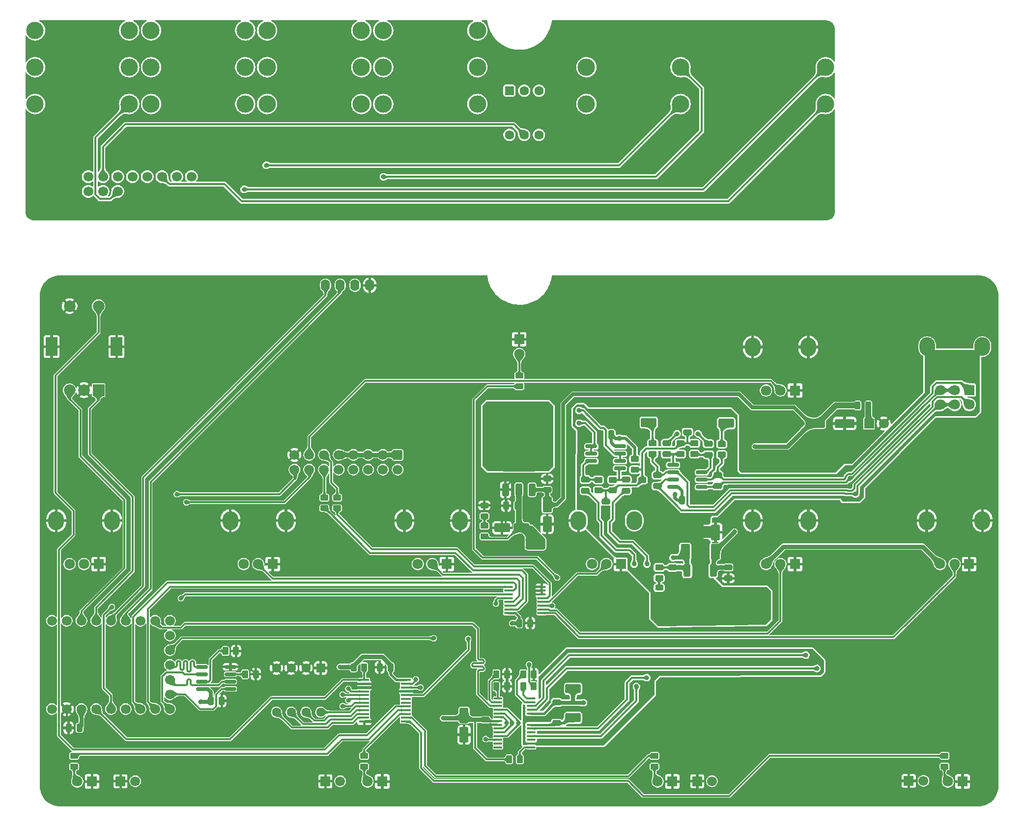
<source format=gbr>
%TF.GenerationSoftware,KiCad,Pcbnew,9.0.3*%
%TF.CreationDate,2025-08-21T10:40:16+02:00*%
%TF.ProjectId,RP2040-DSP_V2.0,52503230-3430-42d4-9453-505f56322e30,V2.0*%
%TF.SameCoordinates,Original*%
%TF.FileFunction,Copper,L1,Top*%
%TF.FilePolarity,Positive*%
%FSLAX46Y46*%
G04 Gerber Fmt 4.6, Leading zero omitted, Abs format (unit mm)*
G04 Created by KiCad (PCBNEW 9.0.3) date 2025-08-21 10:40:16*
%MOMM*%
%LPD*%
G01*
G04 APERTURE LIST*
G04 Aperture macros list*
%AMRoundRect*
0 Rectangle with rounded corners*
0 $1 Rounding radius*
0 $2 $3 $4 $5 $6 $7 $8 $9 X,Y pos of 4 corners*
0 Add a 4 corners polygon primitive as box body*
4,1,4,$2,$3,$4,$5,$6,$7,$8,$9,$2,$3,0*
0 Add four circle primitives for the rounded corners*
1,1,$1+$1,$2,$3*
1,1,$1+$1,$4,$5*
1,1,$1+$1,$6,$7*
1,1,$1+$1,$8,$9*
0 Add four rect primitives between the rounded corners*
20,1,$1+$1,$2,$3,$4,$5,0*
20,1,$1+$1,$4,$5,$6,$7,0*
20,1,$1+$1,$6,$7,$8,$9,0*
20,1,$1+$1,$8,$9,$2,$3,0*%
G04 Aperture macros list end*
%TA.AperFunction,EtchedComponent*%
%ADD10C,0.000000*%
%TD*%
%TA.AperFunction,SMDPad,CuDef*%
%ADD11RoundRect,0.250000X-0.450000X0.262500X-0.450000X-0.262500X0.450000X-0.262500X0.450000X0.262500X0*%
%TD*%
%TA.AperFunction,SMDPad,CuDef*%
%ADD12RoundRect,0.250000X0.450000X-0.262500X0.450000X0.262500X-0.450000X0.262500X-0.450000X-0.262500X0*%
%TD*%
%TA.AperFunction,SMDPad,CuDef*%
%ADD13RoundRect,0.250000X-1.075000X-0.550000X1.075000X-0.550000X1.075000X0.550000X-1.075000X0.550000X0*%
%TD*%
%TA.AperFunction,SMDPad,CuDef*%
%ADD14RoundRect,0.250000X-0.262500X-0.450000X0.262500X-0.450000X0.262500X0.450000X-0.262500X0.450000X0*%
%TD*%
%TA.AperFunction,ComponentPad*%
%ADD15R,1.700000X1.700000*%
%TD*%
%TA.AperFunction,ComponentPad*%
%ADD16C,1.700000*%
%TD*%
%TA.AperFunction,SMDPad,CuDef*%
%ADD17C,2.000000*%
%TD*%
%TA.AperFunction,SMDPad,CuDef*%
%ADD18RoundRect,0.100000X-0.637500X-0.100000X0.637500X-0.100000X0.637500X0.100000X-0.637500X0.100000X0*%
%TD*%
%TA.AperFunction,SMDPad,CuDef*%
%ADD19RoundRect,0.250000X0.475000X-0.250000X0.475000X0.250000X-0.475000X0.250000X-0.475000X-0.250000X0*%
%TD*%
%TA.AperFunction,SMDPad,CuDef*%
%ADD20RoundRect,0.243750X0.456250X-0.243750X0.456250X0.243750X-0.456250X0.243750X-0.456250X-0.243750X0*%
%TD*%
%TA.AperFunction,SMDPad,CuDef*%
%ADD21RoundRect,0.250000X0.250000X0.475000X-0.250000X0.475000X-0.250000X-0.475000X0.250000X-0.475000X0*%
%TD*%
%TA.AperFunction,SMDPad,CuDef*%
%ADD22RoundRect,0.250000X1.075000X0.550000X-1.075000X0.550000X-1.075000X-0.550000X1.075000X-0.550000X0*%
%TD*%
%TA.AperFunction,SMDPad,CuDef*%
%ADD23RoundRect,0.250000X-0.250000X-0.475000X0.250000X-0.475000X0.250000X0.475000X-0.250000X0.475000X0*%
%TD*%
%TA.AperFunction,SMDPad,CuDef*%
%ADD24RoundRect,0.250000X0.550000X-1.075000X0.550000X1.075000X-0.550000X1.075000X-0.550000X-1.075000X0*%
%TD*%
%TA.AperFunction,SMDPad,CuDef*%
%ADD25RoundRect,0.243750X-0.456250X0.243750X-0.456250X-0.243750X0.456250X-0.243750X0.456250X0.243750X0*%
%TD*%
%TA.AperFunction,SMDPad,CuDef*%
%ADD26RoundRect,0.250000X-0.475000X0.250000X-0.475000X-0.250000X0.475000X-0.250000X0.475000X0.250000X0*%
%TD*%
%TA.AperFunction,ComponentPad*%
%ADD27RoundRect,0.250000X-0.550000X0.550000X-0.550000X-0.550000X0.550000X-0.550000X0.550000X0.550000X0*%
%TD*%
%TA.AperFunction,ComponentPad*%
%ADD28C,1.600000*%
%TD*%
%TA.AperFunction,SMDPad,CuDef*%
%ADD29RoundRect,0.250000X0.350000X-0.850000X0.350000X0.850000X-0.350000X0.850000X-0.350000X-0.850000X0*%
%TD*%
%TA.AperFunction,SMDPad,CuDef*%
%ADD30RoundRect,0.249997X2.650003X-2.950003X2.650003X2.950003X-2.650003X2.950003X-2.650003X-2.950003X0*%
%TD*%
%TA.AperFunction,SMDPad,CuDef*%
%ADD31RoundRect,0.250000X-0.350000X0.850000X-0.350000X-0.850000X0.350000X-0.850000X0.350000X0.850000X0*%
%TD*%
%TA.AperFunction,SMDPad,CuDef*%
%ADD32RoundRect,0.249997X-2.650003X2.950003X-2.650003X-2.950003X2.650003X-2.950003X2.650003X2.950003X0*%
%TD*%
%TA.AperFunction,SMDPad,CuDef*%
%ADD33RoundRect,0.150000X0.825000X0.150000X-0.825000X0.150000X-0.825000X-0.150000X0.825000X-0.150000X0*%
%TD*%
%TA.AperFunction,SMDPad,CuDef*%
%ADD34RoundRect,0.150000X-0.825000X-0.150000X0.825000X-0.150000X0.825000X0.150000X-0.825000X0.150000X0*%
%TD*%
%TA.AperFunction,SMDPad,CuDef*%
%ADD35RoundRect,0.250000X-0.550000X1.075000X-0.550000X-1.075000X0.550000X-1.075000X0.550000X1.075000X0*%
%TD*%
%TA.AperFunction,SMDPad,CuDef*%
%ADD36RoundRect,0.243750X-0.243750X-0.456250X0.243750X-0.456250X0.243750X0.456250X-0.243750X0.456250X0*%
%TD*%
%TA.AperFunction,SMDPad,CuDef*%
%ADD37RoundRect,0.250000X0.262500X0.450000X-0.262500X0.450000X-0.262500X-0.450000X0.262500X-0.450000X0*%
%TD*%
%TA.AperFunction,SMDPad,CuDef*%
%ADD38R,1.750000X0.450000*%
%TD*%
%TA.AperFunction,SMDPad,CuDef*%
%ADD39RoundRect,0.100000X0.637500X0.100000X-0.637500X0.100000X-0.637500X-0.100000X0.637500X-0.100000X0*%
%TD*%
%TA.AperFunction,ComponentPad*%
%ADD40RoundRect,0.250000X-0.600000X0.600000X-0.600000X-0.600000X0.600000X-0.600000X0.600000X0.600000X0*%
%TD*%
%TA.AperFunction,SMDPad,CuDef*%
%ADD41RoundRect,0.250000X-1.412500X-0.550000X1.412500X-0.550000X1.412500X0.550000X-1.412500X0.550000X0*%
%TD*%
%TA.AperFunction,ComponentPad*%
%ADD42C,3.000000*%
%TD*%
%TA.AperFunction,ComponentPad*%
%ADD43R,2.000000X2.000000*%
%TD*%
%TA.AperFunction,ComponentPad*%
%ADD44C,2.000000*%
%TD*%
%TA.AperFunction,ComponentPad*%
%ADD45R,2.000000X3.200000*%
%TD*%
%TA.AperFunction,ComponentPad*%
%ADD46R,1.800000X1.800000*%
%TD*%
%TA.AperFunction,ComponentPad*%
%ADD47C,1.800000*%
%TD*%
%TA.AperFunction,ComponentPad*%
%ADD48O,2.720000X3.240000*%
%TD*%
%TA.AperFunction,ComponentPad*%
%ADD49O,1.600000X2.000000*%
%TD*%
%TA.AperFunction,ComponentPad*%
%ADD50RoundRect,0.250000X0.600000X-0.600000X0.600000X0.600000X-0.600000X0.600000X-0.600000X-0.600000X0*%
%TD*%
%TA.AperFunction,ViaPad*%
%ADD51C,0.800000*%
%TD*%
%TA.AperFunction,Conductor*%
%ADD52C,0.650000*%
%TD*%
%TA.AperFunction,Conductor*%
%ADD53C,0.800000*%
%TD*%
%TA.AperFunction,Conductor*%
%ADD54C,0.500000*%
%TD*%
%TA.AperFunction,Conductor*%
%ADD55C,0.450000*%
%TD*%
%TA.AperFunction,Conductor*%
%ADD56C,1.000000*%
%TD*%
%TA.AperFunction,Conductor*%
%ADD57C,0.400000*%
%TD*%
%TA.AperFunction,Conductor*%
%ADD58C,0.320000*%
%TD*%
G04 APERTURE END LIST*
D10*
%TA.AperFunction,EtchedComponent*%
%TO.C,NT1*%
G36*
X177750000Y-113250000D02*
G01*
X173750000Y-113250000D01*
X173750000Y-111250000D01*
X177750000Y-111250000D01*
X177750000Y-113250000D01*
G37*
%TD.AperFunction*%
%TD*%
D11*
%TO.P,R7,1*%
%TO.N,Net-(U6-IO1_0)*%
X217903250Y-150887500D03*
%TO.P,R7,2*%
%TO.N,Net-(D4-A)*%
X217903250Y-152712500D03*
%TD*%
%TO.P,Rb1,1*%
%TO.N,Vbias*%
X174803250Y-96987500D03*
%TO.P,Rb1,2*%
%TO.N,Net-(U9A-+)*%
X174803250Y-98812500D03*
%TD*%
D12*
%TO.P,Rg1,1*%
%TO.N,Net-(U9A--)*%
X179503250Y-98912500D03*
%TO.P,Rg1,2*%
%TO.N,Net-(C14-Pad1)*%
X179503250Y-97087500D03*
%TD*%
%TO.P,Rb4,1*%
%TO.N,Vbias*%
X160753250Y-105100000D03*
%TO.P,Rb4,2*%
%TO.N,Net-(U10B-+)*%
X160753250Y-103275000D03*
%TD*%
D13*
%TO.P,C28,1*%
%TO.N,+5V*%
X153900000Y-139300000D03*
%TO.P,C28,2*%
%TO.N,GND*%
X157250000Y-139300000D03*
%TD*%
D14*
%TO.P,R5,1*%
%TO.N,Net-(U5-SIO2)*%
X97390750Y-136800000D03*
%TO.P,R5,2*%
%TO.N,GNDD*%
X99215750Y-136800000D03*
%TD*%
D15*
%TO.P,J5,1,Pin_1*%
%TO.N,GNDD*%
X211728250Y-155200000D03*
D16*
%TO.P,J5,2,Pin_2*%
%TO.N,Net-(J5-Pin_2)*%
X214268250Y-155200000D03*
%TD*%
D14*
%TO.P,R22,1*%
%TO.N,+3V3*%
X142887500Y-151500000D03*
%TO.P,R22,2*%
%TO.N,Net-(U2-~{RST})*%
X144712500Y-151500000D03*
%TD*%
D17*
%TO.P,NT1,1,1*%
%TO.N,GNDD*%
X177750000Y-112250000D03*
%TO.P,NT1,2,2*%
%TO.N,GND*%
X173750000Y-112250000D03*
%TD*%
D12*
%TO.P,R1,1*%
%TO.N,EXP*%
X113250000Y-108162500D03*
%TO.P,R1,2*%
%TO.N,/EXP_1*%
X113250000Y-106337500D03*
%TD*%
D14*
%TO.P,Rp1,1*%
%TO.N,+3V3*%
X116090750Y-135600000D03*
%TO.P,Rp1,2*%
%TO.N,/INT*%
X117915750Y-135600000D03*
%TD*%
D12*
%TO.P,R2,1*%
%TO.N,POT_V*%
X111050000Y-108162500D03*
%TO.P,R2,2*%
%TO.N,/VOL_1*%
X111050000Y-106337500D03*
%TD*%
D18*
%TO.P,U2,1,MC/SCL/FMT*%
%TO.N,Net-(U2-MC{slash}SCL{slash}FMT)*%
X140937500Y-140975000D03*
%TO.P,U2,2,MD/SDA/DEMP*%
%TO.N,Net-(U2-MD{slash}SDA{slash}DEMP)*%
X140937500Y-141625000D03*
%TO.P,U2,3,DOUT*%
%TO.N,/I2S_RX*%
X140937500Y-142275000D03*
%TO.P,U2,4,LRCK1*%
%TO.N,/I2S_LRCK*%
X140937500Y-142925000D03*
%TO.P,U2,5,BCK1*%
%TO.N,/I2S_BCK*%
X140937500Y-143575000D03*
%TO.P,U2,6,SCKI1*%
%TO.N,/I2S_SCK*%
X140937500Y-144225000D03*
%TO.P,U2,7,V_{DD}*%
%TO.N,+3V3*%
X140937500Y-144875000D03*
%TO.P,U2,8,DGND*%
%TO.N,GNDD*%
X140937500Y-145525000D03*
%TO.P,U2,9,SCKI2*%
%TO.N,/I2S_SCK*%
X140937500Y-146175000D03*
%TO.P,U2,10,BCK2*%
%TO.N,/I2S_BCK*%
X140937500Y-146825000D03*
%TO.P,U2,11,LRCK2*%
%TO.N,/I2S_LRCK*%
X140937500Y-147475000D03*
%TO.P,U2,12,DIN*%
%TO.N,/I2S_TX*%
X140937500Y-148125000D03*
%TO.P,U2,13,ZEROR*%
%TO.N,unconnected-(U2-ZEROR-Pad13)*%
X140937500Y-148775000D03*
%TO.P,U2,14,ZEROL*%
%TO.N,unconnected-(U2-ZEROL-Pad14)*%
X140937500Y-149425000D03*
%TO.P,U2,15,~{RST}*%
%TO.N,Net-(U2-~{RST})*%
X146662500Y-149425000D03*
%TO.P,U2,16,SGND*%
%TO.N,GND*%
X146662500Y-148775000D03*
%TO.P,U2,17,V_{OUT}R-*%
%TO.N,unconnected-(U2-V_{OUT}R--Pad17)*%
X146662500Y-148125000D03*
%TO.P,U2,18,V_{OUT}R+*%
%TO.N,/R_DAC*%
X146662500Y-147475000D03*
%TO.P,U2,19,V_{OUT}L-*%
%TO.N,unconnected-(U2-V_{OUT}L--Pad19)*%
X146662500Y-146825000D03*
%TO.P,U2,20,V_{OUT}L+*%
%TO.N,/L_DAC*%
X146662500Y-146175000D03*
%TO.P,U2,21,V_{COM}*%
%TO.N,Net-(U2-V_{COM})*%
X146662500Y-145525000D03*
%TO.P,U2,22,AGND2*%
%TO.N,GND*%
X146662500Y-144875000D03*
%TO.P,U2,23,AGND1*%
X146662500Y-144225000D03*
%TO.P,U2,24,V_{CC}*%
%TO.N,+5V*%
X146662500Y-143575000D03*
%TO.P,U2,25,V_{IN}L*%
%TO.N,/L_ADC*%
X146662500Y-142925000D03*
%TO.P,U2,26,V_{IN}R*%
%TO.N,/R_ADC*%
X146662500Y-142275000D03*
%TO.P,U2,27,~{MS}/AD/IFMD*%
%TO.N,Net-(U2-~{MS}{slash}AD{slash}IFMD)*%
X146662500Y-141625000D03*
%TO.P,U2,28,MODE*%
%TO.N,Net-(U2-MODE)*%
X146662500Y-140975000D03*
%TD*%
D11*
%TO.P,R9,1*%
%TO.N,Net-(U6-IO1_2)*%
X117903250Y-150887500D03*
%TO.P,R9,2*%
%TO.N,Net-(D6-A)*%
X117903250Y-152712500D03*
%TD*%
D19*
%TO.P,C21,1*%
%TO.N,/L_DAC*%
X163003250Y-105137500D03*
%TO.P,C21,2*%
%TO.N,Net-(U10B-+)*%
X163003250Y-103237500D03*
%TD*%
D12*
%TO.P,R13,1*%
%TO.N,Net-(U6-IO1_7)*%
X144603250Y-87125000D03*
%TO.P,R13,2*%
%TO.N,Net-(D8-A)*%
X144603250Y-85300000D03*
%TD*%
D19*
%TO.P,C25,1*%
%TO.N,Net-(U2-V_{COM})*%
X151050000Y-145249999D03*
%TO.P,C25,2*%
%TO.N,GND*%
X151050000Y-143350001D03*
%TD*%
D20*
%TO.P,D2,1,K*%
%TO.N,GND*%
X168723250Y-123742500D03*
%TO.P,D2,2,A*%
%TO.N,Net-(D2-A)*%
X168723250Y-121867500D03*
%TD*%
D13*
%TO.P,C15,1*%
%TO.N,Net-(C15-Pad1)*%
X166928250Y-93400000D03*
%TO.P,C15,2*%
%TO.N,GND*%
X170278250Y-93400000D03*
%TD*%
D19*
%TO.P,C3,1*%
%TO.N,VCC*%
X149425000Y-104985000D03*
%TO.P,C3,2*%
%TO.N,GNDD*%
X149425000Y-103085000D03*
%TD*%
D21*
%TO.P,C9,1*%
%TO.N,+3V3*%
X68853250Y-146050000D03*
%TO.P,C9,2*%
%TO.N,GNDD*%
X66953250Y-146050000D03*
%TD*%
D22*
%TO.P,C8,1*%
%TO.N,+3V3*%
X145000000Y-111535000D03*
%TO.P,C8,2*%
%TO.N,GNDD*%
X141650000Y-111535000D03*
%TD*%
D23*
%TO.P,C18,1*%
%TO.N,VCC*%
X172653250Y-106800000D03*
%TO.P,C18,2*%
%TO.N,GND*%
X174553250Y-106800000D03*
%TD*%
D24*
%TO.P,C7,1*%
%TO.N,+5V*%
X173223250Y-115680000D03*
%TO.P,C7,2*%
%TO.N,GND*%
X173223250Y-112330000D03*
%TD*%
%TO.P,C26,1*%
%TO.N,VCC*%
X178423250Y-115680000D03*
%TO.P,C26,2*%
%TO.N,GNDD*%
X178423250Y-112330000D03*
%TD*%
D25*
%TO.P,D3,1,K*%
%TO.N,GNDD*%
X138603250Y-107662500D03*
%TO.P,D3,2,A*%
%TO.N,Net-(D3-A)*%
X138603250Y-109537500D03*
%TD*%
D26*
%TO.P,C12,1*%
%TO.N,/R_IN*%
X177203250Y-97050000D03*
%TO.P,C12,2*%
%TO.N,Net-(U9A-+)*%
X177203250Y-98950000D03*
%TD*%
D27*
%TO.P,SW2,1*%
%TO.N,GNDD*%
X110397500Y-135732500D03*
D28*
%TO.P,SW2,2*%
X107857500Y-135732500D03*
%TO.P,SW2,3*%
X105317500Y-135732500D03*
%TO.P,SW2,4*%
X102777500Y-135732500D03*
%TO.P,SW2,5*%
%TO.N,Net-(U6-IO0_7)*%
X102777500Y-143352500D03*
%TO.P,SW2,6*%
%TO.N,Net-(U6-IO0_6)*%
X105317500Y-143352500D03*
%TO.P,SW2,7*%
%TO.N,Net-(U6-IO0_5)*%
X107857500Y-143352500D03*
%TO.P,SW2,8*%
%TO.N,Net-(U6-IO0_4)*%
X110397500Y-143352500D03*
%TD*%
D26*
%TO.P,C2,1*%
%TO.N,VCC*%
X180623250Y-118355000D03*
%TO.P,C2,2*%
%TO.N,GNDD*%
X180623250Y-120255000D03*
%TD*%
D29*
%TO.P,U13,1,GND*%
%TO.N,GNDD*%
X142245000Y-104975000D03*
%TO.P,U13,2,VO*%
%TO.N,+3V3*%
X144525000Y-104975000D03*
D30*
X144525000Y-98675000D03*
D29*
%TO.P,U13,3,VI*%
%TO.N,VCC*%
X146805000Y-104975000D03*
%TD*%
D31*
%TO.P,U1,1,VI*%
%TO.N,VCC*%
X178103250Y-118905000D03*
D32*
%TO.P,U1,2,GND*%
%TO.N,GND*%
X175823250Y-125205000D03*
D31*
%TO.P,U1,3,VO*%
%TO.N,+5V*%
X173543250Y-118905000D03*
%TD*%
D33*
%TO.P,U5,1,~{CE}*%
%TO.N,/SPI_CS*%
X94853250Y-139340000D03*
%TO.P,U5,2,SO/SIO1*%
%TO.N,/SPI_RX*%
X94853250Y-138070000D03*
%TO.P,U5,3,SIO2*%
%TO.N,Net-(U5-SIO2)*%
X94853250Y-136800000D03*
%TO.P,U5,4,VSS*%
%TO.N,GNDD*%
X94853250Y-135530000D03*
%TO.P,U5,5,SI/SIO0*%
%TO.N,/SPI_TX*%
X89903250Y-135530000D03*
%TO.P,U5,6,SCLK*%
%TO.N,/SPI_SCK*%
X89903250Y-136800000D03*
%TO.P,U5,7,SIO3*%
%TO.N,Net-(U5-SIO3)*%
X89903250Y-138070000D03*
%TO.P,U5,8,VDD*%
%TO.N,+3V3*%
X89903250Y-139340000D03*
%TD*%
D21*
%TO.P,C5,1*%
%TO.N,+3V3*%
X144275000Y-107735000D03*
%TO.P,C5,2*%
%TO.N,GNDD*%
X142375000Y-107735000D03*
%TD*%
D14*
%TO.P,R6,1*%
%TO.N,Net-(U5-SIO3)*%
X93990750Y-132800000D03*
%TO.P,R6,2*%
%TO.N,GNDD*%
X95815750Y-132800000D03*
%TD*%
D21*
%TO.P,C11,1*%
%TO.N,+3V3*%
X122453250Y-135625000D03*
%TO.P,C11,2*%
%TO.N,GNDD*%
X120553250Y-135625000D03*
%TD*%
D15*
%TO.P,J8,1,Pin_1*%
%TO.N,GNDD*%
X75903250Y-155260000D03*
D16*
%TO.P,J8,2,Pin_2*%
%TO.N,Net-(J8-Pin_2)*%
X78443250Y-155260000D03*
%TD*%
D11*
%TO.P,R10,1*%
%TO.N,Net-(U6-IO1_3)*%
X67903250Y-150887500D03*
%TO.P,R10,2*%
%TO.N,Net-(D7-A)*%
X67903250Y-152712500D03*
%TD*%
D19*
%TO.P,C17,1*%
%TO.N,/L_ADC*%
X168403250Y-104350000D03*
%TO.P,C17,2*%
%TO.N,Net-(U9B--)*%
X168403250Y-102450000D03*
%TD*%
D34*
%TO.P,U10,1*%
%TO.N,/R_OUT*%
X157028250Y-97495000D03*
%TO.P,U10,2,-*%
X157028250Y-98765000D03*
%TO.P,U10,3,+*%
%TO.N,Net-(U10A-+)*%
X157028250Y-100035000D03*
%TO.P,U10,4,V-*%
%TO.N,GND*%
X157028250Y-101305000D03*
%TO.P,U10,5,+*%
%TO.N,Net-(U10B-+)*%
X161978250Y-101305000D03*
%TO.P,U10,6,-*%
%TO.N,/L_OUT*%
X161978250Y-100035000D03*
%TO.P,U10,7*%
X161978250Y-98765000D03*
%TO.P,U10,8,V+*%
%TO.N,VCC*%
X161978250Y-97495000D03*
%TD*%
D15*
%TO.P,J7,1,Pin_1*%
%TO.N,GNDD*%
X111203250Y-155260000D03*
D16*
%TO.P,J7,2,Pin_2*%
%TO.N,Net-(J7-Pin_2)*%
X113743250Y-155260000D03*
%TD*%
D35*
%TO.P,C27,1*%
%TO.N,VCC*%
X149425000Y-107560000D03*
%TO.P,C27,2*%
%TO.N,GNDD*%
X149425000Y-110910000D03*
%TD*%
D16*
%TO.P,U4,1,5V*%
%TO.N,unconnected-(U4-5V-Pad1)*%
X64087750Y-142812000D03*
%TO.P,U4,2,GND*%
%TO.N,GNDD*%
X66627750Y-142812000D03*
%TO.P,U4,3,3V3*%
%TO.N,+3V3*%
X69167750Y-142812000D03*
%TO.P,U4,4,GP29*%
%TO.N,/INT*%
X71707750Y-142812000D03*
%TO.P,U4,5,GP28*%
%TO.N,/MUX_ADC*%
X74247750Y-142812000D03*
%TO.P,U4,6,GP27*%
%TO.N,/MUX_A*%
X76787750Y-142812000D03*
%TO.P,U4,7,GP26*%
%TO.N,/MUX_B*%
X79327750Y-142812000D03*
%TO.P,U4,8,GP15*%
%TO.N,/MUX_C*%
X81867750Y-142812000D03*
%TO.P,U4,9,GP14*%
%TO.N,/SPI_SCK*%
X84407750Y-142812000D03*
%TO.P,U4,10,GP0*%
%TO.N,/MIDI_TX*%
X64087750Y-127572000D03*
%TO.P,U4,11,GP1*%
%TO.N,/MIDI_RX*%
X66627750Y-127572000D03*
%TO.P,U4,12,GP2*%
%TO.N,/ENC_A*%
X69167750Y-127572000D03*
%TO.P,U4,13,GP3*%
%TO.N,/ENC_B*%
X71707750Y-127572000D03*
%TO.P,U4,14,GP4*%
%TO.N,/I2C_SDA*%
X74247750Y-127572000D03*
%TO.P,U4,15,GP5*%
%TO.N,/I2C_SCL*%
X76787750Y-127572000D03*
%TO.P,U4,16,GP6*%
%TO.N,/I2S_TX*%
X79327750Y-127572000D03*
%TO.P,U4,17,GP7*%
%TO.N,/I2S_RX*%
X81867750Y-127572000D03*
%TO.P,U4,18,GP8*%
%TO.N,/I2S_BCK*%
X84407750Y-127572000D03*
%TO.P,U4,19,GP13*%
%TO.N,/SPI_CS*%
X84407750Y-140272000D03*
%TO.P,U4,20,GP12*%
%TO.N,/SPI_RX*%
X84407750Y-137732000D03*
%TO.P,U4,21,GP11*%
%TO.N,/SPI_TX*%
X84407750Y-135192000D03*
%TO.P,U4,22,GP10*%
%TO.N,/I2S_SCK*%
X84407750Y-132652000D03*
%TO.P,U4,23,GP9*%
%TO.N,/I2S_LRCK*%
X84407750Y-130112000D03*
%TD*%
D26*
%TO.P,C23,1*%
%TO.N,+3V3*%
X138800000Y-144650001D03*
%TO.P,C23,2*%
%TO.N,GNDD*%
X138800000Y-146549999D03*
%TD*%
D36*
%TO.P,D1,1,K*%
%TO.N,VCC*%
X202912500Y-90450000D03*
%TO.P,D1,2,A*%
%TO.N,Net-(D1-A)*%
X204787500Y-90450000D03*
%TD*%
D12*
%TO.P,Rg2,1*%
%TO.N,Net-(U9B--)*%
X167603250Y-98812500D03*
%TO.P,Rg2,2*%
%TO.N,Net-(C15-Pad1)*%
X167603250Y-96987500D03*
%TD*%
D11*
%TO.P,R11,1*%
%TO.N,VCC*%
X164503250Y-99687500D03*
%TO.P,R11,2*%
%TO.N,Vbias*%
X164503250Y-101512500D03*
%TD*%
D19*
%TO.P,C30,1*%
%TO.N,Vbias*%
X173603250Y-95050000D03*
%TO.P,C30,2*%
%TO.N,GND*%
X173603250Y-93150000D03*
%TD*%
D37*
%TO.P,R21,1*%
%TO.N,GNDD*%
X147112500Y-136800000D03*
%TO.P,R21,2*%
%TO.N,Net-(U2-~{MS}{slash}AD{slash}IFMD)*%
X145287500Y-136800000D03*
%TD*%
D19*
%TO.P,C24,1*%
%TO.N,+5V*%
X151050000Y-141649999D03*
%TO.P,C24,2*%
%TO.N,GND*%
X151050000Y-139750001D03*
%TD*%
D26*
%TO.P,C13,1*%
%TO.N,/L_IN*%
X170003250Y-96950000D03*
%TO.P,C13,2*%
%TO.N,Net-(U9B-+)*%
X170003250Y-98850000D03*
%TD*%
D19*
%TO.P,C20,1*%
%TO.N,/R_DAC*%
X156003250Y-105137500D03*
%TO.P,C20,2*%
%TO.N,Net-(U10A-+)*%
X156003250Y-103237500D03*
%TD*%
D38*
%TO.P,U6,1,~{INT}*%
%TO.N,/INT*%
X117903250Y-137800000D03*
%TO.P,U6,2,A1*%
%TO.N,GNDD*%
X117903250Y-138450000D03*
%TO.P,U6,3,A2*%
X117903250Y-139100000D03*
%TO.P,U6,4,IO0_0*%
%TO.N,Net-(J6-Pin_2)*%
X117903250Y-139750000D03*
%TO.P,U6,5,IO0_1*%
%TO.N,Net-(J5-Pin_2)*%
X117903250Y-140400000D03*
%TO.P,U6,6,IO0_2*%
%TO.N,Net-(J7-Pin_2)*%
X117903250Y-141050000D03*
%TO.P,U6,7,IO0_3*%
%TO.N,Net-(J8-Pin_2)*%
X117903250Y-141700000D03*
%TO.P,U6,8,IO0_4*%
%TO.N,Net-(U6-IO0_4)*%
X117903250Y-142350000D03*
%TO.P,U6,9,IO0_5*%
%TO.N,Net-(U6-IO0_5)*%
X117903250Y-143000000D03*
%TO.P,U6,10,IO0_6*%
%TO.N,Net-(U6-IO0_6)*%
X117903250Y-143650000D03*
%TO.P,U6,11,IO0_7*%
%TO.N,Net-(U6-IO0_7)*%
X117903250Y-144300000D03*
%TO.P,U6,12,VSS*%
%TO.N,GNDD*%
X117903250Y-144950000D03*
%TO.P,U6,13,IO1_0*%
%TO.N,Net-(U6-IO1_0)*%
X125103250Y-144950000D03*
%TO.P,U6,14,IO1_1*%
%TO.N,Net-(U6-IO1_1)*%
X125103250Y-144300000D03*
%TO.P,U6,15,IO1_2*%
%TO.N,Net-(U6-IO1_2)*%
X125103250Y-143650000D03*
%TO.P,U6,16,IO1_3*%
%TO.N,Net-(U6-IO1_3)*%
X125103250Y-143000000D03*
%TO.P,U6,17,IO1_4*%
%TO.N,Net-(U6-IO1_4)*%
X125103250Y-142350000D03*
%TO.P,U6,18,IO1_5*%
%TO.N,unconnected-(U6-IO1_5-Pad18)*%
X125103250Y-141700000D03*
%TO.P,U6,19,IO1_6*%
%TO.N,unconnected-(U6-IO1_6-Pad19)*%
X125103250Y-141050000D03*
%TO.P,U6,20,IO1_7*%
%TO.N,Net-(U6-IO1_7)*%
X125103250Y-140400000D03*
%TO.P,U6,21,A0*%
%TO.N,GNDD*%
X125103250Y-139750000D03*
%TO.P,U6,22,SCL*%
%TO.N,/I2C_SCL*%
X125103250Y-139100000D03*
%TO.P,U6,23,SDA*%
%TO.N,/I2C_SDA*%
X125103250Y-138450000D03*
%TO.P,U6,24,VDD*%
%TO.N,+3V3*%
X125103250Y-137800000D03*
%TD*%
D12*
%TO.P,R4,1*%
%TO.N,+3V3*%
X138603250Y-113012500D03*
%TO.P,R4,2*%
%TO.N,Net-(D3-A)*%
X138603250Y-111187500D03*
%TD*%
D39*
%TO.P,U3,1,X4*%
%TO.N,POT_1*%
X148465750Y-126275000D03*
%TO.P,U3,2,X6*%
%TO.N,POT_2*%
X148465750Y-125625000D03*
%TO.P,U3,3,X*%
%TO.N,/MUX_ADC*%
X148465750Y-124975000D03*
%TO.P,U3,4,X7*%
%TO.N,POT_3*%
X148465750Y-124325000D03*
%TO.P,U3,5,X5*%
%TO.N,EXP*%
X148465750Y-123675000D03*
%TO.P,U3,6,Inh*%
%TO.N,GNDD*%
X148465750Y-123025000D03*
%TO.P,U3,7,VEE*%
X148465750Y-122375000D03*
%TO.P,U3,8,VSS*%
X148465750Y-121725000D03*
%TO.P,U3,9,C*%
%TO.N,/MUX_C*%
X142740750Y-121725000D03*
%TO.P,U3,10,B*%
%TO.N,/MUX_B*%
X142740750Y-122375000D03*
%TO.P,U3,11,A*%
%TO.N,/MUX_A*%
X142740750Y-123025000D03*
%TO.P,U3,12,X3*%
%TO.N,POT_6*%
X142740750Y-123675000D03*
%TO.P,U3,13,X0*%
%TO.N,POT_5*%
X142740750Y-124325000D03*
%TO.P,U3,14,X1*%
%TO.N,POT_4*%
X142740750Y-124975000D03*
%TO.P,U3,15,X2*%
%TO.N,POT_V*%
X142740750Y-125625000D03*
%TO.P,U3,16,VDD*%
%TO.N,+3V3*%
X142740750Y-126275000D03*
%TD*%
D23*
%TO.P,C10,1*%
%TO.N,+3V3*%
X91453250Y-141400000D03*
%TO.P,C10,2*%
%TO.N,GNDD*%
X93353250Y-141400000D03*
%TD*%
D21*
%TO.P,C19,1*%
%TO.N,VCC*%
X160453250Y-95462500D03*
%TO.P,C19,2*%
%TO.N,GND*%
X158553250Y-95462500D03*
%TD*%
D23*
%TO.P,C6,1*%
%TO.N,+3V3*%
X144603250Y-128000000D03*
%TO.P,C6,2*%
%TO.N,GNDD*%
X146503250Y-128000000D03*
%TD*%
D11*
%TO.P,R12,1*%
%TO.N,Vbias*%
X165803250Y-103287500D03*
%TO.P,R12,2*%
%TO.N,GND*%
X165803250Y-105112500D03*
%TD*%
D40*
%TO.P,J13,1,Pin_1*%
%TO.N,GND*%
X123660000Y-98960000D03*
D16*
%TO.P,J13,2,Pin_2*%
%TO.N,/R_OUT*%
X123660000Y-101500000D03*
%TO.P,J13,3,Pin_3*%
%TO.N,GND*%
X121120000Y-98960000D03*
%TO.P,J13,4,Pin_4*%
%TO.N,/L_OUT*%
X121120000Y-101500000D03*
%TO.P,J13,5,Pin_5*%
%TO.N,GND*%
X118580000Y-98960000D03*
%TO.P,J13,6,Pin_6*%
%TO.N,/L_IN*%
X118580000Y-101500000D03*
%TO.P,J13,7,Pin_7*%
%TO.N,GND*%
X116040000Y-98960000D03*
%TO.P,J13,8,Pin_8*%
%TO.N,/R_IN*%
X116040000Y-101500000D03*
%TO.P,J13,9,Pin_9*%
%TO.N,GND*%
X113500000Y-98960000D03*
%TO.P,J13,10,Pin_10*%
%TO.N,+3V3*%
X113500000Y-101500000D03*
%TO.P,J13,11,Pin_11*%
%TO.N,/EXP_1*%
X110960000Y-98960000D03*
%TO.P,J13,12,Pin_12*%
%TO.N,/VOL_1*%
X110960000Y-101500000D03*
%TO.P,J13,13,Pin_13*%
%TO.N,/VOL_2*%
X108420000Y-98960000D03*
%TO.P,J13,14,Pin_14*%
%TO.N,/MIDI_RX*%
X108420000Y-101500000D03*
%TO.P,J13,15,Pin_15*%
%TO.N,GNDD*%
X105880000Y-98960000D03*
%TO.P,J13,16,Pin_16*%
%TO.N,/MIDI_TX*%
X105880000Y-101500000D03*
%TD*%
D12*
%TO.P,Rb3,1*%
%TO.N,Vbias*%
X158253250Y-105100000D03*
%TO.P,Rb3,2*%
%TO.N,Net-(U10A-+)*%
X158253250Y-103275000D03*
%TD*%
D41*
%TO.P,C1,1*%
%TO.N,VCC*%
X195615750Y-93550000D03*
%TO.P,C1,2*%
%TO.N,GNDD*%
X200690750Y-93550000D03*
%TD*%
D37*
%TO.P,R20,1*%
%TO.N,GNDD*%
X142512500Y-136800000D03*
%TO.P,R20,2*%
%TO.N,Net-(U2-MD{slash}SDA{slash}DEMP)*%
X140687500Y-136800000D03*
%TD*%
%TO.P,R14,1*%
%TO.N,+3V3*%
X147112500Y-138900000D03*
%TO.P,R14,2*%
%TO.N,Net-(U2-MODE)*%
X145287500Y-138900000D03*
%TD*%
D12*
%TO.P,Rb2,1*%
%TO.N,Net-(U9B-+)*%
X172403250Y-98812500D03*
%TO.P,Rb2,2*%
%TO.N,Vbias*%
X172403250Y-96987500D03*
%TD*%
D35*
%TO.P,C22,1*%
%TO.N,+3V3*%
X135100000Y-143900000D03*
%TO.P,C22,2*%
%TO.N,GNDD*%
X135100000Y-147250000D03*
%TD*%
D13*
%TO.P,C34,1*%
%TO.N,Net-(U2-V_{COM})*%
X153900000Y-144300000D03*
%TO.P,C34,2*%
%TO.N,GND*%
X157250000Y-144300000D03*
%TD*%
D37*
%TO.P,R19,1*%
%TO.N,GNDD*%
X142512500Y-138900000D03*
%TO.P,R19,2*%
%TO.N,Net-(U2-MC{slash}SCL{slash}FMT)*%
X140687500Y-138900000D03*
%TD*%
D11*
%TO.P,R3,1*%
%TO.N,+5V*%
X168723250Y-118392500D03*
%TO.P,R3,2*%
%TO.N,Net-(D2-A)*%
X168723250Y-120217500D03*
%TD*%
D15*
%TO.P,J6,1,Pin_1*%
%TO.N,GNDD*%
X175278250Y-155260000D03*
D16*
%TO.P,J6,2,Pin_2*%
%TO.N,Net-(J6-Pin_2)*%
X177818250Y-155260000D03*
%TD*%
D33*
%TO.P,U9,1*%
%TO.N,/R_ADC*%
X176078250Y-104505000D03*
%TO.P,U9,2,-*%
%TO.N,Net-(U9A--)*%
X176078250Y-103235000D03*
%TO.P,U9,3,+*%
%TO.N,Net-(U9A-+)*%
X176078250Y-101965000D03*
%TO.P,U9,4,V-*%
%TO.N,GND*%
X176078250Y-100695000D03*
%TO.P,U9,5,+*%
%TO.N,Net-(U9B-+)*%
X171128250Y-100695000D03*
%TO.P,U9,6,-*%
%TO.N,Net-(U9B--)*%
X171128250Y-101965000D03*
%TO.P,U9,7*%
%TO.N,/L_ADC*%
X171128250Y-103235000D03*
%TO.P,U9,8,V+*%
%TO.N,VCC*%
X171128250Y-104505000D03*
%TD*%
D15*
%TO.P,J1,1,Pin_1*%
%TO.N,Net-(D1-A)*%
X204878250Y-93550000D03*
D16*
%TO.P,J1,2,Pin_2*%
%TO.N,GNDD*%
X207418250Y-93550000D03*
%TD*%
D26*
%TO.P,C4,1*%
%TO.N,+5V*%
X171023250Y-118355000D03*
%TO.P,C4,2*%
%TO.N,GND*%
X171023250Y-120255000D03*
%TD*%
D19*
%TO.P,C16,1*%
%TO.N,/R_ADC*%
X178803250Y-104350000D03*
%TO.P,C16,2*%
%TO.N,Net-(U9A--)*%
X178803250Y-102450000D03*
%TD*%
D26*
%TO.P,C29,1*%
%TO.N,Vbias*%
X159503250Y-106987500D03*
%TO.P,C29,2*%
%TO.N,GND*%
X159503250Y-108887500D03*
%TD*%
D22*
%TO.P,C14,1*%
%TO.N,Net-(C14-Pad1)*%
X180278250Y-93500000D03*
%TO.P,C14,2*%
%TO.N,GND*%
X176928250Y-93500000D03*
%TD*%
D11*
%TO.P,R8,1*%
%TO.N,Net-(U6-IO1_1)*%
X167903250Y-150887500D03*
%TO.P,R8,2*%
%TO.N,Net-(D5-A)*%
X167903250Y-152712500D03*
%TD*%
D42*
%TO.P,J3,R*%
%TO.N,+3V3d*%
X97400000Y-32085000D03*
%TO.P,J3,RN*%
%TO.N,unconnected-(J3-PadRN)*%
X81170000Y-32085000D03*
%TO.P,J3,S*%
%TO.N,Net-(J3-PadS)*%
X97400000Y-25735000D03*
%TO.P,J3,SN*%
X81170000Y-25735000D03*
%TO.P,J3,T*%
%TO.N,/VOL_1d*%
X97400000Y-38435000D03*
%TO.P,J3,TN*%
%TO.N,/VOL_2d*%
X81170000Y-38435000D03*
%TD*%
D43*
%TO.P,SW1,A,A*%
%TO.N,/ENC_B*%
X72126500Y-87800000D03*
D44*
%TO.P,SW1,B,B*%
%TO.N,/ENC_A*%
X67126500Y-87800000D03*
%TO.P,SW1,C,C*%
%TO.N,GNDD*%
X69626500Y-87800000D03*
D45*
%TO.P,SW1,MP*%
X64026500Y-80300000D03*
X75226500Y-80300000D03*
D44*
%TO.P,SW1,S1,S1*%
X67126500Y-73300000D03*
%TO.P,SW1,S2,S2*%
%TO.N,Net-(U6-IO1_4)*%
X72126500Y-73300000D03*
%TD*%
D46*
%TO.P,D7,1,K*%
%TO.N,GNDD*%
X71001500Y-155300000D03*
D47*
%TO.P,D7,2,A*%
%TO.N,Net-(D7-A)*%
X68461500Y-155300000D03*
%TD*%
D46*
%TO.P,D8,1,K*%
%TO.N,GNDD*%
X144603250Y-79025000D03*
D47*
%TO.P,D8,2,A*%
%TO.N,Net-(D8-A)*%
X144603250Y-81565000D03*
%TD*%
D42*
%TO.P,J12,R*%
%TO.N,Net-(C32-Pad2)*%
X172400000Y-32085000D03*
%TO.P,J12,RN*%
%TO.N,unconnected-(J12-PadRN)*%
X156170000Y-32085000D03*
%TO.P,J12,S*%
%TO.N,GNDd*%
X172400000Y-25735000D03*
%TO.P,J12,SN*%
X156170000Y-25735000D03*
%TO.P,J12,T*%
%TO.N,Net-(C33-Pad2)*%
X172400000Y-38435000D03*
%TO.P,J12,TN*%
%TO.N,unconnected-(J12-PadTN)*%
X156170000Y-38435000D03*
%TD*%
%TO.P,J11,R*%
%TO.N,Net-(J11-PadR)*%
X137400000Y-32085000D03*
%TO.P,J11,RN*%
%TO.N,unconnected-(J11-PadRN)*%
X121170000Y-32085000D03*
%TO.P,J11,S*%
%TO.N,unconnected-(J11-PadS)*%
X137400000Y-25735000D03*
%TO.P,J11,SN*%
%TO.N,unconnected-(J11-PadSN)*%
X121170000Y-25735000D03*
%TO.P,J11,T*%
%TO.N,Net-(J11-PadT)*%
X137400000Y-38435000D03*
%TO.P,J11,TN*%
%TO.N,unconnected-(J11-PadTN)*%
X121170000Y-38435000D03*
%TD*%
D48*
%TO.P,RV6,*%
%TO.N,GNDD*%
X184826500Y-80350000D03*
X194426500Y-80350000D03*
D46*
%TO.P,RV6,1,1*%
X192126500Y-87850000D03*
D47*
%TO.P,RV6,2,2*%
%TO.N,/VOL_2*%
X189626500Y-87850000D03*
%TO.P,RV6,3,3*%
%TO.N,+3V3*%
X187126500Y-87850000D03*
%TD*%
D48*
%TO.P,RV7,*%
%TO.N,GNDD*%
X64826500Y-110300000D03*
X74426500Y-110300000D03*
D46*
%TO.P,RV7,1,1*%
X72126500Y-117800000D03*
D47*
%TO.P,RV7,2,2*%
%TO.N,POT_6*%
X69626500Y-117800000D03*
%TO.P,RV7,3,3*%
%TO.N,+3V3*%
X67126500Y-117800000D03*
%TD*%
D42*
%TO.P,J10,R*%
%TO.N,Net-(J10-PadR)*%
X117400000Y-32085000D03*
%TO.P,J10,RN*%
%TO.N,unconnected-(J10-PadRN)*%
X101170000Y-32085000D03*
%TO.P,J10,S*%
%TO.N,GNDDd*%
X117400000Y-25735000D03*
%TO.P,J10,SN*%
%TO.N,unconnected-(J10-PadSN)*%
X101170000Y-25735000D03*
%TO.P,J10,T*%
%TO.N,Net-(J10-PadT)*%
X117400000Y-38435000D03*
%TO.P,J10,TN*%
%TO.N,unconnected-(J10-PadTN)*%
X101170000Y-38435000D03*
%TD*%
D48*
%TO.P,RV1,*%
%TO.N,GNDD*%
X214826500Y-110300000D03*
X224426500Y-110300000D03*
D46*
%TO.P,RV1,1,1*%
X222126500Y-117800000D03*
D47*
%TO.P,RV1,2,2*%
%TO.N,POT_1*%
X219626500Y-117800000D03*
%TO.P,RV1,3,3*%
%TO.N,+3V3*%
X217126500Y-117800000D03*
%TD*%
D42*
%TO.P,J2,R*%
%TO.N,+3V3d*%
X77400000Y-32085000D03*
%TO.P,J2,RN*%
%TO.N,unconnected-(J2-PadRN)*%
X61170000Y-32085000D03*
%TO.P,J2,S*%
%TO.N,Net-(J2-PadS)*%
X77400000Y-25735000D03*
%TO.P,J2,SN*%
X61170000Y-25735000D03*
%TO.P,J2,T*%
%TO.N,/EXP_1d*%
X77400000Y-38435000D03*
%TO.P,J2,TN*%
%TO.N,Net-(J2-PadS)*%
X61170000Y-38435000D03*
%TD*%
D48*
%TO.P,RV2,*%
%TO.N,GNDD*%
X184826500Y-110300000D03*
X194426500Y-110300000D03*
D46*
%TO.P,RV2,1,1*%
X192126500Y-117800000D03*
D47*
%TO.P,RV2,2,2*%
%TO.N,POT_2*%
X189626500Y-117800000D03*
%TO.P,RV2,3,3*%
%TO.N,+3V3*%
X187126500Y-117800000D03*
%TD*%
D49*
%TO.P,U12,1,GND*%
%TO.N,GNDD*%
X118846500Y-69700000D03*
%TO.P,U12,2,VCC*%
%TO.N,+3V3*%
X116306500Y-69700000D03*
%TO.P,U12,3,DCL*%
%TO.N,/I2C_SCL*%
X113766500Y-69700000D03*
%TO.P,U12,4,SDA*%
%TO.N,/I2C_SDA*%
X111226500Y-69700000D03*
%TD*%
D48*
%TO.P,RV3,*%
%TO.N,GNDD*%
X154826500Y-110300000D03*
X164426500Y-110300000D03*
D46*
%TO.P,RV3,1,1*%
X162126500Y-117800000D03*
D47*
%TO.P,RV3,2,2*%
%TO.N,POT_3*%
X159626500Y-117800000D03*
%TO.P,RV3,3,3*%
%TO.N,+3V3*%
X157126500Y-117800000D03*
%TD*%
D46*
%TO.P,D4,1,K*%
%TO.N,GNDD*%
X221001500Y-155300000D03*
D47*
%TO.P,D4,2,A*%
%TO.N,Net-(D4-A)*%
X218461500Y-155300000D03*
%TD*%
D48*
%TO.P,RV5,*%
%TO.N,GNDD*%
X94826500Y-110300000D03*
X104426500Y-110300000D03*
D46*
%TO.P,RV5,1,1*%
X102126500Y-117800000D03*
D47*
%TO.P,RV5,2,2*%
%TO.N,POT_5*%
X99626500Y-117800000D03*
%TO.P,RV5,3,3*%
%TO.N,+3V3*%
X97126500Y-117800000D03*
%TD*%
D48*
%TO.P,RV8,*%
%TO.N,GND*%
X214900000Y-80275000D03*
X224400000Y-80275000D03*
D46*
%TO.P,RV8,1,1*%
%TO.N,Net-(U9A--)*%
X222150000Y-87775000D03*
D47*
%TO.P,RV8,2,2*%
%TO.N,/R_ADC*%
X219650000Y-87775000D03*
%TO.P,RV8,3,3*%
X217150000Y-87775000D03*
%TO.P,RV8,4,4*%
%TO.N,Net-(U9B--)*%
X222150000Y-90275000D03*
%TO.P,RV8,5,5*%
%TO.N,/L_ADC*%
X219650000Y-90275000D03*
%TO.P,RV8,6,6*%
X217150000Y-90275000D03*
%TD*%
D46*
%TO.P,D5,1,K*%
%TO.N,GNDD*%
X171001500Y-155300000D03*
D47*
%TO.P,D5,2,A*%
%TO.N,Net-(D5-A)*%
X168461500Y-155300000D03*
%TD*%
D50*
%TO.P,J4,1,Pin_1*%
%TO.N,GNDd*%
X88120000Y-53500000D03*
D16*
%TO.P,J4,2,Pin_2*%
%TO.N,/R_OUTd*%
X88120000Y-50960000D03*
%TO.P,J4,3,Pin_3*%
%TO.N,GNDd*%
X85580000Y-53500000D03*
%TO.P,J4,4,Pin_4*%
%TO.N,/L_OUTd*%
X85580000Y-50960000D03*
%TO.P,J4,5,Pin_5*%
%TO.N,GNDd*%
X83040000Y-53500000D03*
%TO.P,J4,6,Pin_6*%
%TO.N,/L_INd*%
X83040000Y-50960000D03*
%TO.P,J4,7,Pin_7*%
%TO.N,GNDd*%
X80500000Y-53500000D03*
%TO.P,J4,8,Pin_8*%
%TO.N,/R_INd*%
X80500000Y-50960000D03*
%TO.P,J4,9,Pin_9*%
%TO.N,GNDd*%
X77960000Y-53500000D03*
%TO.P,J4,10,Pin_10*%
%TO.N,+3V3d*%
X77960000Y-50960000D03*
%TO.P,J4,11,Pin_11*%
%TO.N,/EXP_1d*%
X75420000Y-53500000D03*
%TO.P,J4,12,Pin_12*%
%TO.N,/VOL_1d*%
X75420000Y-50960000D03*
%TO.P,J4,13,Pin_13*%
%TO.N,/VOL_2d*%
X72880000Y-53500000D03*
%TO.P,J4,14,Pin_14*%
%TO.N,/MIDI_RXd*%
X72880000Y-50960000D03*
%TO.P,J4,15,Pin_15*%
%TO.N,GNDDd*%
X70340000Y-53500000D03*
%TO.P,J4,16,Pin_16*%
%TO.N,/MIDI_TXd*%
X70340000Y-50960000D03*
%TD*%
D27*
%TO.P,U11,1*%
%TO.N,Net-(R18-Pad2)*%
X142920000Y-36130000D03*
D28*
%TO.P,U11,2*%
%TO.N,Net-(J11-PadT)*%
X145460000Y-36130000D03*
%TO.P,U11,3,NC*%
%TO.N,unconnected-(U11-NC-Pad3)*%
X148000000Y-36130000D03*
%TO.P,U11,4*%
%TO.N,GNDDd*%
X148000000Y-43750000D03*
%TO.P,U11,5*%
%TO.N,/MIDI_RXd*%
X145460000Y-43750000D03*
%TO.P,U11,6*%
%TO.N,unconnected-(U11-Pad6)*%
X142920000Y-43750000D03*
%TD*%
D46*
%TO.P,D6,1,K*%
%TO.N,GNDD*%
X121001500Y-155300000D03*
D47*
%TO.P,D6,2,A*%
%TO.N,Net-(D6-A)*%
X118461500Y-155300000D03*
%TD*%
D42*
%TO.P,J9,R*%
%TO.N,/R_INd*%
X197400000Y-32085000D03*
%TO.P,J9,RN*%
%TO.N,GNDd*%
X181170000Y-32085000D03*
%TO.P,J9,S*%
X197400000Y-25735000D03*
%TO.P,J9,SN*%
X181170000Y-25735000D03*
%TO.P,J9,T*%
%TO.N,/L_INd*%
X197400000Y-38435000D03*
%TO.P,J9,TN*%
%TO.N,GNDd*%
X181170000Y-38435000D03*
%TD*%
D48*
%TO.P,RV4,*%
%TO.N,GNDD*%
X124826500Y-110300000D03*
X134426500Y-110300000D03*
D46*
%TO.P,RV4,1,1*%
X132126500Y-117800000D03*
D47*
%TO.P,RV4,2,2*%
%TO.N,POT_4*%
X129626500Y-117800000D03*
%TO.P,RV4,3,3*%
%TO.N,+3V3*%
X127126500Y-117800000D03*
%TD*%
D51*
%TO.N,GND*%
X174503250Y-105500000D03*
X166000000Y-138500000D03*
X201603250Y-104400000D03*
X159503250Y-102300000D03*
X194900000Y-134500000D03*
X165500000Y-107400000D03*
X154903250Y-92400000D03*
X159503250Y-110000000D03*
X173603250Y-92000000D03*
X173603250Y-99800000D03*
X165503250Y-117800000D03*
%TO.N,VCC*%
X161803250Y-96100000D03*
X171453250Y-105750000D03*
X185226625Y-97526625D03*
X181703250Y-112200000D03*
%TO.N,+5V*%
X155700000Y-141700000D03*
X171103250Y-116700000D03*
%TO.N,GNDD*%
X130975000Y-139710000D03*
X216475000Y-157710000D03*
X112975000Y-94710000D03*
X166975000Y-72210000D03*
X225475000Y-72210000D03*
X108475000Y-153210000D03*
X153475000Y-76710000D03*
X211975000Y-148710000D03*
X67975000Y-126210000D03*
X90475000Y-103710000D03*
X202975000Y-148710000D03*
X162475000Y-81210000D03*
X189475000Y-144210000D03*
X171475000Y-153210000D03*
X103975000Y-72210000D03*
X129600000Y-134800000D03*
X121975000Y-81210000D03*
X67975000Y-103710000D03*
X108475000Y-85710000D03*
X94975000Y-157710000D03*
X162475000Y-76710000D03*
X117475000Y-76710000D03*
X202975000Y-153210000D03*
X121975000Y-76710000D03*
X216475000Y-139710000D03*
X162475000Y-148710000D03*
X211975000Y-99210000D03*
X76975000Y-81210000D03*
X193975000Y-139710000D03*
X175975000Y-144210000D03*
X157975000Y-72210000D03*
X211975000Y-130710000D03*
X94975000Y-153210000D03*
X162475000Y-126210000D03*
X207475000Y-144210000D03*
X220975000Y-157710000D03*
X157975000Y-81210000D03*
X85975000Y-126210000D03*
X211975000Y-85710000D03*
X153475000Y-81210000D03*
X121975000Y-108210000D03*
X117475000Y-81210000D03*
X81475000Y-153210000D03*
X198475000Y-148710000D03*
X198475000Y-76710000D03*
X63475000Y-135210000D03*
X207475000Y-85710000D03*
X193975000Y-148710000D03*
X225475000Y-76710000D03*
X225475000Y-135210000D03*
X90475000Y-153210000D03*
X112975000Y-81210000D03*
X81475000Y-157710000D03*
X202975000Y-144210000D03*
X220975000Y-121710000D03*
X63475000Y-153210000D03*
X220975000Y-144210000D03*
X216475000Y-99210000D03*
X117475000Y-117210000D03*
X202975000Y-85710000D03*
X153475000Y-117210000D03*
X67975000Y-135210000D03*
X108475000Y-112710000D03*
X198475000Y-144210000D03*
X108475000Y-157710000D03*
X216475000Y-130710000D03*
X175975000Y-72210000D03*
X123200000Y-131600000D03*
X85975000Y-76710000D03*
X225475000Y-94710000D03*
X171475000Y-76710000D03*
X175975000Y-81210000D03*
X202975000Y-135210000D03*
X202975000Y-76710000D03*
X67975000Y-121710000D03*
X76975000Y-72210000D03*
X130975000Y-72210000D03*
X225475000Y-90210000D03*
X225475000Y-85710000D03*
X90475000Y-85710000D03*
X103975000Y-148710000D03*
X131200000Y-133400000D03*
X166975000Y-144210000D03*
X90475000Y-81210000D03*
X180475000Y-148710000D03*
X63475000Y-90210000D03*
X225475000Y-126210000D03*
X121975000Y-72210000D03*
X216475000Y-94710000D03*
X184975000Y-139710000D03*
X198475000Y-85710000D03*
X126475000Y-76710000D03*
X216475000Y-72210000D03*
X90475000Y-108210000D03*
X121975000Y-112710000D03*
X90475000Y-99210000D03*
X82800000Y-120800000D03*
X63475000Y-85710000D03*
X81475000Y-81210000D03*
X220975000Y-148710000D03*
X216475000Y-76710000D03*
X67975000Y-94710000D03*
X94975000Y-85710000D03*
X189475000Y-139710000D03*
X193975000Y-85710000D03*
X136000000Y-138200000D03*
X81475000Y-99210000D03*
X135800000Y-129200000D03*
X207475000Y-76710000D03*
X198475000Y-99210000D03*
X99475000Y-81210000D03*
X81475000Y-135210000D03*
X157975000Y-126210000D03*
X189475000Y-85710000D03*
X76975000Y-99210000D03*
X166975000Y-81210000D03*
X207475000Y-81210000D03*
X216475000Y-103710000D03*
X90475000Y-117210000D03*
X84800000Y-122800000D03*
X225475000Y-148710000D03*
X175975000Y-148710000D03*
X162475000Y-121710000D03*
X112975000Y-85710000D03*
X81475000Y-94710000D03*
X94975000Y-72210000D03*
X180475000Y-90210000D03*
X72475000Y-157710000D03*
X130975000Y-99210000D03*
X225475000Y-144210000D03*
X216475000Y-126210000D03*
X90475000Y-76710000D03*
X175975000Y-139710000D03*
X85975000Y-153210000D03*
X211975000Y-103710000D03*
X67975000Y-139710000D03*
X117475000Y-72210000D03*
X99475000Y-157710000D03*
X207475000Y-72210000D03*
X99475000Y-76710000D03*
X193975000Y-99210000D03*
X207475000Y-153210000D03*
X63475000Y-94710000D03*
X207475000Y-148710000D03*
X67975000Y-144210000D03*
X76975000Y-157710000D03*
X189475000Y-72210000D03*
X225475000Y-121710000D03*
X207475000Y-126210000D03*
X166975000Y-148710000D03*
X85975000Y-117210000D03*
X189475000Y-148710000D03*
X76975000Y-90210000D03*
X139975000Y-81210000D03*
X211975000Y-117210000D03*
X63475000Y-157710000D03*
X207475000Y-117210000D03*
X81475000Y-90210000D03*
X63475000Y-108210000D03*
X180475000Y-139710000D03*
X126500000Y-157700000D03*
X220975000Y-76710000D03*
X139975000Y-130710000D03*
X112975000Y-153210000D03*
X198475000Y-72210000D03*
X99475000Y-72210000D03*
X72475000Y-148710000D03*
X157975000Y-76710000D03*
X139975000Y-72210000D03*
X121975000Y-103710000D03*
X63475000Y-99210000D03*
X153475000Y-108210000D03*
X67975000Y-130710000D03*
X189475000Y-76710000D03*
X76975000Y-121710000D03*
X220975000Y-130710000D03*
X130975000Y-76710000D03*
X162475000Y-153210000D03*
X76975000Y-153210000D03*
X130000000Y-129200000D03*
X157975000Y-153210000D03*
X67975000Y-85710000D03*
X113600000Y-131600000D03*
X148975000Y-72210000D03*
X112975000Y-76710000D03*
X76975000Y-76710000D03*
X171475000Y-144210000D03*
X94975000Y-117210000D03*
X72475000Y-94710000D03*
X81475000Y-85710000D03*
X207475000Y-112710000D03*
X72475000Y-81210000D03*
X220975000Y-126210000D03*
X211975000Y-135210000D03*
X171475000Y-72210000D03*
X225475000Y-153210000D03*
X193975000Y-153210000D03*
X90475000Y-157710000D03*
X166975000Y-76710000D03*
X76975000Y-94710000D03*
X130975000Y-94710000D03*
X126475000Y-99210000D03*
X101200000Y-131600000D03*
X121975000Y-148710000D03*
X103975000Y-94710000D03*
X103975000Y-76710000D03*
X130975000Y-148710000D03*
X85975000Y-81210000D03*
X108475000Y-81210000D03*
X81475000Y-139710000D03*
X103975000Y-99210000D03*
X184975000Y-94710000D03*
X99475000Y-135210000D03*
X180475000Y-72210000D03*
X103975000Y-117210000D03*
X121975000Y-153210000D03*
X220975000Y-153210000D03*
X171475000Y-81210000D03*
X67975000Y-157710000D03*
X94975000Y-76710000D03*
X144475000Y-76710000D03*
X117475000Y-90210000D03*
X216475000Y-148710000D03*
X202975000Y-121710000D03*
X103975000Y-157710000D03*
X216475000Y-153210000D03*
X144475000Y-130710000D03*
X85975000Y-94710000D03*
X180475000Y-144210000D03*
X94975000Y-94710000D03*
X117475000Y-157710000D03*
X63475000Y-76710000D03*
X225475000Y-103710000D03*
X103975000Y-90210000D03*
X148975000Y-76710000D03*
X63475000Y-103710000D03*
X117475000Y-103710000D03*
X211975000Y-108210000D03*
X207475000Y-103710000D03*
X216475000Y-135210000D03*
X220975000Y-103710000D03*
X207475000Y-139710000D03*
X72475000Y-85710000D03*
X202975000Y-126210000D03*
X211975000Y-112710000D03*
X135475000Y-76710000D03*
X202975000Y-139710000D03*
X126475000Y-72210000D03*
X85975000Y-103710000D03*
X148975000Y-153210000D03*
X193975000Y-90210000D03*
X207475000Y-135210000D03*
X207475000Y-108210000D03*
X225475000Y-139710000D03*
X180475000Y-153210000D03*
X198475000Y-108210000D03*
X99475000Y-153210000D03*
X63475000Y-130710000D03*
X63475000Y-139710000D03*
X180475000Y-76710000D03*
X180475000Y-81210000D03*
X144475000Y-148710000D03*
X141500000Y-156500000D03*
X108475000Y-72210000D03*
X139975000Y-76710000D03*
X108475000Y-90210000D03*
X63475000Y-148710000D03*
X85975000Y-157710000D03*
X220975000Y-135210000D03*
X144475000Y-135210000D03*
X99475000Y-148710000D03*
X220975000Y-139710000D03*
X162475000Y-72210000D03*
X134600000Y-139600000D03*
X90475000Y-72210000D03*
X211975000Y-139710000D03*
X85975000Y-85710000D03*
X202975000Y-117210000D03*
X148975000Y-130710000D03*
X171475000Y-148710000D03*
X72475000Y-153210000D03*
X184975000Y-72210000D03*
X220975000Y-72210000D03*
X139975000Y-135210000D03*
X184975000Y-76710000D03*
X135475000Y-94710000D03*
X202975000Y-81210000D03*
X220975000Y-99210000D03*
X148975000Y-81210000D03*
X130975000Y-81210000D03*
X112975000Y-157710000D03*
X81475000Y-72210000D03*
X81475000Y-76710000D03*
X130975000Y-103710000D03*
X117475000Y-108210000D03*
X193975000Y-72210000D03*
X225475000Y-117210000D03*
X103975000Y-85710000D03*
X198475000Y-126210000D03*
X121975000Y-157710000D03*
X220975000Y-94710000D03*
X90475000Y-90210000D03*
X175975000Y-90210000D03*
X211975000Y-121710000D03*
X184975000Y-117210000D03*
X121975000Y-139710000D03*
X193975000Y-144210000D03*
X126475000Y-153210000D03*
X130975000Y-112710000D03*
X76975000Y-85710000D03*
X184975000Y-148710000D03*
X85975000Y-90210000D03*
X189475000Y-81210000D03*
X211975000Y-144210000D03*
X184975000Y-144210000D03*
X108475000Y-117210000D03*
X198475000Y-153210000D03*
X175975000Y-153210000D03*
X207475000Y-121710000D03*
X108475000Y-108210000D03*
X211975000Y-76710000D03*
X153475000Y-153210000D03*
X211975000Y-72210000D03*
X207475000Y-90210000D03*
X175975000Y-76710000D03*
X220975000Y-108210000D03*
X67975000Y-76710000D03*
X153475000Y-72210000D03*
X67975000Y-99210000D03*
X155900000Y-156500000D03*
X198475000Y-139710000D03*
X189475000Y-153210000D03*
X112975000Y-117210000D03*
X63475000Y-72210000D03*
X85975000Y-112710000D03*
X94975000Y-99210000D03*
X225475000Y-157710000D03*
X225475000Y-130710000D03*
X85975000Y-72210000D03*
X225475000Y-99210000D03*
X135475000Y-81210000D03*
X220975000Y-112710000D03*
X121975000Y-117210000D03*
X126475000Y-81210000D03*
X198475000Y-135210000D03*
X202975000Y-72210000D03*
X135475000Y-72210000D03*
X85975000Y-144210000D03*
X135475000Y-153210000D03*
X130975000Y-108210000D03*
X89000000Y-124200000D03*
X94975000Y-81210000D03*
X126475000Y-103710000D03*
X193975000Y-76710000D03*
X216475000Y-144210000D03*
X198475000Y-81210000D03*
X90475000Y-112710000D03*
X211975000Y-81210000D03*
X198475000Y-121710000D03*
X138600000Y-137600000D03*
X94975000Y-103710000D03*
%TO.N,+3V3*%
X147403250Y-114900000D03*
X140500000Y-96500000D03*
X149700000Y-101000000D03*
X144525000Y-106500000D03*
X146300000Y-135100000D03*
X149700000Y-98000000D03*
X140500000Y-98000000D03*
X146100000Y-113600000D03*
X139300000Y-96500000D03*
X148500000Y-99500000D03*
X139300000Y-99500000D03*
X148500000Y-101000000D03*
X147400000Y-113600000D03*
X148500000Y-98000000D03*
X139300000Y-101000000D03*
X143403250Y-128000000D03*
X148700000Y-113600000D03*
X149700000Y-99500000D03*
X148500000Y-96500000D03*
X113700000Y-135550000D03*
X148703250Y-114900000D03*
X139300000Y-98000000D03*
X146103250Y-114900000D03*
X89653250Y-141550000D03*
X140500000Y-101000000D03*
X140500000Y-99500000D03*
X131500000Y-144400000D03*
X149700000Y-96500000D03*
%TO.N,/L_ADC*%
X195900000Y-135800000D03*
X202603250Y-105700000D03*
%TO.N,/R_ADC*%
X201603250Y-103000000D03*
X194000000Y-133500000D03*
%TO.N,/L_DAC*%
X166600000Y-137400000D03*
X166603250Y-117800000D03*
%TO.N,/R_DAC*%
X164803250Y-138900000D03*
X164403250Y-117800000D03*
%TO.N,/I2C_SCL*%
X127603250Y-139100000D03*
%TO.N,/I2C_SDA*%
X126803250Y-137700000D03*
%TO.N,POT_6*%
X140603250Y-124600000D03*
%TO.N,/MUX_ADC*%
X74403250Y-125200000D03*
X150303250Y-125000000D03*
%TO.N,/MUX_A*%
X86303250Y-123700000D03*
%TO.N,/I2S_TX*%
X138800000Y-148000000D03*
%TO.N,/I2S_LRCK*%
X144500000Y-145200000D03*
%TO.N,/I2S_BCK*%
X143400000Y-145200000D03*
%TO.N,Net-(J5-Pin_2)*%
X114153250Y-140300000D03*
%TO.N,Net-(J6-Pin_2)*%
X115153250Y-139300000D03*
%TO.N,Net-(J7-Pin_2)*%
X115153250Y-141300000D03*
%TO.N,Net-(J8-Pin_2)*%
X114153250Y-142300000D03*
%TO.N,/L_OUT*%
X154903250Y-91300000D03*
%TO.N,/R_IN*%
X175403250Y-95300000D03*
%TO.N,/L_IN*%
X171803250Y-95300000D03*
%TO.N,/R_OUT*%
X154903250Y-93500000D03*
%TO.N,/MIDI_TX*%
X85600000Y-105750000D03*
%TO.N,Net-(U6-IO1_7)*%
X135800000Y-130700000D03*
X151126625Y-120123375D03*
%TO.N,/R_INd*%
X97200000Y-53150000D03*
%TO.N,/MIDI_RX*%
X87250000Y-107150000D03*
%TO.N,GNDd*%
X162475000Y-27210000D03*
X76975000Y-40710000D03*
X90475000Y-31710000D03*
X63475000Y-40710000D03*
X175975000Y-45210000D03*
X153475000Y-36210000D03*
X130975000Y-54210000D03*
X175975000Y-49710000D03*
X153475000Y-27210000D03*
X103975000Y-31710000D03*
X171475000Y-54210000D03*
X112975000Y-31710000D03*
X162475000Y-40710000D03*
X85975000Y-40710000D03*
X135475000Y-36210000D03*
X72475000Y-36210000D03*
X108475000Y-45210000D03*
X162475000Y-45210000D03*
X180475000Y-40710000D03*
X126475000Y-54210000D03*
X112975000Y-54210000D03*
X148975000Y-40710000D03*
X153475000Y-40710000D03*
X112975000Y-40710000D03*
X153475000Y-54210000D03*
X171475000Y-36210000D03*
X180475000Y-36210000D03*
X157975000Y-54210000D03*
X103975000Y-40710000D03*
X103975000Y-54210000D03*
X166975000Y-31710000D03*
X184975000Y-27210000D03*
X175975000Y-54210000D03*
X148975000Y-31710000D03*
X94975000Y-40710000D03*
X90475000Y-40710000D03*
X117475000Y-36210000D03*
X175975000Y-31710000D03*
X148975000Y-54210000D03*
X189475000Y-27210000D03*
X189475000Y-54210000D03*
X135475000Y-54210000D03*
X85975000Y-31710000D03*
X157975000Y-40710000D03*
X117475000Y-54210000D03*
X99475000Y-54210000D03*
X157975000Y-36210000D03*
X130975000Y-31710000D03*
X130975000Y-40710000D03*
X193975000Y-49710000D03*
X67975000Y-27210000D03*
X193975000Y-31710000D03*
X162475000Y-31710000D03*
X103975000Y-27210000D03*
X72475000Y-31710000D03*
X94975000Y-49710000D03*
X162475000Y-36210000D03*
X126475000Y-40710000D03*
X85975000Y-45210000D03*
X171475000Y-45210000D03*
X171475000Y-49710000D03*
X94975000Y-27210000D03*
X166975000Y-40710000D03*
X90475000Y-54210000D03*
X121975000Y-36210000D03*
X90475000Y-49710000D03*
X184975000Y-54210000D03*
X184975000Y-36210000D03*
X184975000Y-40710000D03*
X99475000Y-40710000D03*
X63475000Y-54210000D03*
X162475000Y-54210000D03*
X139975000Y-36210000D03*
X135475000Y-45210000D03*
X189475000Y-36210000D03*
X193975000Y-27210000D03*
X130975000Y-45210000D03*
X103975000Y-45210000D03*
X144475000Y-31710000D03*
X193975000Y-45210000D03*
X166975000Y-36210000D03*
X90475000Y-27210000D03*
X153475000Y-31710000D03*
X193975000Y-54210000D03*
X144475000Y-54210000D03*
X189475000Y-49710000D03*
X112975000Y-45210000D03*
X130975000Y-27210000D03*
X117475000Y-40710000D03*
X135475000Y-27210000D03*
X94975000Y-31710000D03*
X112975000Y-27210000D03*
X157975000Y-45210000D03*
X99475000Y-49710000D03*
X189475000Y-31710000D03*
X180475000Y-45210000D03*
X76975000Y-36210000D03*
X166975000Y-27210000D03*
X108475000Y-54210000D03*
X166975000Y-54210000D03*
X126475000Y-36210000D03*
X85975000Y-27210000D03*
X139975000Y-54210000D03*
X184975000Y-31710000D03*
X108475000Y-36210000D03*
X153475000Y-45210000D03*
X166975000Y-49710000D03*
X175975000Y-27210000D03*
X63475000Y-49710000D03*
X126475000Y-27210000D03*
X72475000Y-40710000D03*
%TO.N,Net-(C32-Pad2)*%
X121200000Y-51000000D03*
%TO.N,Net-(C33-Pad2)*%
X101000000Y-49000000D03*
%TO.N,/I2S_SCK*%
X129875000Y-130600000D03*
X142400000Y-145200000D03*
%TD*%
D52*
%TO.N,GND*%
X165500000Y-107400000D02*
X165500000Y-105415750D01*
X169820000Y-111720000D02*
X173223250Y-111720000D01*
D53*
X175823250Y-114323250D02*
X175823250Y-125205000D01*
D54*
X176078250Y-100695000D02*
X174498250Y-100695000D01*
X171153250Y-93150000D02*
X176153250Y-93150000D01*
D52*
X177903250Y-107200000D02*
X174953250Y-107200000D01*
D54*
X157033250Y-101300000D02*
X158693250Y-101300000D01*
D53*
X123660000Y-98960000D02*
X113500000Y-98960000D01*
D55*
X201603250Y-104097430D02*
X201603250Y-104400000D01*
D54*
X158698250Y-101305000D02*
X159503250Y-102110000D01*
D53*
X171258250Y-120255000D02*
X175823250Y-124820000D01*
D54*
X174498250Y-100695000D02*
X173603250Y-99800000D01*
D53*
X173830000Y-112330000D02*
X175823250Y-114323250D01*
D52*
X174953250Y-107200000D02*
X174553250Y-106800000D01*
D54*
X158703250Y-101300000D02*
X158698250Y-101305000D01*
X175103251Y-100695000D02*
X176078250Y-100695000D01*
X158703250Y-95612500D02*
X158703250Y-101300000D01*
D52*
X201603250Y-104400000D02*
X180703250Y-104400000D01*
D54*
X173603250Y-92000000D02*
X173603250Y-93150000D01*
D53*
X174503250Y-106750000D02*
X174503250Y-105500000D01*
D54*
X158693250Y-101300000D02*
X158698250Y-101305000D01*
X174503250Y-100700000D02*
X174498250Y-100695000D01*
D55*
X215253250Y-90447430D02*
X201603250Y-104097430D01*
D52*
X159503250Y-110000000D02*
X159503250Y-108887500D01*
D54*
X174503250Y-105500000D02*
X174503250Y-100700000D01*
D52*
X180703250Y-104400000D02*
X177903250Y-107200000D01*
X165500000Y-105415750D02*
X165803250Y-105112500D01*
X165500000Y-107400000D02*
X169820000Y-111720000D01*
X168723250Y-123742500D02*
X174360750Y-123742500D01*
D54*
X159503250Y-102110000D02*
X159503250Y-102300000D01*
%TO.N,VCC*%
X161978250Y-97495000D02*
X161098250Y-97495000D01*
D53*
X178653250Y-118355000D02*
X178103250Y-118905000D01*
X190773375Y-97526625D02*
X194750000Y-93550000D01*
D54*
X160453250Y-96850000D02*
X160453250Y-95462500D01*
X161098250Y-97495000D02*
X160453250Y-96850000D01*
X172653250Y-105150000D02*
X172008250Y-104505000D01*
D52*
X152200000Y-90200000D02*
X153900000Y-88500000D01*
D56*
X202912500Y-90450000D02*
X199150000Y-90450000D01*
D54*
X162903250Y-96100000D02*
X164503250Y-97700000D01*
X161090750Y-96100000D02*
X160453250Y-95462500D01*
D52*
X149425000Y-107560000D02*
X149425000Y-105225000D01*
X192000000Y-90800000D02*
X194750000Y-93550000D01*
D56*
X199150000Y-90450000D02*
X196050000Y-93550000D01*
D54*
X164503250Y-97700000D02*
X164503250Y-99687500D01*
D53*
X181703250Y-112200000D02*
X178583250Y-115320000D01*
X180623250Y-118355000D02*
X178653250Y-118355000D01*
D54*
X172008250Y-104505000D02*
X171128250Y-104505000D01*
D52*
X146805000Y-104975000D02*
X149415000Y-104975000D01*
D54*
X172653250Y-106800000D02*
X171803250Y-106800000D01*
D52*
X152200000Y-106403250D02*
X152200000Y-90200000D01*
X153900000Y-88500000D02*
X182500000Y-88500000D01*
D54*
X161803250Y-96100000D02*
X161090750Y-96100000D01*
D52*
X182500000Y-88500000D02*
X184800000Y-90800000D01*
D54*
X171453250Y-106450000D02*
X171453250Y-105750000D01*
X172653250Y-106800000D02*
X172653250Y-105150000D01*
D53*
X185226625Y-97526625D02*
X190773375Y-97526625D01*
D52*
X149425000Y-104985000D02*
X149425000Y-107560000D01*
D53*
X178103250Y-118905000D02*
X178103250Y-116000000D01*
D52*
X149425000Y-107560000D02*
X151043250Y-107560000D01*
X184800000Y-90800000D02*
X192000000Y-90800000D01*
D54*
X161803250Y-96100000D02*
X162903250Y-96100000D01*
D52*
X151043250Y-107560000D02*
X152200000Y-106403250D01*
D54*
X171803250Y-106800000D02*
X171453250Y-106450000D01*
D53*
%TO.N,+5V*%
X172993250Y-118355000D02*
X173543250Y-118905000D01*
D52*
X154000000Y-141700000D02*
X153900000Y-141600000D01*
X155700000Y-141700000D02*
X150950001Y-141700000D01*
D53*
X171023250Y-118355000D02*
X172993250Y-118355000D01*
X173543250Y-118905000D02*
X173543250Y-116000000D01*
D57*
X146662500Y-143575000D02*
X148825000Y-143575000D01*
D52*
X173223250Y-115680000D02*
X173223250Y-116700000D01*
X153900000Y-141600000D02*
X153900000Y-139300000D01*
D57*
X148825000Y-143575000D02*
X150650001Y-141749999D01*
D52*
X173223250Y-116700000D02*
X171103250Y-116700000D01*
D58*
X168723250Y-118392500D02*
X170985750Y-118392500D01*
D52*
X155700000Y-141700000D02*
X154000000Y-141700000D01*
D58*
%TO.N,GNDD*%
X66953250Y-144550000D02*
X66953250Y-146050000D01*
X94853250Y-135530000D02*
X97945750Y-135530000D01*
X94853250Y-135530000D02*
X94853250Y-134906250D01*
X148465750Y-121725000D02*
X148465750Y-123025000D01*
X66627750Y-144224500D02*
X66953250Y-144550000D01*
X143665000Y-103085000D02*
X142245000Y-104505000D01*
X94853250Y-134906250D02*
X95815750Y-133943750D01*
X142375000Y-107735000D02*
X138675750Y-107735000D01*
X66627750Y-142812000D02*
X66627750Y-144224500D01*
X142245000Y-104975000D02*
X142245000Y-110940000D01*
X148465750Y-122375000D02*
X147328250Y-122375000D01*
X149425000Y-103085000D02*
X143665000Y-103085000D01*
X95815750Y-133943750D02*
X95815750Y-132800000D01*
X146503250Y-125300000D02*
X146503250Y-128000000D01*
X147103250Y-122600000D02*
X147103250Y-124700000D01*
X75903250Y-155260000D02*
X71041500Y-155260000D01*
X97945750Y-135530000D02*
X99215750Y-136800000D01*
X147328250Y-122375000D02*
X147103250Y-122600000D01*
X147103250Y-124700000D02*
X146503250Y-125300000D01*
D55*
%TO.N,+3V3*%
X123403250Y-137800000D02*
X125103250Y-137800000D01*
D57*
X143978250Y-126275000D02*
X144603250Y-126900000D01*
D58*
X142603250Y-113400000D02*
X144468250Y-111535000D01*
D53*
X146635000Y-111535000D02*
X145000000Y-111535000D01*
D58*
X142887500Y-151500000D02*
X139000000Y-151500000D01*
D57*
X144603250Y-126900000D02*
X144603250Y-128000000D01*
D58*
X146289000Y-138076500D02*
X146289000Y-135111000D01*
D53*
X214126500Y-114800000D02*
X217126500Y-117800000D01*
D55*
X122453250Y-135625000D02*
X122453250Y-136850000D01*
X122453250Y-136850000D02*
X123403250Y-137800000D01*
D52*
X69167750Y-145735500D02*
X68853250Y-146050000D01*
D58*
X138990750Y-113400000D02*
X142603250Y-113400000D01*
D52*
X143403250Y-128000000D02*
X144603250Y-128000000D01*
X90943250Y-139340000D02*
X91453250Y-139850000D01*
D53*
X121000000Y-133800000D02*
X122453250Y-135253250D01*
D57*
X140937500Y-144875000D02*
X139024999Y-144875000D01*
X142740750Y-126275000D02*
X143978250Y-126275000D01*
D53*
X190126500Y-114800000D02*
X214126500Y-114800000D01*
D52*
X89903250Y-139340000D02*
X90943250Y-139340000D01*
D53*
X135850001Y-144650001D02*
X135100000Y-143900000D01*
X134600000Y-144400000D02*
X135100000Y-143900000D01*
X148703250Y-114900000D02*
X148703250Y-113603250D01*
X148703250Y-113603250D02*
X146635000Y-111535000D01*
X146103250Y-112638250D02*
X145000000Y-111535000D01*
X146103250Y-114900000D02*
X148703250Y-114900000D01*
X117603250Y-133800000D02*
X121000000Y-133800000D01*
X187126500Y-117800000D02*
X190126500Y-114800000D01*
X137000000Y-144650001D02*
X135850001Y-144650001D01*
D52*
X91453250Y-139850000D02*
X91453250Y-141550000D01*
X69167750Y-142812000D02*
X69167750Y-145735500D01*
D58*
X138603250Y-113012500D02*
X138990750Y-113400000D01*
X147112500Y-138900000D02*
X146289000Y-138076500D01*
D53*
X113700000Y-135550000D02*
X116040750Y-135550000D01*
X137100000Y-144650001D02*
X137000000Y-144650001D01*
X138800000Y-144650001D02*
X137100000Y-144650001D01*
D56*
X144525000Y-104975000D02*
X144525000Y-106500000D01*
D58*
X139000000Y-151500000D02*
X137000000Y-149500000D01*
D53*
X131500000Y-144400000D02*
X134600000Y-144400000D01*
X122453250Y-135253250D02*
X122453250Y-135625000D01*
D58*
X146289000Y-135111000D02*
X146300000Y-135100000D01*
D53*
X116090750Y-135312500D02*
X117603250Y-133800000D01*
X146103250Y-114900000D02*
X146103250Y-112638250D01*
D58*
X137000000Y-149500000D02*
X137000000Y-144650001D01*
D56*
X144525000Y-106500000D02*
X144525000Y-111060000D01*
D52*
X91453250Y-141550000D02*
X89653250Y-141550000D01*
D58*
%TO.N,Net-(U9A-+)*%
X177203250Y-98950000D02*
X174840750Y-98950000D01*
X177603250Y-101200000D02*
X177603250Y-99350000D01*
X177603250Y-99350000D02*
X177203250Y-98950000D01*
X176838250Y-101965000D02*
X177603250Y-101200000D01*
%TO.N,Net-(U9B-+)*%
X171203250Y-98850000D02*
X172340750Y-98850000D01*
X171203250Y-98850000D02*
X171128250Y-98925000D01*
X170003250Y-98850000D02*
X171203250Y-98850000D01*
X171128250Y-98925000D02*
X171128250Y-100695000D01*
%TO.N,Net-(C14-Pad1)*%
X179503250Y-94275000D02*
X180278250Y-93500000D01*
X179503250Y-97087500D02*
X179503250Y-94275000D01*
%TO.N,Net-(C15-Pad1)*%
X167603250Y-94075000D02*
X166928250Y-93400000D01*
X167603250Y-96987500D02*
X167603250Y-94075000D01*
%TO.N,/L_ADC*%
X181203250Y-105600000D02*
X200703250Y-105600000D01*
X178253250Y-108550000D02*
X181203250Y-105600000D01*
X172603250Y-108550000D02*
X178253250Y-108550000D01*
X216878248Y-90325000D02*
X219653250Y-90325000D01*
X202903250Y-105400000D02*
X202903250Y-104299998D01*
X171128250Y-103235000D02*
X169768250Y-103235000D01*
X200703250Y-105600000D02*
X200803250Y-105700000D01*
X147575000Y-142925000D02*
X146662500Y-142925000D01*
X149400000Y-141100000D02*
X147575000Y-142925000D01*
X202603250Y-105700000D02*
X202903250Y-105400000D01*
X169768250Y-103235000D02*
X168653250Y-104350000D01*
X200803250Y-105700000D02*
X202603250Y-105700000D01*
X195900000Y-135800000D02*
X152800000Y-135800000D01*
X168403250Y-104350000D02*
X172603250Y-108550000D01*
X149400000Y-139200000D02*
X149400000Y-141100000D01*
X202903250Y-104299998D02*
X216878248Y-90325000D01*
X152800000Y-135800000D02*
X149400000Y-139200000D01*
%TO.N,Net-(U9A--)*%
X200892250Y-102911000D02*
X200892250Y-102705494D01*
X179503250Y-100400000D02*
X178803250Y-101100000D01*
X179503250Y-98912500D02*
X179503250Y-100400000D01*
X176078250Y-103235000D02*
X177768250Y-103235000D01*
X178803250Y-101100000D02*
X178803250Y-102450000D01*
X200603250Y-103200000D02*
X200892250Y-102911000D01*
X215853250Y-87200000D02*
X216553250Y-86500000D01*
X179053250Y-102450000D02*
X179803250Y-103200000D01*
X201914252Y-102289000D02*
X215853250Y-88350002D01*
X179803250Y-103200000D02*
X200603250Y-103200000D01*
X220828250Y-86500000D02*
X222153250Y-87825000D01*
X201308744Y-102289000D02*
X201914252Y-102289000D01*
X177768250Y-103235000D02*
X178553250Y-102450000D01*
X200892250Y-102705494D02*
X201308744Y-102289000D01*
X215853250Y-88350002D02*
X215853250Y-87200000D01*
X216553250Y-86500000D02*
X220828250Y-86500000D01*
%TO.N,/R_ADC*%
X179703250Y-103700000D02*
X179053250Y-104350000D01*
X148800000Y-140900000D02*
X147425000Y-142275000D01*
X148800000Y-137900000D02*
X148800000Y-140900000D01*
X194000000Y-133500000D02*
X153200000Y-133500000D01*
X147425000Y-142275000D02*
X146662500Y-142275000D01*
X179703250Y-103700000D02*
X200903250Y-103700000D01*
X200903250Y-103700000D02*
X201603250Y-103000000D01*
X201603250Y-103000000D02*
X201903250Y-103000000D01*
X153200000Y-133500000D02*
X148800000Y-137900000D01*
X176078250Y-104505000D02*
X178648250Y-104505000D01*
X217078250Y-87825000D02*
X219653250Y-87825000D01*
X201903250Y-103000000D02*
X217078250Y-87825000D01*
%TO.N,Net-(U9B--)*%
X202403250Y-104100000D02*
X215853250Y-90650000D01*
X171868250Y-101965000D02*
X173603250Y-103700000D01*
X167603250Y-98812500D02*
X167603250Y-100200000D01*
X201103250Y-105100000D02*
X201203250Y-105200000D01*
X215853250Y-90650000D02*
X215853250Y-89750000D01*
X173603250Y-103700000D02*
X173603250Y-107600000D01*
X173603250Y-107600000D02*
X173953250Y-107950000D01*
X178103250Y-107950000D02*
X180953250Y-105100000D01*
X202403250Y-104750000D02*
X202403250Y-104100000D01*
X220828250Y-89000000D02*
X222153250Y-90325000D01*
X216603250Y-89000000D02*
X220828250Y-89000000D01*
X169938250Y-101965000D02*
X169503250Y-102400000D01*
X201203250Y-105200000D02*
X201953250Y-105200000D01*
X201953250Y-105200000D02*
X202403250Y-104750000D01*
X180953250Y-105100000D02*
X201103250Y-105100000D01*
X167603250Y-100200000D02*
X168403250Y-101000000D01*
X215853250Y-89750000D02*
X216603250Y-89000000D01*
X168403250Y-101000000D02*
X168403250Y-102450000D01*
X171128250Y-101965000D02*
X169938250Y-101965000D01*
X169503250Y-102400000D02*
X168453250Y-102400000D01*
X173953250Y-107950000D02*
X178103250Y-107950000D01*
%TO.N,/L_DAC*%
X160203250Y-112300000D02*
X160203250Y-110600000D01*
X164203250Y-114000000D02*
X161903250Y-114000000D01*
X166603250Y-117800000D02*
X166603250Y-116400000D01*
X160703250Y-107200000D02*
X162765750Y-105137500D01*
X163200000Y-138250000D02*
X164050000Y-137400000D01*
X158200000Y-146175000D02*
X163200000Y-141175000D01*
X166603250Y-116400000D02*
X164203250Y-114000000D01*
X163200000Y-141175000D02*
X163200000Y-138250000D01*
X160203250Y-110600000D02*
X160703250Y-110100000D01*
X164050000Y-137400000D02*
X166600000Y-137400000D01*
X146662500Y-146175000D02*
X158200000Y-146175000D01*
X160703250Y-110100000D02*
X160703250Y-107200000D01*
X161903250Y-114000000D02*
X160203250Y-112300000D01*
%TO.N,Net-(U10A-+)*%
X156003250Y-103237500D02*
X158215750Y-103237500D01*
X156368250Y-100035000D02*
X155603250Y-100800000D01*
X155603250Y-100800000D02*
X155603250Y-102837500D01*
X155603250Y-102837500D02*
X156003250Y-103237500D01*
%TO.N,/R_DAC*%
X164803250Y-138900000D02*
X164803250Y-141396750D01*
X164403250Y-116200000D02*
X163603250Y-115400000D01*
X158303250Y-107200000D02*
X156240750Y-105137500D01*
X158303250Y-110100000D02*
X158303250Y-107200000D01*
X161303250Y-115400000D02*
X158803250Y-112900000D01*
X164803250Y-141396750D02*
X158725000Y-147475000D01*
X158725000Y-147475000D02*
X146662500Y-147475000D01*
X158803250Y-112900000D02*
X158803250Y-110600000D01*
X163603250Y-115400000D02*
X161303250Y-115400000D01*
X164403250Y-117800000D02*
X164403250Y-116200000D01*
X158803250Y-110600000D02*
X158303250Y-110100000D01*
%TO.N,Net-(U10B-+)*%
X161978250Y-101305000D02*
X161803250Y-101480000D01*
X161803250Y-103275000D02*
X161803250Y-101480000D01*
X160753250Y-103275000D02*
X161803250Y-103275000D01*
X161803250Y-103275000D02*
X162965750Y-103275000D01*
D56*
%TO.N,Net-(D1-A)*%
X204787500Y-90450000D02*
X204787500Y-93459250D01*
D58*
%TO.N,Net-(D2-A)*%
X168723250Y-120217500D02*
X168723250Y-121867500D01*
%TO.N,Net-(D3-A)*%
X138603250Y-111187500D02*
X138603250Y-109537500D01*
%TO.N,/I2C_SCL*%
X113766500Y-70936750D02*
X113766500Y-69700000D01*
X76787750Y-127572000D02*
X76787750Y-126365500D01*
X81103250Y-103600000D02*
X113766500Y-70936750D01*
X127603250Y-139100000D02*
X125103250Y-139100000D01*
X76787750Y-126365500D02*
X81103250Y-122050000D01*
X81103250Y-122050000D02*
X81103250Y-103600000D01*
%TO.N,/I2C_SDA*%
X126253250Y-138450000D02*
X126803250Y-137900000D01*
X125103250Y-138450000D02*
X126253250Y-138450000D01*
X79803250Y-121579125D02*
X79803250Y-102900000D01*
X126803250Y-137900000D02*
X126803250Y-137700000D01*
X79803250Y-102900000D02*
X111226500Y-71476750D01*
X111226500Y-71476750D02*
X111226500Y-69700000D01*
X74247750Y-127134625D02*
X79803250Y-121579125D01*
%TO.N,/EXP_1*%
X112200000Y-103700000D02*
X113250000Y-104750000D01*
X110960000Y-98960000D02*
X112200000Y-100200000D01*
X112200000Y-100200000D02*
X112200000Y-103700000D01*
X113250000Y-104750000D02*
X113250000Y-106337500D01*
%TO.N,POT_V*%
X145803250Y-119600000D02*
X145103250Y-118900000D01*
X145803250Y-124200000D02*
X145803250Y-119600000D01*
X145103250Y-118900000D02*
X136650000Y-118900000D01*
X136650000Y-118900000D02*
X133650000Y-115900000D01*
X142740750Y-125625000D02*
X144378250Y-125625000D01*
X118900000Y-115900000D02*
X111162500Y-108162500D01*
X133650000Y-115900000D02*
X118900000Y-115900000D01*
X144378250Y-125625000D02*
X145803250Y-124200000D01*
%TO.N,Net-(U5-SIO2)*%
X97390750Y-136800000D02*
X94853250Y-136800000D01*
%TO.N,Net-(U5-SIO3)*%
X89903250Y-138070000D02*
X91133250Y-138070000D01*
X91133250Y-138070000D02*
X91403250Y-137800000D01*
X91403250Y-137800000D02*
X91403250Y-134300000D01*
X91403250Y-134300000D02*
X92903250Y-132800000D01*
X92903250Y-132800000D02*
X93990750Y-132800000D01*
%TO.N,Vbias*%
X161653250Y-104200000D02*
X164890750Y-104200000D01*
X165590750Y-101512500D02*
X165615750Y-101512500D01*
X165803250Y-98600000D02*
X166503250Y-97900000D01*
X171490750Y-97900000D02*
X172403250Y-96987500D01*
X173603250Y-96987500D02*
X174803250Y-96987500D01*
X159503250Y-106987500D02*
X159503250Y-105100000D01*
X165803250Y-101300000D02*
X165803250Y-98600000D01*
X160753250Y-105100000D02*
X161653250Y-104200000D01*
X164890750Y-104200000D02*
X165803250Y-103287500D01*
X172403250Y-96987500D02*
X173603250Y-96987500D01*
X173603250Y-95050000D02*
X173603250Y-96987500D01*
X165590750Y-101512500D02*
X165803250Y-101300000D01*
X164503250Y-101512500D02*
X165590750Y-101512500D01*
X166503250Y-97900000D02*
X171490750Y-97900000D01*
X165803250Y-103287500D02*
X165803250Y-101700000D01*
X159503250Y-105100000D02*
X160753250Y-105100000D01*
X158253250Y-105100000D02*
X159503250Y-105100000D01*
X165615750Y-101512500D02*
X165803250Y-101700000D01*
X165803250Y-101700000D02*
X165803250Y-101300000D01*
%TO.N,/INT*%
X71707750Y-142812000D02*
X76895750Y-148000000D01*
X101898375Y-140901625D02*
X94800000Y-148000000D01*
X117903250Y-137800000D02*
X117903250Y-135975000D01*
X117903250Y-137800000D02*
X114203250Y-137800000D01*
X111101625Y-140901625D02*
X101898375Y-140901625D01*
X76895750Y-148000000D02*
X94800000Y-148000000D01*
X111101625Y-140901625D02*
X114203250Y-137800000D01*
%TO.N,POT_1*%
X150778250Y-126275000D02*
X154903250Y-130400000D01*
X219626500Y-119876750D02*
X219626500Y-117800000D01*
X209103250Y-130400000D02*
X219626500Y-119876750D01*
X148465750Y-126275000D02*
X150778250Y-126275000D01*
X154903250Y-130400000D02*
X209103250Y-130400000D01*
%TO.N,POT_2*%
X151036297Y-125800000D02*
X149903250Y-125800000D01*
X155036297Y-129800000D02*
X151036297Y-125800000D01*
X149728250Y-125625000D02*
X148465750Y-125625000D01*
X187403250Y-129800000D02*
X155036297Y-129800000D01*
X189626500Y-127576750D02*
X187403250Y-129800000D01*
X149903250Y-125800000D02*
X149728250Y-125625000D01*
X189626500Y-117800000D02*
X189626500Y-127576750D01*
%TO.N,POT_3*%
X157926500Y-119500000D02*
X154603250Y-119500000D01*
X149778250Y-124325000D02*
X148465750Y-124325000D01*
X159626500Y-117800000D02*
X157926500Y-119500000D01*
X154603250Y-119500000D02*
X149778250Y-124325000D01*
%TO.N,POT_4*%
X145203250Y-123750000D02*
X145203250Y-120200000D01*
X143978250Y-124975000D02*
X145203250Y-123750000D01*
X145203250Y-120200000D02*
X144603250Y-119600000D01*
X144603250Y-119600000D02*
X131426500Y-119600000D01*
X142740750Y-124975000D02*
X143978250Y-124975000D01*
X131426500Y-119600000D02*
X129626500Y-117800000D01*
%TO.N,POT_5*%
X102126500Y-120300000D02*
X144203250Y-120300000D01*
X99626500Y-117800000D02*
X102126500Y-120300000D01*
X143578250Y-124325000D02*
X142740750Y-124325000D01*
X144603250Y-120700000D02*
X144603250Y-123300000D01*
X144203250Y-120300000D02*
X144603250Y-120700000D01*
X144603250Y-123300000D02*
X143578250Y-124325000D01*
%TO.N,POT_6*%
X140928250Y-123675000D02*
X142740750Y-123675000D01*
X140603250Y-124000000D02*
X140928250Y-123675000D01*
X140603250Y-124600000D02*
X140603250Y-124000000D01*
%TO.N,/MUX_C*%
X84475000Y-121725000D02*
X142740750Y-121725000D01*
X81867750Y-142812000D02*
X80653250Y-141597500D01*
X80653250Y-141597500D02*
X80653250Y-125546750D01*
X80653250Y-125546750D02*
X84475000Y-121725000D01*
%TO.N,/MUX_B*%
X78103250Y-141587500D02*
X78103250Y-126896750D01*
X144003250Y-121300000D02*
X144003250Y-122000000D01*
X84000000Y-121000000D02*
X143703250Y-121000000D01*
X143628250Y-122375000D02*
X142740750Y-122375000D01*
X143703250Y-121000000D02*
X144003250Y-121300000D01*
X144003250Y-122000000D02*
X143628250Y-122375000D01*
X79327750Y-142812000D02*
X78103250Y-141587500D01*
X78103250Y-126896750D02*
X84000000Y-121000000D01*
%TO.N,/MUX_ADC*%
X73003250Y-139200000D02*
X74247750Y-140444500D01*
X73003250Y-126600000D02*
X73003250Y-139200000D01*
X148465750Y-124975000D02*
X150278250Y-124975000D01*
X74403250Y-125200000D02*
X73003250Y-126600000D01*
X74247750Y-140444500D02*
X74247750Y-142812000D01*
X150278250Y-124975000D02*
X150303250Y-125000000D01*
%TO.N,/MUX_A*%
X87028250Y-123025000D02*
X142740750Y-123025000D01*
X86303250Y-123700000D02*
X86353250Y-123700000D01*
X86353250Y-123700000D02*
X87028250Y-123025000D01*
%TO.N,/SPI_RX*%
X87775626Y-137700000D02*
X87655626Y-137700000D01*
X85375750Y-138700000D02*
X87175626Y-138700000D01*
X94853250Y-138070000D02*
X93433250Y-138070000D01*
X85375750Y-138700000D02*
X84407750Y-137732000D01*
X87415626Y-137940000D02*
X87415626Y-138460000D01*
X93433250Y-138070000D02*
X92803250Y-138700000D01*
X88015626Y-138460000D02*
X88015626Y-137940000D01*
X92803250Y-138700000D02*
X88255626Y-138700000D01*
X87415626Y-138460000D02*
G75*
G02*
X87175626Y-138700026I-240026J0D01*
G01*
X88015626Y-137940000D02*
G75*
G03*
X87775626Y-137699974I-240026J0D01*
G01*
X88255626Y-138700000D02*
G75*
G02*
X88015600Y-138460000I-26J240000D01*
G01*
X87655626Y-137700000D02*
G75*
G03*
X87415600Y-137940000I-26J-240000D01*
G01*
%TO.N,/ENC_A*%
X69000000Y-91200000D02*
X67126500Y-89326500D01*
X69000000Y-99200000D02*
X69000000Y-91200000D01*
X67126500Y-89326500D02*
X67126500Y-87800000D01*
X76600000Y-118451626D02*
X76600000Y-106800000D01*
X69167750Y-125883876D02*
X76600000Y-118451626D01*
X76600000Y-106800000D02*
X69000000Y-99200000D01*
X69167750Y-127572000D02*
X69167750Y-125883876D01*
%TO.N,/SPI_CS*%
X92403250Y-142300000D02*
X91903250Y-142800000D01*
X91903250Y-142800000D02*
X89603250Y-142800000D01*
X87075250Y-140272000D02*
X84407750Y-140272000D01*
X94853250Y-139340000D02*
X93363250Y-139340000D01*
X92403250Y-140300000D02*
X92403250Y-142300000D01*
X89603250Y-142800000D02*
X87075250Y-140272000D01*
X93363250Y-139340000D02*
X92403250Y-140300000D01*
%TO.N,/I2S_TX*%
X138925000Y-148125000D02*
X138800000Y-148000000D01*
X140937500Y-148125000D02*
X138925000Y-148125000D01*
%TO.N,/I2S_LRCK*%
X142525000Y-142925000D02*
X140937500Y-142925000D01*
X144500000Y-145200000D02*
X144500000Y-145500000D01*
X142525000Y-147475000D02*
X140937500Y-147475000D01*
X144500000Y-145500000D02*
X142525000Y-147475000D01*
X144500000Y-145200000D02*
X144500000Y-144900000D01*
X144500000Y-144900000D02*
X142525000Y-142925000D01*
%TO.N,/I2S_BCK*%
X143400000Y-145200000D02*
X143400000Y-145500000D01*
X142075000Y-146825000D02*
X140937500Y-146825000D01*
X143400000Y-145200000D02*
X143400000Y-144900000D01*
X143400000Y-145500000D02*
X142075000Y-146825000D01*
X142075000Y-143575000D02*
X140937500Y-143575000D01*
X143400000Y-144900000D02*
X142075000Y-143575000D01*
%TO.N,/SPI_TX*%
X85607656Y-134770000D02*
X85607656Y-135290000D01*
X88007656Y-134770000D02*
X88007656Y-136090000D01*
X86807656Y-134770000D02*
X86807656Y-135790000D01*
X87167656Y-134530000D02*
X87047656Y-134530000D01*
X85967656Y-134530000D02*
X85847656Y-134530000D01*
X87407656Y-136090000D02*
X87407656Y-134770000D01*
X85367656Y-135530000D02*
X85247656Y-135530000D01*
X85247656Y-135530000D02*
X84745750Y-135530000D01*
X89903250Y-135530000D02*
X88847656Y-135530000D01*
X86207656Y-135790000D02*
X86207656Y-134770000D01*
X87767656Y-136330000D02*
X87647656Y-136330000D01*
X88367656Y-134530000D02*
X88247656Y-134530000D01*
X88607656Y-135290000D02*
X88607656Y-134770000D01*
X86567656Y-136030000D02*
X86447656Y-136030000D01*
X85847656Y-134530000D02*
G75*
G03*
X85607700Y-134770000I44J-240000D01*
G01*
X85607656Y-135290000D02*
G75*
G02*
X85367656Y-135529956I-239956J0D01*
G01*
X88607656Y-134770000D02*
G75*
G03*
X88367656Y-134530044I-239956J0D01*
G01*
X87647656Y-136330000D02*
G75*
G02*
X87407700Y-136090000I44J240000D01*
G01*
X87407656Y-134770000D02*
G75*
G03*
X87167656Y-134530044I-239956J0D01*
G01*
X86207656Y-134770000D02*
G75*
G03*
X85967656Y-134530044I-239956J0D01*
G01*
X86807656Y-135790000D02*
G75*
G02*
X86567656Y-136029956I-239956J0D01*
G01*
X88247656Y-134530000D02*
G75*
G03*
X88007700Y-134770000I44J-240000D01*
G01*
X87047656Y-134530000D02*
G75*
G03*
X86807700Y-134770000I44J-240000D01*
G01*
X88007656Y-136090000D02*
G75*
G02*
X87767656Y-136329956I-239956J0D01*
G01*
X86447656Y-136030000D02*
G75*
G02*
X86207700Y-135790000I44J240000D01*
G01*
X88847656Y-135530000D02*
G75*
G02*
X88607700Y-135290000I44J240000D01*
G01*
%TO.N,/ENC_B*%
X72126500Y-89473500D02*
X72126500Y-87800000D01*
X78000000Y-119000000D02*
X78000000Y-106200000D01*
X70600000Y-91000000D02*
X72126500Y-89473500D01*
X71707750Y-125292250D02*
X78000000Y-119000000D01*
X78000000Y-106200000D02*
X70600000Y-98800000D01*
X71707750Y-127572000D02*
X71707750Y-125292250D01*
X70600000Y-98800000D02*
X70600000Y-91000000D01*
D57*
%TO.N,Net-(U2-V_{COM})*%
X153300000Y-144300000D02*
X152350001Y-145249999D01*
X146662500Y-145525000D02*
X150624999Y-145525000D01*
X152350001Y-145249999D02*
X151150001Y-145249999D01*
D58*
%TO.N,/SPI_SCK*%
X83103250Y-141507500D02*
X84407750Y-142812000D01*
X89903250Y-136800000D02*
X86903250Y-136800000D01*
X83103250Y-137200000D02*
X83103250Y-141507500D01*
X86603250Y-136500000D02*
X83803250Y-136500000D01*
X83803250Y-136500000D02*
X83103250Y-137200000D01*
X86903250Y-136800000D02*
X86603250Y-136500000D01*
%TO.N,/MIDI_RXd*%
X76750000Y-41950000D02*
X72880000Y-45820000D01*
X143660000Y-41950000D02*
X76750000Y-41950000D01*
X72880000Y-45820000D02*
X72880000Y-50960000D01*
X145460000Y-43750000D02*
X143660000Y-41950000D01*
%TO.N,/I2S_RX*%
X137500000Y-134064248D02*
X137500000Y-128975000D01*
X136740000Y-134904248D02*
X138260000Y-134904248D01*
X137500000Y-140200000D02*
X137500000Y-136344248D01*
X136500000Y-135264248D02*
X136500000Y-135144248D01*
X137500000Y-128975000D02*
X136625000Y-128100000D01*
X138500000Y-135864248D02*
X138500000Y-135744248D01*
X139575000Y-142275000D02*
X137500000Y-140200000D01*
X138260000Y-134304248D02*
X137740000Y-134304248D01*
X136740000Y-135504248D02*
X138260000Y-135504248D01*
X140937500Y-142275000D02*
X139575000Y-142275000D01*
X83045750Y-128750000D02*
X81867750Y-127572000D01*
X138500000Y-134664248D02*
X138500000Y-134544248D01*
X86953250Y-128100000D02*
X86303250Y-128750000D01*
X136625000Y-128100000D02*
X86953250Y-128100000D01*
X137740000Y-136104248D02*
X138260000Y-136104248D01*
X86303250Y-128750000D02*
X83045750Y-128750000D01*
X138260000Y-134904248D02*
G75*
G03*
X138500048Y-134664248I0J240048D01*
G01*
X137500000Y-136344248D02*
G75*
G02*
X137740000Y-136104200I240000J48D01*
G01*
X138500000Y-134544248D02*
G75*
G03*
X138260000Y-134304200I-240000J48D01*
G01*
X136500000Y-135144248D02*
G75*
G02*
X136740000Y-134904200I240000J48D01*
G01*
X136740000Y-135504248D02*
G75*
G02*
X136499952Y-135264248I0J240048D01*
G01*
X138500000Y-135744248D02*
G75*
G03*
X138260000Y-135504200I-240000J48D01*
G01*
X137740000Y-134304248D02*
G75*
G02*
X137499952Y-134064248I0J240048D01*
G01*
X138260000Y-136104248D02*
G75*
G03*
X138500048Y-135864248I0J240048D01*
G01*
%TO.N,Net-(D4-A)*%
X217903250Y-152712500D02*
X217903250Y-154741750D01*
X217903250Y-154741750D02*
X218461500Y-155300000D01*
%TO.N,Net-(D5-A)*%
X167903250Y-154741750D02*
X168461500Y-155300000D01*
X167903250Y-152712500D02*
X167903250Y-154741750D01*
%TO.N,Net-(D6-A)*%
X117903250Y-152712500D02*
X117903250Y-154741750D01*
X117903250Y-154741750D02*
X118461500Y-155300000D01*
%TO.N,Net-(D7-A)*%
X67903250Y-152712500D02*
X67903250Y-154741750D01*
X67903250Y-154741750D02*
X68461500Y-155300000D01*
%TO.N,Net-(J5-Pin_2)*%
X117903250Y-140400000D02*
X114253250Y-140400000D01*
X114253250Y-140400000D02*
X114153250Y-140300000D01*
%TO.N,Net-(J6-Pin_2)*%
X115603250Y-139750000D02*
X115153250Y-139300000D01*
X117903250Y-139750000D02*
X115603250Y-139750000D01*
%TO.N,Net-(J7-Pin_2)*%
X115403250Y-141050000D02*
X115153250Y-141300000D01*
X117903250Y-141050000D02*
X115403250Y-141050000D01*
%TO.N,Net-(J8-Pin_2)*%
X116253250Y-141700000D02*
X115653250Y-142300000D01*
X115653250Y-142300000D02*
X114153250Y-142300000D01*
X117903250Y-141700000D02*
X116253250Y-141700000D01*
%TO.N,Net-(U6-IO1_3)*%
X114050000Y-148050000D02*
X111550000Y-150550000D01*
X118653250Y-148050000D02*
X114050000Y-148050000D01*
X125103250Y-143000000D02*
X123703250Y-143000000D01*
X111550000Y-150550000D02*
X68240750Y-150550000D01*
X123703250Y-143000000D02*
X118653250Y-148050000D01*
%TO.N,Net-(U6-IO1_2)*%
X124053250Y-143650000D02*
X117903250Y-149800000D01*
X117903250Y-149800000D02*
X117903250Y-150887500D01*
X125103250Y-143650000D02*
X124053250Y-143650000D01*
%TO.N,Net-(U6-IO1_1)*%
X166915750Y-150887500D02*
X167903250Y-150887500D01*
X163403250Y-154400000D02*
X166915750Y-150887500D01*
X126103250Y-144300000D02*
X128403250Y-146600000D01*
X125103250Y-144300000D02*
X126103250Y-144300000D01*
X128403250Y-146600000D02*
X128403250Y-152603250D01*
X130200000Y-154400000D02*
X163403250Y-154400000D01*
X128403250Y-152603250D02*
X130200000Y-154400000D01*
%TO.N,Net-(U6-IO1_0)*%
X129903250Y-155200000D02*
X163400000Y-155200000D01*
X125753250Y-144950000D02*
X127703250Y-146900000D01*
X187712500Y-150887500D02*
X217903250Y-150887500D01*
X163400000Y-155200000D02*
X166000000Y-157800000D01*
X180800000Y-157800000D02*
X187712500Y-150887500D01*
X127703250Y-146900000D02*
X127703250Y-153000000D01*
X127703250Y-153000000D02*
X129903250Y-155200000D01*
X166000000Y-157800000D02*
X180800000Y-157800000D01*
%TO.N,Net-(U6-IO0_4)*%
X115432500Y-143367500D02*
X110400000Y-143367500D01*
X117903250Y-142350000D02*
X116450000Y-142350000D01*
X116450000Y-142350000D02*
X115432500Y-143367500D01*
%TO.N,Net-(U6-IO0_5)*%
X109292500Y-144800000D02*
X111000000Y-144800000D01*
X111000000Y-144800000D02*
X111800000Y-144000000D01*
X111800000Y-144000000D02*
X115600000Y-144000000D01*
X115600000Y-144000000D02*
X116600000Y-143000000D01*
X107860000Y-143367500D02*
X109292500Y-144800000D01*
X116600000Y-143000000D02*
X117903250Y-143000000D01*
%TO.N,Net-(U6-IO1_4)*%
X111100000Y-149800000D02*
X67703250Y-149800000D01*
X67800000Y-112801625D02*
X67800000Y-108600000D01*
X65303250Y-115298375D02*
X67800000Y-112801625D01*
X64703250Y-105503250D02*
X64703250Y-85250000D01*
X67800000Y-108600000D02*
X64703250Y-105503250D01*
X123353250Y-142350000D02*
X118374250Y-147329000D01*
X125103250Y-142350000D02*
X123353250Y-142350000D01*
X65303250Y-147400000D02*
X65303250Y-115298375D01*
X118374250Y-147329000D02*
X113571000Y-147329000D01*
X64703250Y-85250000D02*
X72126500Y-77826750D01*
X72126500Y-77826750D02*
X72126500Y-73300000D01*
X113571000Y-147329000D02*
X111100000Y-149800000D01*
X67703250Y-149800000D02*
X65303250Y-147400000D01*
%TO.N,Net-(D8-A)*%
X144603250Y-81565000D02*
X144603250Y-85300000D01*
%TO.N,Net-(U6-IO0_6)*%
X116733047Y-143650000D02*
X117903250Y-143650000D01*
X105320000Y-143367500D02*
X107352500Y-145400000D01*
X115783046Y-144600000D02*
X116733047Y-143650000D01*
X107352500Y-145400000D02*
X111300000Y-145400000D01*
X112100000Y-144600000D02*
X115783046Y-144600000D01*
X111300000Y-145400000D02*
X112100000Y-144600000D01*
%TO.N,Net-(U6-IO0_7)*%
X112400000Y-145200000D02*
X115950000Y-145200000D01*
X105412500Y-146000000D02*
X111600000Y-146000000D01*
X116850000Y-144300000D02*
X117903250Y-144300000D01*
X115950000Y-145200000D02*
X116850000Y-144300000D01*
X111600000Y-146000000D02*
X112400000Y-145200000D01*
X102780000Y-143367500D02*
X105412500Y-146000000D01*
%TO.N,Net-(U2-MODE)*%
X145875000Y-140975000D02*
X146662500Y-140975000D01*
X145287500Y-140387500D02*
X145875000Y-140975000D01*
X145287500Y-138900000D02*
X145287500Y-140387500D01*
%TO.N,Net-(U2-MC{slash}SCL{slash}FMT)*%
X140937500Y-140975000D02*
X140937500Y-139150000D01*
%TO.N,Net-(U2-MD{slash}SDA{slash}DEMP)*%
X139925000Y-141625000D02*
X139500000Y-141200000D01*
X140937500Y-141625000D02*
X139925000Y-141625000D01*
X139500000Y-137987500D02*
X140687500Y-136800000D01*
X139500000Y-141200000D02*
X139500000Y-137987500D01*
%TO.N,Net-(U2-~{MS}{slash}AD{slash}IFMD)*%
X146662500Y-141625000D02*
X145525000Y-141625000D01*
X144200000Y-137887500D02*
X145287500Y-136800000D01*
X145525000Y-141625000D02*
X144200000Y-140300000D01*
X144200000Y-140300000D02*
X144200000Y-137887500D01*
%TO.N,Net-(U2-~{RST})*%
X146662500Y-149425000D02*
X145475000Y-149425000D01*
X144712500Y-150187500D02*
X144712500Y-151500000D01*
X145475000Y-149425000D02*
X144712500Y-150187500D01*
%TO.N,/L_OUT*%
X161978250Y-98765000D02*
X161978250Y-100035000D01*
X159103250Y-94300000D02*
X158603250Y-94300000D01*
X159503250Y-94700000D02*
X159103250Y-94300000D01*
X159503250Y-97264999D02*
X159503250Y-94700000D01*
X161003251Y-98765000D02*
X159503250Y-97264999D01*
X161978250Y-98765000D02*
X161003251Y-98765000D01*
X155603250Y-91300000D02*
X154903250Y-91300000D01*
X158603250Y-94300000D02*
X155603250Y-91300000D01*
%TO.N,/R_IN*%
X177153250Y-97050000D02*
X175403250Y-95300000D01*
%TO.N,/L_IN*%
X170153250Y-96950000D02*
X171803250Y-95300000D01*
%TO.N,/R_OUT*%
X157603250Y-95100000D02*
X156003250Y-93500000D01*
X157603250Y-97495000D02*
X157603250Y-95100000D01*
X156003250Y-93500000D02*
X154903250Y-93500000D01*
X157028250Y-98765000D02*
X157028250Y-97495000D01*
%TO.N,/MIDI_TX*%
X103300000Y-105750000D02*
X85600000Y-105750000D01*
X105880000Y-101500000D02*
X105880000Y-103170000D01*
X105880000Y-103170000D02*
X103300000Y-105750000D01*
%TO.N,/EXP_1d*%
X71600000Y-54050000D02*
X72350000Y-54800000D01*
X71600000Y-44235000D02*
X71600000Y-54050000D01*
X77400000Y-38435000D02*
X71600000Y-44235000D01*
X72350000Y-54800000D02*
X74120000Y-54800000D01*
X74120000Y-54800000D02*
X75420000Y-53500000D01*
%TO.N,Net-(U6-IO1_7)*%
X135900000Y-132600000D02*
X128100000Y-140400000D01*
X136800000Y-115196750D02*
X136800000Y-89450000D01*
X138303250Y-116700000D02*
X136800000Y-115196750D01*
X139125000Y-87125000D02*
X144603250Y-87125000D01*
X128100000Y-140400000D02*
X125103250Y-140400000D01*
X135800000Y-130700000D02*
X135900000Y-130800000D01*
X151126625Y-120123375D02*
X147703250Y-116700000D01*
X147703250Y-116700000D02*
X138303250Y-116700000D01*
X136800000Y-89450000D02*
X139125000Y-87125000D01*
X135900000Y-130800000D02*
X135900000Y-132600000D01*
%TO.N,/R_INd*%
X97200000Y-53150000D02*
X176335000Y-53150000D01*
X176335000Y-53150000D02*
X197400000Y-32085000D01*
%TO.N,/MIDI_RX*%
X104150000Y-107150000D02*
X87250000Y-107150000D01*
X108420000Y-102880000D02*
X104150000Y-107150000D01*
X108420000Y-101500000D02*
X108420000Y-102880000D01*
%TO.N,/L_INd*%
X180635000Y-55200000D02*
X197400000Y-38435000D01*
X84330000Y-52250000D02*
X93850000Y-52250000D01*
X96800000Y-55200000D02*
X180635000Y-55200000D01*
X93850000Y-52250000D02*
X96800000Y-55200000D01*
X83040000Y-50960000D02*
X84330000Y-52250000D01*
%TO.N,/VOL_2*%
X108420000Y-95830000D02*
X108420000Y-98960000D01*
X118050000Y-86200000D02*
X108420000Y-95830000D01*
X189626500Y-87850000D02*
X187976500Y-86200000D01*
X187976500Y-86200000D02*
X118050000Y-86200000D01*
%TO.N,/VOL_1*%
X111050000Y-106337500D02*
X111050000Y-101590000D01*
%TO.N,EXP*%
X147003250Y-118200000D02*
X149903250Y-121100000D01*
X119200000Y-115200000D02*
X133850000Y-115200000D01*
X133850000Y-115200000D02*
X136850000Y-118200000D01*
X113250000Y-109250000D02*
X113250000Y-108162500D01*
X136850000Y-118200000D02*
X147003250Y-118200000D01*
X149428250Y-123675000D02*
X148465750Y-123675000D01*
X149903250Y-123200000D02*
X149428250Y-123675000D01*
X119200000Y-115200000D02*
X113250000Y-109250000D01*
X149903250Y-121100000D02*
X149903250Y-123200000D01*
%TO.N,Net-(C32-Pad2)*%
X176050000Y-35735000D02*
X172400000Y-32085000D01*
X168150000Y-51000000D02*
X176050000Y-43100000D01*
X176050000Y-43100000D02*
X176050000Y-35735000D01*
X121200000Y-51000000D02*
X168150000Y-51000000D01*
%TO.N,Net-(C33-Pad2)*%
X161835000Y-49000000D02*
X172400000Y-38435000D01*
X101000000Y-49000000D02*
X161835000Y-49000000D01*
%TO.N,/I2S_SCK*%
X141825000Y-146175000D02*
X140937500Y-146175000D01*
X129875000Y-130600000D02*
X86459750Y-130600000D01*
X141825000Y-144225000D02*
X142400000Y-144800000D01*
X142400000Y-145200000D02*
X142400000Y-145600000D01*
X142400000Y-144800000D02*
X142400000Y-145200000D01*
X142400000Y-145600000D02*
X141825000Y-146175000D01*
X140937500Y-144225000D02*
X141825000Y-144225000D01*
X86459750Y-130600000D02*
X84407750Y-132652000D01*
%TD*%
%TA.AperFunction,Conductor*%
%TO.N,+5V*%
G36*
X171505028Y-117864848D02*
G01*
X171506481Y-117866521D01*
X171541602Y-117915680D01*
X171598814Y-117957673D01*
X171598818Y-117957674D01*
X171598819Y-117957675D01*
X171667053Y-117983775D01*
X171667056Y-117983776D01*
X171723780Y-117993425D01*
X171743488Y-117996778D01*
X171743488Y-117996777D01*
X171743489Y-117996778D01*
X171798863Y-117996074D01*
X171909613Y-117994668D01*
X172074462Y-117973706D01*
X172074616Y-117973688D01*
X172235298Y-117956394D01*
X172243890Y-117958916D01*
X172248183Y-117966775D01*
X172248250Y-117968027D01*
X172248250Y-118741972D01*
X172244823Y-118750245D01*
X172236550Y-118753672D01*
X172235298Y-118753605D01*
X172074655Y-118736315D01*
X172074396Y-118736284D01*
X171924140Y-118716709D01*
X171924143Y-118716709D01*
X171758074Y-118712043D01*
X171640097Y-118734416D01*
X171556169Y-118780945D01*
X171524178Y-118813957D01*
X171524176Y-118813959D01*
X171506265Y-118842310D01*
X171498949Y-118847474D01*
X171490125Y-118845952D01*
X171487900Y-118844128D01*
X171385262Y-118736315D01*
X171029928Y-118363065D01*
X171026707Y-118354712D01*
X171029928Y-118346934D01*
X171488487Y-117865254D01*
X171496673Y-117861626D01*
X171505028Y-117864848D01*
G37*
%TD.AperFunction*%
%TD*%
%TA.AperFunction,Conductor*%
%TO.N,+3V3*%
G36*
X90075968Y-141216662D02*
G01*
X90407509Y-141225007D01*
X90433862Y-141225002D01*
X90442136Y-141228427D01*
X90445564Y-141236700D01*
X90445564Y-141863297D01*
X90442137Y-141871570D01*
X90433864Y-141874997D01*
X90433862Y-141874997D01*
X90407552Y-141874993D01*
X90407496Y-141874993D01*
X90407495Y-141874993D01*
X90407484Y-141874993D01*
X90075973Y-141883337D01*
X90075953Y-141883339D01*
X89742485Y-141940397D01*
X89733753Y-141938415D01*
X89729042Y-141931176D01*
X89719405Y-141883339D01*
X89652715Y-141552308D01*
X89652715Y-141547691D01*
X89729042Y-141168822D01*
X89734036Y-141161390D01*
X89742484Y-141159602D01*
X90075968Y-141216662D01*
G37*
%TD.AperFunction*%
%TD*%
%TA.AperFunction,Conductor*%
%TO.N,+3V3*%
G36*
X69989359Y-142975414D02*
G01*
X69996799Y-142980398D01*
X69998536Y-142989183D01*
X69998407Y-142989750D01*
X69942493Y-143211284D01*
X69942103Y-143212533D01*
X69873309Y-143395785D01*
X69872816Y-143396913D01*
X69798506Y-143545277D01*
X69798129Y-143545970D01*
X69722711Y-143674168D01*
X69722669Y-143674239D01*
X69683983Y-143741008D01*
X69637034Y-143822041D01*
X69560235Y-143999692D01*
X69560233Y-143999699D01*
X69532496Y-144097894D01*
X69532494Y-144097901D01*
X69532493Y-144097907D01*
X69511323Y-144210224D01*
X69511323Y-144210226D01*
X69511321Y-144210239D01*
X69497571Y-144342318D01*
X69493106Y-144484335D01*
X69489421Y-144492496D01*
X69481412Y-144495667D01*
X68854086Y-144495667D01*
X68845813Y-144492240D01*
X68842392Y-144484336D01*
X68842392Y-144484335D01*
X68837895Y-144341816D01*
X68824053Y-144209368D01*
X68817196Y-144173289D01*
X68802309Y-144094956D01*
X68802306Y-144094943D01*
X68802304Y-144094933D01*
X68773730Y-143995118D01*
X68700438Y-143825786D01*
X68700438Y-143825785D01*
X68612831Y-143674240D01*
X68612790Y-143674168D01*
X68500965Y-143477532D01*
X68500351Y-143476287D01*
X68466468Y-143395785D01*
X68407711Y-143256189D01*
X68407303Y-143255055D01*
X68368671Y-143127321D01*
X68368484Y-143126620D01*
X68336798Y-142989570D01*
X68338273Y-142980738D01*
X68345561Y-142975536D01*
X68345901Y-142975462D01*
X68346141Y-142975414D01*
X69165456Y-142811459D01*
X69170044Y-142811459D01*
X69989359Y-142975414D01*
G37*
%TD.AperFunction*%
%TD*%
%TA.AperFunction,Conductor*%
%TO.N,Net-(U10A-+)*%
G36*
X157716330Y-102789790D02*
G01*
X157718357Y-102791259D01*
X158244628Y-103266315D01*
X158248473Y-103274402D01*
X158245473Y-103282840D01*
X158244628Y-103283685D01*
X157719622Y-103757598D01*
X157711184Y-103760598D01*
X157703097Y-103756753D01*
X157701066Y-103753610D01*
X157696028Y-103742117D01*
X157673139Y-103689895D01*
X157631467Y-103633048D01*
X157631463Y-103633043D01*
X157579928Y-103582908D01*
X157505822Y-103529992D01*
X157467120Y-103509526D01*
X157423685Y-103486557D01*
X157319341Y-103446197D01*
X157319339Y-103446196D01*
X157215674Y-103418367D01*
X157215668Y-103418366D01*
X157051064Y-103398730D01*
X157043255Y-103394347D01*
X157040750Y-103387112D01*
X157040750Y-103089072D01*
X157044177Y-103080799D01*
X157052321Y-103077373D01*
X157057761Y-103077314D01*
X157258760Y-103055142D01*
X157439888Y-103005674D01*
X157572750Y-102940423D01*
X157659487Y-102865530D01*
X157700365Y-102794128D01*
X157707448Y-102788654D01*
X157716330Y-102789790D01*
G37*
%TD.AperFunction*%
%TD*%
%TA.AperFunction,Conductor*%
%TO.N,Net-(U9A-+)*%
G36*
X177148713Y-101442768D02*
G01*
X177358077Y-101652132D01*
X177361504Y-101660405D01*
X177358077Y-101668678D01*
X177356710Y-101669850D01*
X177247874Y-101749431D01*
X177247668Y-101749577D01*
X177132320Y-101830155D01*
X177132318Y-101830156D01*
X177068721Y-101893289D01*
X177068721Y-101893290D01*
X177068720Y-101893291D01*
X177060037Y-101918535D01*
X177055885Y-101930607D01*
X177049953Y-101937315D01*
X177045150Y-101938496D01*
X176087754Y-101965419D01*
X176079388Y-101962226D01*
X176075881Y-101955627D01*
X176065603Y-101893291D01*
X176030424Y-101679939D01*
X176032459Y-101671220D01*
X176040065Y-101666493D01*
X176043041Y-101666387D01*
X176044487Y-101666520D01*
X176270642Y-101674425D01*
X176373436Y-101678019D01*
X176373437Y-101678018D01*
X176373441Y-101678019D01*
X176644534Y-101653622D01*
X176819753Y-101610649D01*
X176859009Y-101601022D01*
X176859011Y-101601021D01*
X176859016Y-101601020D01*
X177022299Y-101526889D01*
X177133321Y-101441755D01*
X177141971Y-101439442D01*
X177148713Y-101442768D01*
G37*
%TD.AperFunction*%
%TD*%
%TA.AperFunction,Conductor*%
%TO.N,VCC*%
G36*
X180156374Y-117864046D02*
G01*
X180158599Y-117865871D01*
X180616570Y-118346933D01*
X180619792Y-118355288D01*
X180616570Y-118363067D01*
X180158012Y-118844744D01*
X180149826Y-118848373D01*
X180141471Y-118845151D01*
X180140018Y-118843478D01*
X180104897Y-118794319D01*
X180104896Y-118794318D01*
X180080853Y-118776671D01*
X180047686Y-118752327D01*
X180047683Y-118752325D01*
X180047680Y-118752324D01*
X179979446Y-118726224D01*
X179979443Y-118726223D01*
X179903010Y-118713221D01*
X179736888Y-118715331D01*
X179572067Y-118736289D01*
X179571843Y-118736315D01*
X179411202Y-118753605D01*
X179402610Y-118751083D01*
X179398317Y-118743224D01*
X179398250Y-118741972D01*
X179398250Y-117968027D01*
X179401677Y-117959754D01*
X179409950Y-117956327D01*
X179411200Y-117956393D01*
X179571872Y-117973687D01*
X179572074Y-117973711D01*
X179722352Y-117993290D01*
X179888425Y-117997956D01*
X180006403Y-117975583D01*
X180090329Y-117929055D01*
X180122323Y-117896041D01*
X180140234Y-117867687D01*
X180147549Y-117862525D01*
X180156374Y-117864046D01*
G37*
%TD.AperFunction*%
%TD*%
%TA.AperFunction,Conductor*%
%TO.N,/MUX_B*%
G36*
X143416378Y-122186216D02*
G01*
X143420986Y-122190879D01*
X143439722Y-122225543D01*
X143439723Y-122225543D01*
X143439724Y-122225545D01*
X143468746Y-122241895D01*
X143499852Y-122241122D01*
X143529305Y-122232684D01*
X143529333Y-122232676D01*
X143540490Y-122229420D01*
X143543817Y-122228449D01*
X143552719Y-122229420D01*
X143555368Y-122231407D01*
X143759570Y-122435609D01*
X143762997Y-122443882D01*
X143759570Y-122452155D01*
X143752611Y-122455508D01*
X143694328Y-122462096D01*
X143537731Y-122483564D01*
X143537729Y-122483565D01*
X143470546Y-122511498D01*
X143470543Y-122511501D01*
X143449619Y-122541714D01*
X143442092Y-122546565D01*
X143437218Y-122546417D01*
X142782918Y-122386205D01*
X142775698Y-122380909D01*
X142774337Y-122372058D01*
X142779633Y-122364838D01*
X142782484Y-122363592D01*
X143407482Y-122185191D01*
X143416378Y-122186216D01*
G37*
%TD.AperFunction*%
%TD*%
%TA.AperFunction,Conductor*%
%TO.N,POT_5*%
G36*
X100506186Y-117628510D02*
G01*
X100511154Y-117635960D01*
X100511213Y-117636280D01*
X100551322Y-117873342D01*
X100551397Y-117873853D01*
X100576505Y-118076218D01*
X100576516Y-118076310D01*
X100584425Y-118144457D01*
X100619492Y-118359461D01*
X100676707Y-118525821D01*
X100722876Y-118612158D01*
X100722887Y-118612176D01*
X100770432Y-118682707D01*
X100784231Y-118703178D01*
X100866890Y-118804538D01*
X100877971Y-118818125D01*
X100877986Y-118818143D01*
X100992386Y-118939160D01*
X100995579Y-118947526D01*
X100992157Y-118955470D01*
X100781972Y-119165655D01*
X100773699Y-119169082D01*
X100765660Y-119165883D01*
X100645268Y-119052039D01*
X100645264Y-119052035D01*
X100645253Y-119052026D01*
X100645238Y-119052013D01*
X100530826Y-118958583D01*
X100530812Y-118958572D01*
X100426295Y-118889029D01*
X100426292Y-118889027D01*
X100426290Y-118889026D01*
X100327413Y-118839110D01*
X100327414Y-118839110D01*
X100327412Y-118839109D01*
X100229909Y-118804538D01*
X100229910Y-118804538D01*
X100129471Y-118781019D01*
X100129464Y-118781017D01*
X99928718Y-118753561D01*
X99902718Y-118750005D01*
X99836203Y-118742218D01*
X99804879Y-118738551D01*
X99804416Y-118738487D01*
X99462934Y-118684602D01*
X99455296Y-118679928D01*
X99453201Y-118671221D01*
X99453281Y-118670773D01*
X99624272Y-117806973D01*
X99629239Y-117799526D01*
X99633470Y-117797773D01*
X100497405Y-117626755D01*
X100506186Y-117628510D01*
G37*
%TD.AperFunction*%
%TD*%
%TA.AperFunction,Conductor*%
%TO.N,/R_ADC*%
G36*
X147442010Y-142044524D02*
G01*
X147650215Y-142252729D01*
X147653642Y-142261002D01*
X147650215Y-142269275D01*
X147647015Y-142271545D01*
X147608068Y-142290286D01*
X147606185Y-142291000D01*
X147530982Y-142312308D01*
X147530950Y-142312318D01*
X147417924Y-142350411D01*
X147417922Y-142350412D01*
X147404115Y-142368650D01*
X147396389Y-142373178D01*
X147393241Y-142373185D01*
X146671499Y-142277000D01*
X146663751Y-142272511D01*
X146661358Y-142265925D01*
X146653562Y-142090617D01*
X146656618Y-142082202D01*
X146664730Y-142078411D01*
X146668043Y-142078737D01*
X146757162Y-142100686D01*
X147002639Y-142138862D01*
X147188039Y-142135990D01*
X147328481Y-142101191D01*
X147427801Y-142042714D01*
X147436669Y-142041470D01*
X147442010Y-142044524D01*
G37*
%TD.AperFunction*%
%TD*%
%TA.AperFunction,Conductor*%
%TO.N,Net-(U2-~{RST})*%
G36*
X144869378Y-150290927D02*
G01*
X144872801Y-150298891D01*
X144873436Y-150322967D01*
X144873438Y-150322989D01*
X144901709Y-150515964D01*
X144901711Y-150515974D01*
X144901712Y-150515978D01*
X144958319Y-150690025D01*
X144958321Y-150690030D01*
X144958324Y-150690035D01*
X144963378Y-150699048D01*
X145031087Y-150819803D01*
X145113829Y-150905990D01*
X145192614Y-150947322D01*
X145198349Y-150954200D01*
X145197540Y-150963118D01*
X145195864Y-150965523D01*
X144721185Y-151491378D01*
X144713098Y-151495223D01*
X144704660Y-151492223D01*
X144703815Y-151491378D01*
X144230031Y-150966516D01*
X144227031Y-150958078D01*
X144230876Y-150949991D01*
X144234137Y-150947909D01*
X144270409Y-150932497D01*
X144323707Y-150895961D01*
X144370687Y-150849177D01*
X144421232Y-150778747D01*
X144462711Y-150699048D01*
X144503199Y-150590380D01*
X144530939Y-150480965D01*
X144547305Y-150376069D01*
X144551854Y-150298515D01*
X144555760Y-150290457D01*
X144563534Y-150287500D01*
X144861105Y-150287500D01*
X144869378Y-150290927D01*
G37*
%TD.AperFunction*%
%TD*%
%TA.AperFunction,Conductor*%
%TO.N,/MUX_C*%
G36*
X142110065Y-121527134D02*
G01*
X142254824Y-121572478D01*
X142706105Y-121713835D01*
X142712976Y-121719578D01*
X142713773Y-121728497D01*
X142708030Y-121735368D01*
X142706105Y-121736165D01*
X142110089Y-121922857D01*
X142101170Y-121922060D01*
X142098237Y-121919882D01*
X142063024Y-121883931D01*
X142005155Y-121868289D01*
X142005153Y-121868289D01*
X141938705Y-121869132D01*
X141872834Y-121877508D01*
X141872610Y-121877534D01*
X141816202Y-121883605D01*
X141807610Y-121881083D01*
X141803317Y-121873224D01*
X141803250Y-121871972D01*
X141803250Y-121578026D01*
X141806677Y-121569753D01*
X141814950Y-121566326D01*
X141816183Y-121566391D01*
X141872738Y-121572479D01*
X141980608Y-121581231D01*
X141995337Y-121582427D01*
X141995337Y-121582426D01*
X141995338Y-121582427D01*
X142062549Y-121566321D01*
X142098238Y-121530088D01*
X142106481Y-121526600D01*
X142110065Y-121527134D01*
G37*
%TD.AperFunction*%
%TD*%
%TA.AperFunction,Conductor*%
%TO.N,VCC*%
G36*
X161893013Y-95710463D02*
G01*
X162050962Y-95747868D01*
X162051675Y-95748063D01*
X162122151Y-95769798D01*
X162172316Y-95785271D01*
X162281666Y-95814965D01*
X162344565Y-95832045D01*
X162451913Y-95845256D01*
X162584250Y-95849626D01*
X162592406Y-95853324D01*
X162595564Y-95861320D01*
X162595564Y-96338684D01*
X162592137Y-96346957D01*
X162584254Y-96350377D01*
X162450720Y-96354833D01*
X162450709Y-96354834D01*
X162342722Y-96368286D01*
X162342707Y-96368289D01*
X162184417Y-96411430D01*
X162172322Y-96414727D01*
X162172315Y-96414728D01*
X162172309Y-96414731D01*
X162128167Y-96429001D01*
X162127473Y-96429202D01*
X161893226Y-96489252D01*
X161884361Y-96487986D01*
X161878987Y-96480823D01*
X161878851Y-96480229D01*
X161865655Y-96414726D01*
X161802715Y-96102308D01*
X161802715Y-96097691D01*
X161878896Y-95719547D01*
X161883890Y-95712115D01*
X161892677Y-95710389D01*
X161893013Y-95710463D01*
G37*
%TD.AperFunction*%
%TD*%
%TA.AperFunction,Conductor*%
%TO.N,+3V3*%
G36*
X144531742Y-104984742D02*
G01*
X144534562Y-104987562D01*
X145117859Y-105814872D01*
X145119826Y-105823608D01*
X145115039Y-105831176D01*
X145114479Y-105831547D01*
X145053614Y-105869427D01*
X145004865Y-105930639D01*
X145004864Y-105930642D01*
X144975358Y-106005321D01*
X144975357Y-106005322D01*
X144961696Y-106090169D01*
X144960486Y-106181860D01*
X144968335Y-106277085D01*
X144968335Y-106277086D01*
X144997626Y-106464895D01*
X145009196Y-106531891D01*
X145009297Y-106532600D01*
X145023568Y-106662018D01*
X145021068Y-106670617D01*
X145013220Y-106674930D01*
X145011938Y-106675000D01*
X144037768Y-106675000D01*
X144029495Y-106671573D01*
X144026068Y-106663300D01*
X144026112Y-106662281D01*
X144033252Y-106580614D01*
X144033365Y-106579722D01*
X144052374Y-106464889D01*
X144086790Y-106225823D01*
X144086418Y-106070198D01*
X144059045Y-105959056D01*
X144006920Y-105879494D01*
X143994759Y-105869428D01*
X143970168Y-105849074D01*
X143970166Y-105849072D01*
X143948134Y-105837330D01*
X143936695Y-105831233D01*
X143931007Y-105824319D01*
X143931874Y-105815406D01*
X143932631Y-105814176D01*
X144515438Y-104987561D01*
X144523006Y-104982775D01*
X144531742Y-104984742D01*
G37*
%TD.AperFunction*%
%TD*%
%TA.AperFunction,Conductor*%
%TO.N,/L_OUT*%
G36*
X161986508Y-98772285D02*
G01*
X162262526Y-99049224D01*
X162265939Y-99057501D01*
X162262498Y-99065769D01*
X162256337Y-99068992D01*
X162231498Y-99073518D01*
X162231497Y-99073519D01*
X162196469Y-99096753D01*
X162171477Y-99131223D01*
X162154839Y-99173450D01*
X162154838Y-99173455D01*
X162139900Y-99267229D01*
X162138187Y-99350281D01*
X162138200Y-99353251D01*
X162134807Y-99361539D01*
X162126549Y-99365000D01*
X161830000Y-99365000D01*
X161821727Y-99361573D01*
X161818300Y-99353300D01*
X161818300Y-99353252D01*
X161818312Y-99350278D01*
X161818311Y-99350277D01*
X161818312Y-99350266D01*
X161811148Y-99216868D01*
X161785465Y-99132068D01*
X161743265Y-99083109D01*
X161743264Y-99083108D01*
X161743263Y-99083107D01*
X161743262Y-99083106D01*
X161714098Y-99069764D01*
X161701681Y-99068114D01*
X161693932Y-99063627D01*
X161691625Y-99054974D01*
X161694934Y-99048259D01*
X161969964Y-98772313D01*
X161978231Y-98768873D01*
X161986508Y-98772285D01*
G37*
%TD.AperFunction*%
%TD*%
%TA.AperFunction,Conductor*%
%TO.N,Vbias*%
G36*
X173611489Y-95057173D02*
G01*
X173984898Y-95427615D01*
X174086530Y-95528440D01*
X174089990Y-95536699D01*
X174086596Y-95544986D01*
X174079931Y-95548330D01*
X174037450Y-95554347D01*
X173986449Y-95575293D01*
X173941357Y-95606307D01*
X173941349Y-95606314D01*
X173892654Y-95656886D01*
X173892649Y-95656893D01*
X173852460Y-95717070D01*
X173812269Y-95803652D01*
X173812264Y-95803665D01*
X173784662Y-95892710D01*
X173784660Y-95892720D01*
X173764628Y-96039878D01*
X173760117Y-96047613D01*
X173753035Y-96050000D01*
X173454374Y-96050000D01*
X173446101Y-96046573D01*
X173442689Y-96038890D01*
X173440878Y-96003044D01*
X173440878Y-96003041D01*
X173408503Y-95845002D01*
X173408501Y-95844997D01*
X173408501Y-95844995D01*
X173351015Y-95711794D01*
X173351014Y-95711792D01*
X173279582Y-95619220D01*
X173213958Y-95575293D01*
X173197876Y-95564528D01*
X173124613Y-95549429D01*
X173117202Y-95544403D01*
X173115516Y-95535608D01*
X173118733Y-95529666D01*
X173595010Y-95057173D01*
X173603297Y-95053780D01*
X173611489Y-95057173D01*
G37*
%TD.AperFunction*%
%TD*%
%TA.AperFunction,Conductor*%
%TO.N,/R_ADC*%
G36*
X201280409Y-102784262D02*
G01*
X201280821Y-102784524D01*
X201601993Y-102997988D01*
X201605261Y-103001256D01*
X201818696Y-103322384D01*
X201820422Y-103331171D01*
X201815428Y-103338604D01*
X201814972Y-103338892D01*
X201729305Y-103390298D01*
X201728203Y-103390882D01*
X201645917Y-103429001D01*
X201644492Y-103429551D01*
X201504669Y-103473293D01*
X201504395Y-103473375D01*
X201421861Y-103496994D01*
X201421847Y-103497000D01*
X201300746Y-103554090D01*
X201232643Y-103603579D01*
X201232641Y-103603581D01*
X201164392Y-103665853D01*
X201155971Y-103668898D01*
X201148233Y-103665483D01*
X200937630Y-103454880D01*
X200934203Y-103446607D01*
X200937123Y-103438874D01*
X201019246Y-103345694D01*
X201074496Y-103258023D01*
X201107441Y-103177797D01*
X201123632Y-103120818D01*
X201126604Y-103115758D01*
X201140712Y-103101651D01*
X201181590Y-103030849D01*
X201202750Y-102951878D01*
X201202750Y-102898613D01*
X201203904Y-102893546D01*
X201216679Y-102866959D01*
X201217214Y-102865969D01*
X201264341Y-102788202D01*
X201271557Y-102782905D01*
X201280409Y-102784262D01*
G37*
%TD.AperFunction*%
%TD*%
%TA.AperFunction,Conductor*%
%TO.N,/L_DAC*%
G36*
X166518967Y-137011949D02*
G01*
X166524266Y-137019167D01*
X166524373Y-137019644D01*
X166600534Y-137397689D01*
X166600534Y-137402311D01*
X166524383Y-137780302D01*
X166519389Y-137787735D01*
X166510602Y-137789461D01*
X166510076Y-137789342D01*
X166413145Y-137765115D01*
X166411953Y-137764748D01*
X166326826Y-137733522D01*
X166325432Y-137732905D01*
X166292197Y-137715510D01*
X166195620Y-137664961D01*
X166195368Y-137664825D01*
X166120304Y-137623163D01*
X165994297Y-137577899D01*
X165911146Y-137564737D01*
X165818851Y-137560511D01*
X165810743Y-137556709D01*
X165807686Y-137548823D01*
X165807686Y-137250985D01*
X165811113Y-137242712D01*
X165818647Y-137239308D01*
X165942604Y-137231490D01*
X166043664Y-137208564D01*
X166123688Y-137175132D01*
X166195348Y-137135185D01*
X166195630Y-137135034D01*
X166339415Y-137061225D01*
X166340874Y-137060599D01*
X166420728Y-137032578D01*
X166421813Y-137032256D01*
X166510117Y-137010592D01*
X166518967Y-137011949D01*
G37*
%TD.AperFunction*%
%TD*%
%TA.AperFunction,Conductor*%
%TO.N,/SPI_RX*%
G36*
X93979451Y-137784228D02*
G01*
X94653609Y-138004456D01*
X94820203Y-138058878D01*
X94827003Y-138064705D01*
X94827692Y-138073633D01*
X94821865Y-138080433D01*
X94820203Y-138081122D01*
X93980193Y-138355528D01*
X93971265Y-138354839D01*
X93966230Y-138349900D01*
X93947655Y-138314975D01*
X93911977Y-138282411D01*
X93911974Y-138282409D01*
X93866856Y-138259295D01*
X93815348Y-138244039D01*
X93815341Y-138244038D01*
X93705354Y-138230742D01*
X93705350Y-138230741D01*
X93606419Y-138229779D01*
X93606394Y-138229779D01*
X93606374Y-138229779D01*
X93598136Y-138229843D01*
X93590041Y-138229907D01*
X93581742Y-138226544D01*
X93578250Y-138218298D01*
X93578250Y-137921792D01*
X93581677Y-137913519D01*
X93589950Y-137910092D01*
X93589958Y-137910092D01*
X93606374Y-137910221D01*
X93751525Y-137905919D01*
X93862292Y-137882429D01*
X93862292Y-137882428D01*
X93862295Y-137882428D01*
X93932448Y-137841429D01*
X93932448Y-137841428D01*
X93932451Y-137841427D01*
X93965967Y-137789043D01*
X93973311Y-137783923D01*
X93979451Y-137784228D01*
G37*
%TD.AperFunction*%
%TD*%
%TA.AperFunction,Conductor*%
%TO.N,Net-(U9B-+)*%
G36*
X171284773Y-100098427D02*
G01*
X171288200Y-100106700D01*
X171288200Y-100106748D01*
X171288187Y-100109721D01*
X171288188Y-100109734D01*
X171295352Y-100243133D01*
X171321034Y-100327931D01*
X171363236Y-100376892D01*
X171363237Y-100376893D01*
X171390283Y-100389266D01*
X171392403Y-100390236D01*
X171404818Y-100391886D01*
X171412567Y-100396372D01*
X171414874Y-100405024D01*
X171411563Y-100411742D01*
X171136537Y-100687685D01*
X171128269Y-100691126D01*
X171119991Y-100687713D01*
X171119963Y-100687685D01*
X170844936Y-100411742D01*
X170843972Y-100410774D01*
X170840560Y-100402498D01*
X170844001Y-100394230D01*
X170850163Y-100391007D01*
X170854394Y-100390236D01*
X170875001Y-100386481D01*
X170910032Y-100363245D01*
X170935024Y-100328774D01*
X170951661Y-100286548D01*
X170959398Y-100237968D01*
X170966599Y-100192770D01*
X170966599Y-100192765D01*
X170966600Y-100192760D01*
X170968312Y-100109734D01*
X170968312Y-100109718D01*
X170968300Y-100106749D01*
X170971693Y-100098461D01*
X170979951Y-100095000D01*
X171276500Y-100095000D01*
X171284773Y-100098427D01*
G37*
%TD.AperFunction*%
%TD*%
%TA.AperFunction,Conductor*%
%TO.N,/I2C_SCL*%
G36*
X125974706Y-138879448D02*
G01*
X125980083Y-138886608D01*
X125980300Y-138887646D01*
X125982985Y-138904201D01*
X125982986Y-138904202D01*
X125996090Y-138925022D01*
X126040782Y-138946518D01*
X126099086Y-138949504D01*
X126157761Y-138943994D01*
X126157763Y-138944018D01*
X126157828Y-138943988D01*
X126190527Y-138941117D01*
X126199068Y-138943807D01*
X126203205Y-138951749D01*
X126203250Y-138952772D01*
X126203250Y-139247227D01*
X126199823Y-139255500D01*
X126191550Y-139258927D01*
X126190527Y-139258882D01*
X126157894Y-139256017D01*
X126157648Y-139255993D01*
X126123351Y-139252250D01*
X126123348Y-139252249D01*
X126041290Y-139253382D01*
X126041288Y-139253382D01*
X125996050Y-139275018D01*
X125996049Y-139275019D01*
X125982974Y-139295824D01*
X125982973Y-139295828D01*
X125980297Y-139312350D01*
X125975592Y-139319969D01*
X125966877Y-139322028D01*
X125965837Y-139321811D01*
X125146369Y-139111332D01*
X125139209Y-139105955D01*
X125137948Y-139097089D01*
X125143325Y-139089929D01*
X125146369Y-139088668D01*
X125965841Y-138878187D01*
X125974706Y-138879448D01*
G37*
%TD.AperFunction*%
%TD*%
%TA.AperFunction,Conductor*%
%TO.N,+5V*%
G36*
X170461643Y-117882095D02*
G01*
X170463988Y-117883629D01*
X170570074Y-117972883D01*
X171013608Y-118346047D01*
X171017733Y-118353996D01*
X171015029Y-118362532D01*
X171013608Y-118363953D01*
X170465098Y-118825436D01*
X170456562Y-118828140D01*
X170448613Y-118824015D01*
X170447228Y-118821855D01*
X170447207Y-118821868D01*
X170419140Y-118772509D01*
X170419138Y-118772506D01*
X170380883Y-118729396D01*
X170380879Y-118729392D01*
X170319542Y-118682322D01*
X170312529Y-118678556D01*
X170247585Y-118643683D01*
X170247580Y-118643681D01*
X170138914Y-118603435D01*
X170026227Y-118575987D01*
X170023256Y-118575556D01*
X169901584Y-118557935D01*
X169809335Y-118553083D01*
X169801254Y-118549226D01*
X169798250Y-118541399D01*
X169798250Y-118243808D01*
X169801677Y-118235535D01*
X169809551Y-118232115D01*
X169838625Y-118231127D01*
X169930679Y-118215618D01*
X170022730Y-118200110D01*
X170022734Y-118200109D01*
X170190561Y-118139454D01*
X170270718Y-118090416D01*
X170317807Y-118061609D01*
X170317808Y-118061607D01*
X170317811Y-118061606D01*
X170403719Y-117972883D01*
X170445971Y-117887399D01*
X170452708Y-117881502D01*
X170461643Y-117882095D01*
G37*
%TD.AperFunction*%
%TD*%
%TA.AperFunction,Conductor*%
%TO.N,Net-(C32-Pad2)*%
G36*
X121289918Y-50610656D02*
G01*
X121386863Y-50634886D01*
X121388038Y-50635248D01*
X121473182Y-50666480D01*
X121474559Y-50667089D01*
X121561716Y-50712708D01*
X121604379Y-50735038D01*
X121604631Y-50735174D01*
X121679695Y-50776836D01*
X121750334Y-50802210D01*
X121805705Y-50822101D01*
X121888857Y-50835263D01*
X121981150Y-50839488D01*
X121989257Y-50843290D01*
X121992314Y-50851176D01*
X121992314Y-51149014D01*
X121988887Y-51157287D01*
X121981351Y-51160691D01*
X121857393Y-51168510D01*
X121857385Y-51168511D01*
X121756332Y-51191436D01*
X121676314Y-51224866D01*
X121604688Y-51264793D01*
X121604334Y-51264983D01*
X121460589Y-51338770D01*
X121459120Y-51339401D01*
X121379273Y-51367419D01*
X121378187Y-51367742D01*
X121289884Y-51389407D01*
X121281032Y-51388050D01*
X121275733Y-51380832D01*
X121275633Y-51380386D01*
X121199465Y-51002308D01*
X121199465Y-50997691D01*
X121275616Y-50619696D01*
X121280610Y-50612264D01*
X121289397Y-50610538D01*
X121289918Y-50610656D01*
G37*
%TD.AperFunction*%
%TD*%
%TA.AperFunction,Conductor*%
%TO.N,POT_5*%
G36*
X143379438Y-124128218D02*
G01*
X143383243Y-124131383D01*
X143411291Y-124167234D01*
X143411293Y-124167235D01*
X143411294Y-124167236D01*
X143446774Y-124178240D01*
X143472763Y-124171846D01*
X143481793Y-124169625D01*
X143481793Y-124169624D01*
X143481796Y-124169624D01*
X143513466Y-124153002D01*
X143528185Y-124145200D01*
X143537100Y-124144355D01*
X143541937Y-124147266D01*
X143746987Y-124352316D01*
X143750414Y-124360589D01*
X143746987Y-124368862D01*
X143741227Y-124372016D01*
X143654216Y-124391152D01*
X143653923Y-124391213D01*
X143552592Y-124410793D01*
X143487310Y-124437408D01*
X143487306Y-124437411D01*
X143470965Y-124462587D01*
X143463586Y-124467661D01*
X143458884Y-124467695D01*
X142785022Y-124334591D01*
X142777569Y-124329626D01*
X142775811Y-124320846D01*
X142780776Y-124313393D01*
X142783775Y-124311953D01*
X143370519Y-124127431D01*
X143379438Y-124128218D01*
G37*
%TD.AperFunction*%
%TD*%
%TA.AperFunction,Conductor*%
%TO.N,Net-(U6-IO1_0)*%
G36*
X125971386Y-145034211D02*
G01*
X125979285Y-145038426D01*
X125980983Y-145041209D01*
X125987595Y-145056514D01*
X125991620Y-145065830D01*
X126026637Y-145095357D01*
X126026640Y-145095359D01*
X126131026Y-145151206D01*
X126131040Y-145151213D01*
X126131042Y-145151214D01*
X126184195Y-145177599D01*
X126185402Y-145178290D01*
X126210465Y-145194722D01*
X126238456Y-145213074D01*
X126243496Y-145220476D01*
X126241826Y-145229274D01*
X126240314Y-145231132D01*
X126032270Y-145439176D01*
X126023997Y-145442603D01*
X126015943Y-145439390D01*
X126002112Y-145426265D01*
X126002110Y-145426263D01*
X125935794Y-145374059D01*
X125935790Y-145374056D01*
X125859166Y-145327661D01*
X125765743Y-145284504D01*
X125660813Y-145248285D01*
X125535858Y-145217351D01*
X125535859Y-145217351D01*
X125398151Y-145194722D01*
X125237995Y-145179964D01*
X125077432Y-145175384D01*
X125069260Y-145171723D01*
X125066071Y-145163355D01*
X125066233Y-145161718D01*
X125100708Y-144960025D01*
X125105480Y-144952448D01*
X125113378Y-144950352D01*
X125971386Y-145034211D01*
G37*
%TD.AperFunction*%
%TD*%
%TA.AperFunction,Conductor*%
%TO.N,Net-(U5-SIO2)*%
G36*
X95735235Y-136515160D02*
G01*
X95740270Y-136520099D01*
X95758845Y-136555024D01*
X95794523Y-136587588D01*
X95794525Y-136587589D01*
X95794527Y-136587591D01*
X95839645Y-136610705D01*
X95867612Y-136618988D01*
X95891151Y-136625960D01*
X95891158Y-136625961D01*
X95933277Y-136631052D01*
X96001148Y-136639258D01*
X96100126Y-136640221D01*
X96116459Y-136640092D01*
X96124758Y-136643454D01*
X96128250Y-136651700D01*
X96128250Y-136948207D01*
X96124823Y-136956480D01*
X96116550Y-136959907D01*
X96116459Y-136959907D01*
X96101788Y-136959792D01*
X96100126Y-136959779D01*
X96100124Y-136959779D01*
X96100121Y-136959779D01*
X95954975Y-136964081D01*
X95954968Y-136964082D01*
X95844209Y-136987570D01*
X95844205Y-136987571D01*
X95774052Y-137028570D01*
X95774049Y-137028573D01*
X95740533Y-137080954D01*
X95733188Y-137086076D01*
X95727045Y-137085770D01*
X95551945Y-137028570D01*
X94886295Y-136811121D01*
X94879496Y-136805295D01*
X94878807Y-136796367D01*
X94884634Y-136789567D01*
X94886294Y-136788878D01*
X95726307Y-136514471D01*
X95735235Y-136515160D01*
G37*
%TD.AperFunction*%
%TD*%
%TA.AperFunction,Conductor*%
%TO.N,+5V*%
G36*
X173230510Y-115691129D02*
G01*
X173234964Y-115694756D01*
X174016685Y-116746170D01*
X174018871Y-116754854D01*
X174014840Y-116762094D01*
X173966069Y-116803239D01*
X173966065Y-116803243D01*
X173927046Y-116874957D01*
X173927046Y-116874958D01*
X173903457Y-116965591D01*
X173901802Y-116981559D01*
X173892573Y-117070582D01*
X173898002Y-117305432D01*
X173921497Y-117542930D01*
X173921514Y-117543114D01*
X173942199Y-117792332D01*
X173939468Y-117800860D01*
X173931507Y-117804960D01*
X173930539Y-117805000D01*
X173154304Y-117805000D01*
X173146031Y-117801573D01*
X173142623Y-117793963D01*
X173142530Y-117792332D01*
X173133681Y-117636481D01*
X173116227Y-117543039D01*
X173096667Y-117438322D01*
X173047419Y-117305432D01*
X173036849Y-117276910D01*
X172958800Y-117154714D01*
X172864017Y-117067891D01*
X172804436Y-117039395D01*
X172750270Y-117013488D01*
X172750272Y-117013488D01*
X172684526Y-116998622D01*
X172684522Y-116998621D01*
X172657183Y-116996432D01*
X172628761Y-116994156D01*
X172620788Y-116990079D01*
X172618032Y-116981559D01*
X172619085Y-116977562D01*
X173214967Y-115696801D01*
X173221564Y-115690746D01*
X173230510Y-115691129D01*
G37*
%TD.AperFunction*%
%TD*%
%TA.AperFunction,Conductor*%
%TO.N,Net-(C15-Pad1)*%
G36*
X167760494Y-95965927D02*
G01*
X167763901Y-95973510D01*
X167766605Y-96019262D01*
X167801779Y-96180347D01*
X167861939Y-96315728D01*
X167861939Y-96315729D01*
X167898538Y-96362535D01*
X167935829Y-96410226D01*
X168019646Y-96466512D01*
X168094532Y-96482812D01*
X168101887Y-96487920D01*
X168103476Y-96496732D01*
X168100223Y-96502610D01*
X167611429Y-96980503D01*
X167603118Y-96983836D01*
X167595071Y-96980503D01*
X167107136Y-96503452D01*
X167103616Y-96495218D01*
X167106949Y-96486907D01*
X167113333Y-96483556D01*
X167165750Y-96474562D01*
X167217666Y-96450688D01*
X167240639Y-96433699D01*
X167263606Y-96416716D01*
X167263612Y-96416711D01*
X167313196Y-96362537D01*
X167354109Y-96298970D01*
X167394384Y-96209998D01*
X167422088Y-96119246D01*
X167441882Y-95972635D01*
X167446385Y-95964894D01*
X167453477Y-95962500D01*
X167752221Y-95962500D01*
X167760494Y-95965927D01*
G37*
%TD.AperFunction*%
%TD*%
%TA.AperFunction,Conductor*%
%TO.N,GND*%
G36*
X116052676Y-98563528D02*
G01*
X116056329Y-98571704D01*
X116056333Y-98572025D01*
X116056333Y-99348870D01*
X116052906Y-99357143D01*
X116045217Y-99360555D01*
X115889485Y-99368334D01*
X115889478Y-99368334D01*
X115889473Y-99368335D01*
X115825299Y-99375693D01*
X115736465Y-99385879D01*
X115736153Y-99385910D01*
X115515771Y-99405222D01*
X115513311Y-99405178D01*
X115403561Y-99391575D01*
X115399717Y-99390403D01*
X115321061Y-99350595D01*
X115318100Y-99348458D01*
X115285472Y-99316059D01*
X115283966Y-99314224D01*
X115255278Y-99270973D01*
X115254271Y-99269107D01*
X115227635Y-99206828D01*
X115227072Y-99205185D01*
X115206451Y-99126279D01*
X115206251Y-99125366D01*
X115200367Y-99092223D01*
X115200195Y-99090622D01*
X115194640Y-98944193D01*
X115194817Y-98941677D01*
X115205554Y-98881999D01*
X115206051Y-98880134D01*
X115225017Y-98827060D01*
X115225894Y-98825164D01*
X115254355Y-98775887D01*
X115255593Y-98774138D01*
X115292108Y-98731485D01*
X115293623Y-98730011D01*
X115345395Y-98688099D01*
X115346997Y-98687011D01*
X115408192Y-98652469D01*
X115409770Y-98651728D01*
X115499608Y-98617490D01*
X115500993Y-98617059D01*
X115602741Y-98592311D01*
X115604098Y-98592066D01*
X115818110Y-98566581D01*
X115819154Y-98566504D01*
X116044313Y-98560329D01*
X116052676Y-98563528D01*
G37*
%TD.AperFunction*%
%TD*%
%TA.AperFunction,Conductor*%
%TO.N,Net-(D5-A)*%
G36*
X168060490Y-153713341D02*
G01*
X168063896Y-153720926D01*
X168066505Y-153765364D01*
X168071667Y-153853312D01*
X168071670Y-153853327D01*
X168096254Y-153968774D01*
X168096255Y-153968779D01*
X168136010Y-154060841D01*
X168136012Y-154060844D01*
X168189944Y-154134063D01*
X168189944Y-154134064D01*
X168257044Y-154192971D01*
X168257051Y-154192977D01*
X168296692Y-154217553D01*
X168336327Y-154242126D01*
X168336342Y-154242134D01*
X168395710Y-154269222D01*
X168527437Y-154329328D01*
X168745029Y-154426920D01*
X168746085Y-154427459D01*
X168950691Y-154545437D01*
X168956147Y-154552539D01*
X168954983Y-154561417D01*
X168954579Y-154562067D01*
X168465847Y-155294484D01*
X168458405Y-155299464D01*
X168453820Y-155299463D01*
X167590294Y-155126719D01*
X167582854Y-155121736D01*
X167581116Y-155112951D01*
X167581122Y-155112923D01*
X167632266Y-154860493D01*
X167711547Y-154433797D01*
X167736787Y-154140304D01*
X167743077Y-153721438D01*
X167746628Y-153713218D01*
X167754776Y-153709914D01*
X168052217Y-153709914D01*
X168060490Y-153713341D01*
G37*
%TD.AperFunction*%
%TD*%
%TA.AperFunction,Conductor*%
%TO.N,Net-(U2-~{MS}{slash}AD{slash}IFMD)*%
G36*
X146031815Y-141427134D02*
G01*
X146176574Y-141472478D01*
X146627855Y-141613835D01*
X146634726Y-141619578D01*
X146635523Y-141628497D01*
X146629780Y-141635368D01*
X146627855Y-141636165D01*
X146031839Y-141822857D01*
X146022920Y-141822060D01*
X146019987Y-141819882D01*
X145984774Y-141783931D01*
X145926905Y-141768289D01*
X145926903Y-141768289D01*
X145860455Y-141769132D01*
X145794584Y-141777508D01*
X145794360Y-141777534D01*
X145737952Y-141783605D01*
X145729360Y-141781083D01*
X145725067Y-141773224D01*
X145725000Y-141771972D01*
X145725000Y-141478026D01*
X145728427Y-141469753D01*
X145736700Y-141466326D01*
X145737933Y-141466391D01*
X145794488Y-141472479D01*
X145902358Y-141481231D01*
X145917087Y-141482427D01*
X145917087Y-141482426D01*
X145917088Y-141482427D01*
X145984299Y-141466321D01*
X146019988Y-141430088D01*
X146028231Y-141426600D01*
X146031815Y-141427134D01*
G37*
%TD.AperFunction*%
%TD*%
%TA.AperFunction,Conductor*%
%TO.N,Vbias*%
G36*
X172953376Y-96505782D02*
G01*
X172955431Y-96508962D01*
X173008228Y-96630059D01*
X173008232Y-96630067D01*
X173059249Y-96710502D01*
X173118084Y-96784337D01*
X173118088Y-96784341D01*
X173118095Y-96784350D01*
X173241670Y-96897291D01*
X173241671Y-96897293D01*
X173241672Y-96897293D01*
X173241675Y-96897296D01*
X173353034Y-96958332D01*
X173353036Y-96958333D01*
X173405884Y-96968096D01*
X173443250Y-96975000D01*
X173625656Y-96975000D01*
X173633929Y-96978427D01*
X173637356Y-96986700D01*
X173633929Y-96994973D01*
X173628575Y-96998030D01*
X173579677Y-97010629D01*
X173579667Y-97010632D01*
X173471145Y-97050494D01*
X173260297Y-97158537D01*
X173099201Y-97276443D01*
X172998425Y-97385547D01*
X172955897Y-97467521D01*
X172949046Y-97473287D01*
X172940124Y-97472518D01*
X172937673Y-97470819D01*
X172843189Y-97385547D01*
X172412853Y-96997167D01*
X172409008Y-96989081D01*
X172412007Y-96980643D01*
X172412831Y-96979817D01*
X172936850Y-96504967D01*
X172945281Y-96501952D01*
X172953376Y-96505782D01*
G37*
%TD.AperFunction*%
%TD*%
%TA.AperFunction,Conductor*%
%TO.N,/I2S_SCK*%
G36*
X141613128Y-145986216D02*
G01*
X141617736Y-145990879D01*
X141636472Y-146025543D01*
X141636473Y-146025543D01*
X141636474Y-146025545D01*
X141665496Y-146041895D01*
X141696602Y-146041122D01*
X141726055Y-146032684D01*
X141726083Y-146032676D01*
X141737240Y-146029420D01*
X141740567Y-146028449D01*
X141749469Y-146029420D01*
X141752118Y-146031407D01*
X141956320Y-146235609D01*
X141959747Y-146243882D01*
X141956320Y-146252155D01*
X141949361Y-146255508D01*
X141891078Y-146262096D01*
X141734481Y-146283564D01*
X141734479Y-146283565D01*
X141667296Y-146311498D01*
X141667293Y-146311501D01*
X141646369Y-146341714D01*
X141638842Y-146346565D01*
X141633968Y-146346417D01*
X140979668Y-146186205D01*
X140972448Y-146180909D01*
X140971087Y-146172058D01*
X140976383Y-146164838D01*
X140979234Y-146163592D01*
X141604232Y-145985191D01*
X141613128Y-145986216D01*
G37*
%TD.AperFunction*%
%TD*%
%TA.AperFunction,Conductor*%
%TO.N,/SPI_TX*%
G36*
X85237625Y-135030419D02*
G01*
X85242599Y-135037866D01*
X85242759Y-135038920D01*
X85250313Y-135110623D01*
X85250376Y-135111982D01*
X85249486Y-135190188D01*
X85249483Y-135190347D01*
X85248465Y-135231044D01*
X85248465Y-135231048D01*
X85256609Y-135308430D01*
X85287237Y-135351217D01*
X85320290Y-135365152D01*
X85320294Y-135365153D01*
X85342628Y-135367438D01*
X85357147Y-135368924D01*
X85365028Y-135373175D01*
X85367656Y-135380563D01*
X85367656Y-135678924D01*
X85364229Y-135687197D01*
X85356597Y-135690606D01*
X85240534Y-135696970D01*
X85151222Y-135718580D01*
X85079220Y-135755870D01*
X85079213Y-135755874D01*
X85004027Y-135809887D01*
X85004015Y-135809896D01*
X84889802Y-135891716D01*
X84881081Y-135893748D01*
X84873477Y-135889019D01*
X84873266Y-135888715D01*
X84416504Y-135206568D01*
X84414750Y-135197788D01*
X84419717Y-135190337D01*
X84423945Y-135188583D01*
X85228845Y-135028670D01*
X85237625Y-135030419D01*
G37*
%TD.AperFunction*%
%TD*%
%TA.AperFunction,Conductor*%
%TO.N,Net-(D6-A)*%
G36*
X117911428Y-152719495D02*
G01*
X118399363Y-153196546D01*
X118402883Y-153204780D01*
X118399550Y-153213091D01*
X118393163Y-153216443D01*
X118340753Y-153225436D01*
X118340752Y-153225436D01*
X118323245Y-153233487D01*
X118288834Y-153249311D01*
X118288833Y-153249312D01*
X118242891Y-153283286D01*
X118242888Y-153283288D01*
X118242888Y-153283289D01*
X118193304Y-153337462D01*
X118193302Y-153337464D01*
X118193300Y-153337467D01*
X118152393Y-153401025D01*
X118152392Y-153401027D01*
X118112117Y-153489998D01*
X118112114Y-153490007D01*
X118084414Y-153580745D01*
X118084412Y-153580751D01*
X118064618Y-153727365D01*
X118060115Y-153735106D01*
X118053023Y-153737500D01*
X117754279Y-153737500D01*
X117746006Y-153734073D01*
X117742599Y-153726491D01*
X117739894Y-153680737D01*
X117704720Y-153519653D01*
X117691542Y-153489998D01*
X117644561Y-153384272D01*
X117644560Y-153384270D01*
X117607616Y-153337023D01*
X117570671Y-153289774D01*
X117486854Y-153233487D01*
X117486851Y-153233486D01*
X117411967Y-153217186D01*
X117404612Y-153212078D01*
X117403023Y-153203266D01*
X117406276Y-153197388D01*
X117895071Y-152719495D01*
X117903382Y-152716163D01*
X117911428Y-152719495D01*
G37*
%TD.AperFunction*%
%TD*%
%TA.AperFunction,Conductor*%
%TO.N,VCC*%
G36*
X149433239Y-104992173D02*
G01*
X149907703Y-105462867D01*
X149908990Y-105464144D01*
X149912450Y-105472403D01*
X149909056Y-105480690D01*
X149902796Y-105483970D01*
X149856754Y-105492146D01*
X149856752Y-105492148D01*
X149807100Y-105524192D01*
X149773288Y-105572032D01*
X149761306Y-105606451D01*
X149752578Y-105631526D01*
X149752578Y-105631528D01*
X149739455Y-105768958D01*
X149739454Y-105768973D01*
X149745748Y-105903421D01*
X149749358Y-105972691D01*
X149746367Y-105981131D01*
X149738283Y-105984984D01*
X149737674Y-105985000D01*
X149112326Y-105985000D01*
X149104053Y-105981573D01*
X149100626Y-105973300D01*
X149100642Y-105972691D01*
X149104248Y-105903483D01*
X149104250Y-105903452D01*
X149110487Y-105756319D01*
X149097200Y-105630591D01*
X149063315Y-105548863D01*
X149009110Y-105499398D01*
X149009108Y-105499397D01*
X149009106Y-105499396D01*
X148971093Y-105485303D01*
X148971085Y-105485301D01*
X148949206Y-105482797D01*
X148941377Y-105478452D01*
X148938913Y-105469842D01*
X148942297Y-105462867D01*
X149416760Y-104992173D01*
X149425047Y-104988780D01*
X149433239Y-104992173D01*
G37*
%TD.AperFunction*%
%TD*%
%TA.AperFunction,Conductor*%
%TO.N,VCC*%
G36*
X147405735Y-104390798D02*
G01*
X147408969Y-104396985D01*
X147421677Y-104467369D01*
X147467215Y-104536486D01*
X147534876Y-104585696D01*
X147617921Y-104618344D01*
X147709614Y-104637776D01*
X147709618Y-104637776D01*
X147709621Y-104637777D01*
X147787054Y-104645685D01*
X147803215Y-104647336D01*
X147836410Y-104647913D01*
X147969170Y-104650224D01*
X147969184Y-104650223D01*
X147969190Y-104650224D01*
X147993227Y-104650073D01*
X148001521Y-104653448D01*
X148005000Y-104661699D01*
X148005000Y-105288226D01*
X148001573Y-105296499D01*
X147993300Y-105299926D01*
X147993227Y-105299926D01*
X147973355Y-105299802D01*
X147969190Y-105299776D01*
X147969182Y-105299776D01*
X147969178Y-105299776D01*
X147859180Y-105300227D01*
X147684702Y-105316301D01*
X147684701Y-105316301D01*
X147558843Y-105352763D01*
X147474610Y-105406333D01*
X147423662Y-105477860D01*
X147409833Y-105522941D01*
X147407301Y-105550216D01*
X147403124Y-105558137D01*
X147394569Y-105560784D01*
X147387385Y-105557414D01*
X147129769Y-105300227D01*
X146812292Y-104983278D01*
X146808859Y-104975010D01*
X146812278Y-104966735D01*
X147389190Y-104390783D01*
X147397465Y-104387364D01*
X147405735Y-104390798D01*
G37*
%TD.AperFunction*%
%TD*%
%TA.AperFunction,Conductor*%
%TO.N,+5V*%
G36*
X155619496Y-141311584D02*
G01*
X155624207Y-141318823D01*
X155700534Y-141697689D01*
X155700534Y-141702311D01*
X155624207Y-142081176D01*
X155619213Y-142088609D01*
X155610764Y-142090397D01*
X155277296Y-142033339D01*
X155277276Y-142033337D01*
X154945765Y-142024993D01*
X154945754Y-142024993D01*
X154945702Y-142024993D01*
X154919388Y-142024997D01*
X154911114Y-142021571D01*
X154907686Y-142013299D01*
X154907686Y-141386702D01*
X154911113Y-141378429D01*
X154919385Y-141375002D01*
X154945741Y-141375007D01*
X155277281Y-141366662D01*
X155610764Y-141309602D01*
X155619496Y-141311584D01*
G37*
%TD.AperFunction*%
%TD*%
%TA.AperFunction,Conductor*%
%TO.N,GND*%
G36*
X159341287Y-101601380D02*
G01*
X159416752Y-101690969D01*
X159523482Y-101810719D01*
X159605747Y-101881688D01*
X159725478Y-101967412D01*
X159503957Y-102300707D01*
X159170662Y-102522228D01*
X159113355Y-102422900D01*
X159078933Y-102336054D01*
X159048779Y-102187101D01*
X159029416Y-102080275D01*
X158982136Y-101967921D01*
X158938885Y-101905909D01*
X158877717Y-101838020D01*
X159231270Y-101484467D01*
X159341287Y-101601380D01*
G37*
%TD.AperFunction*%
%TD*%
%TA.AperFunction,Conductor*%
%TO.N,VCC*%
G36*
X179514365Y-113839745D02*
G01*
X180063612Y-114388992D01*
X180067039Y-114397265D01*
X180063720Y-114405429D01*
X179981623Y-114489699D01*
X179981613Y-114489709D01*
X179744312Y-114761408D01*
X179549142Y-115031360D01*
X179401773Y-115289737D01*
X179300626Y-115533581D01*
X179300623Y-115533587D01*
X179242203Y-115763016D01*
X179224589Y-115964466D01*
X179220454Y-115972409D01*
X179211914Y-115975103D01*
X179208839Y-115974407D01*
X178430743Y-115683770D01*
X178424192Y-115677665D01*
X178423167Y-115671977D01*
X178516284Y-114370292D01*
X178520291Y-114362288D01*
X178528788Y-114359460D01*
X178531838Y-114360094D01*
X178579351Y-114376833D01*
X178642652Y-114386718D01*
X178706904Y-114385744D01*
X178771730Y-114375002D01*
X178784896Y-114370295D01*
X178901600Y-114328570D01*
X179029249Y-114256140D01*
X179151664Y-114166428D01*
X179265832Y-114068153D01*
X179457374Y-113880783D01*
X179497820Y-113839844D01*
X179506071Y-113836368D01*
X179514365Y-113839745D01*
G37*
%TD.AperFunction*%
%TD*%
%TA.AperFunction,Conductor*%
%TO.N,POT_6*%
G36*
X140634373Y-123759165D02*
G01*
X140634728Y-123759506D01*
X140844685Y-123969463D01*
X140848112Y-123977736D01*
X140845270Y-123985380D01*
X140815472Y-124019909D01*
X140815470Y-124019911D01*
X140793170Y-124059141D01*
X140793167Y-124059147D01*
X140783645Y-124095703D01*
X140785083Y-124130437D01*
X140785084Y-124130439D01*
X140813561Y-124197848D01*
X140813563Y-124197852D01*
X140813565Y-124197854D01*
X140864052Y-124268195D01*
X140882014Y-124291824D01*
X140882543Y-124292579D01*
X140954318Y-124404266D01*
X140955527Y-124406750D01*
X140991159Y-124509287D01*
X140990637Y-124518227D01*
X140983948Y-124524180D01*
X140982405Y-124524600D01*
X140607320Y-124599749D01*
X140598535Y-124598014D01*
X140598498Y-124597989D01*
X140313801Y-124406750D01*
X140279664Y-124383819D01*
X140274708Y-124376362D01*
X140276010Y-124368338D01*
X140364869Y-124211624D01*
X140414835Y-124084171D01*
X140433872Y-124031553D01*
X140434403Y-124030316D01*
X140496568Y-123906010D01*
X140497634Y-123904275D01*
X140549779Y-123834002D01*
X140550561Y-123833056D01*
X140617841Y-123759861D01*
X140625963Y-123756089D01*
X140634373Y-123759165D01*
G37*
%TD.AperFunction*%
%TD*%
%TA.AperFunction,Conductor*%
%TO.N,/I2S_LRCK*%
G36*
X144250122Y-144424475D02*
G01*
X144250423Y-144424787D01*
X144410550Y-144597261D01*
X144410555Y-144597275D01*
X144410560Y-144597272D01*
X144506693Y-144701060D01*
X144549757Y-144738103D01*
X144592817Y-144775144D01*
X144592819Y-144775146D01*
X144592821Y-144775147D01*
X144691262Y-144845334D01*
X144713008Y-144860838D01*
X144717755Y-144868432D01*
X144715960Y-144876841D01*
X144503407Y-145196644D01*
X144495974Y-145201638D01*
X144495922Y-145201648D01*
X144119913Y-145275630D01*
X144111134Y-145273865D01*
X144106174Y-145266409D01*
X144106055Y-145265681D01*
X144097479Y-145200707D01*
X144096100Y-145190262D01*
X144096000Y-145188746D01*
X144095911Y-145113001D01*
X144096020Y-145111409D01*
X144113843Y-144982906D01*
X144113917Y-144982442D01*
X144120241Y-144947422D01*
X144127431Y-144845332D01*
X144119433Y-144800403D01*
X144101159Y-144753794D01*
X144067336Y-144700441D01*
X144067335Y-144700439D01*
X144023165Y-144650404D01*
X144020259Y-144641934D01*
X144023662Y-144634389D01*
X144233577Y-144424474D01*
X144241849Y-144421048D01*
X144250122Y-144424475D01*
G37*
%TD.AperFunction*%
%TD*%
%TA.AperFunction,Conductor*%
%TO.N,VCC*%
G36*
X149746930Y-105438427D02*
G01*
X149750351Y-105446338D01*
X149753465Y-105546916D01*
X149782840Y-105790392D01*
X149836713Y-105997546D01*
X149908442Y-106156642D01*
X149908444Y-106156646D01*
X149993809Y-106271218D01*
X149993811Y-106271220D01*
X149993813Y-106271222D01*
X150092013Y-106347551D01*
X150192022Y-106384215D01*
X150198610Y-106390280D01*
X150198980Y-106399227D01*
X150197731Y-106401689D01*
X149434736Y-107546393D01*
X149427296Y-107551377D01*
X149418511Y-107549640D01*
X149415264Y-107546393D01*
X148653154Y-106403018D01*
X148651417Y-106394233D01*
X148656401Y-106386793D01*
X148659953Y-106385204D01*
X148683181Y-106379188D01*
X148688765Y-106377742D01*
X148688767Y-106377741D01*
X148688776Y-106377739D01*
X148749602Y-106352102D01*
X148804295Y-106317274D01*
X148860393Y-106266829D01*
X148909161Y-106207112D01*
X148959968Y-106123054D01*
X149001249Y-106030458D01*
X149042974Y-105899300D01*
X149071570Y-105765774D01*
X149093946Y-105584557D01*
X149095470Y-105546916D01*
X149099546Y-105446227D01*
X149103304Y-105438099D01*
X149111236Y-105435000D01*
X149738657Y-105435000D01*
X149746930Y-105438427D01*
G37*
%TD.AperFunction*%
%TD*%
%TA.AperFunction,Conductor*%
%TO.N,+5V*%
G36*
X155619496Y-141311584D02*
G01*
X155624207Y-141318823D01*
X155700534Y-141697689D01*
X155700534Y-141702311D01*
X155624207Y-142081176D01*
X155619213Y-142088609D01*
X155610764Y-142090397D01*
X155277296Y-142033339D01*
X155277276Y-142033337D01*
X154945765Y-142024993D01*
X154945754Y-142024993D01*
X154945702Y-142024993D01*
X154919388Y-142024997D01*
X154911114Y-142021571D01*
X154907686Y-142013299D01*
X154907686Y-141386702D01*
X154911113Y-141378429D01*
X154919385Y-141375002D01*
X154945741Y-141375007D01*
X155277281Y-141366662D01*
X155610764Y-141309602D01*
X155619496Y-141311584D01*
G37*
%TD.AperFunction*%
%TD*%
%TA.AperFunction,Conductor*%
%TO.N,POT_V*%
G36*
X111743127Y-108100158D02*
G01*
X111747312Y-108108075D01*
X111747166Y-108111307D01*
X111745841Y-108118427D01*
X111741724Y-108190387D01*
X111741724Y-108190397D01*
X111749681Y-108265072D01*
X111774349Y-108361214D01*
X111774352Y-108361224D01*
X111812283Y-108457487D01*
X111812286Y-108457493D01*
X111875597Y-108578262D01*
X111875603Y-108578271D01*
X111875605Y-108578275D01*
X111944127Y-108683614D01*
X111948515Y-108690360D01*
X112031088Y-108797293D01*
X112031094Y-108797300D01*
X112099832Y-108872817D01*
X112102867Y-108881242D01*
X112099453Y-108888966D01*
X111889284Y-109099135D01*
X111881011Y-109102562D01*
X111872799Y-109099196D01*
X111872737Y-109099135D01*
X111871287Y-109097706D01*
X111788015Y-109024565D01*
X111687221Y-108950170D01*
X111687217Y-108950167D01*
X111687213Y-108950165D01*
X111465240Y-108821264D01*
X111465221Y-108821256D01*
X111242933Y-108731290D01*
X111242928Y-108731288D01*
X111038194Y-108683615D01*
X111038187Y-108683614D01*
X110872596Y-108675761D01*
X110864494Y-108671946D01*
X110861463Y-108663520D01*
X110862196Y-108659963D01*
X111046720Y-108168642D01*
X111052836Y-108162104D01*
X111056575Y-108161109D01*
X111734570Y-108097519D01*
X111743127Y-108100158D01*
G37*
%TD.AperFunction*%
%TD*%
%TA.AperFunction,Conductor*%
%TO.N,Net-(U6-IO0_4)*%
G36*
X110851498Y-142694100D02*
G01*
X110851758Y-142694278D01*
X111023261Y-142815947D01*
X111023664Y-142816247D01*
X111165696Y-142926461D01*
X111165710Y-142926472D01*
X111165712Y-142926473D01*
X111344972Y-143060544D01*
X111344977Y-143060547D01*
X111344980Y-143060549D01*
X111492614Y-143138437D01*
X111578232Y-143166637D01*
X111676928Y-143187469D01*
X111814426Y-143202496D01*
X111970777Y-143207161D01*
X111978944Y-143210833D01*
X111982128Y-143218856D01*
X111982128Y-143516428D01*
X111978701Y-143524701D01*
X111971073Y-143528110D01*
X111685557Y-143543878D01*
X111573307Y-143564777D01*
X111573290Y-143564781D01*
X111477155Y-143594523D01*
X111477143Y-143594528D01*
X111391134Y-143633410D01*
X111391114Y-143633421D01*
X111309318Y-143681710D01*
X111309294Y-143681726D01*
X111134453Y-143807728D01*
X111134435Y-143807741D01*
X110851773Y-144010628D01*
X110843054Y-144012668D01*
X110835446Y-144007945D01*
X110835230Y-144007633D01*
X110701366Y-143807741D01*
X110400858Y-143359008D01*
X110399102Y-143350229D01*
X110400857Y-143345992D01*
X110835268Y-142697309D01*
X110842717Y-142692343D01*
X110851498Y-142694100D01*
G37*
%TD.AperFunction*%
%TD*%
%TA.AperFunction,Conductor*%
%TO.N,/SPI_RX*%
G36*
X85120390Y-137269898D02*
G01*
X85120762Y-137270494D01*
X85169041Y-137353199D01*
X85169666Y-137354431D01*
X85210443Y-137448190D01*
X85211032Y-137449890D01*
X85260656Y-137639225D01*
X85260977Y-137640994D01*
X85280066Y-137826674D01*
X85280124Y-137827623D01*
X85283864Y-138004274D01*
X85283864Y-138004282D01*
X85283865Y-138004282D01*
X85286984Y-138155952D01*
X85306057Y-138303948D01*
X85306059Y-138303956D01*
X85345818Y-138402580D01*
X85411448Y-138472856D01*
X85459091Y-138500206D01*
X85517434Y-138520757D01*
X85517437Y-138520758D01*
X85595953Y-138535095D01*
X85595962Y-138535095D01*
X85595964Y-138535096D01*
X85652389Y-138538024D01*
X85679365Y-138539424D01*
X85687450Y-138543275D01*
X85690459Y-138551108D01*
X85690459Y-138847891D01*
X85687032Y-138856164D01*
X85678759Y-138859591D01*
X85678357Y-138859584D01*
X85398717Y-138849979D01*
X85397637Y-138849892D01*
X85180675Y-138822179D01*
X85179428Y-138821950D01*
X85004135Y-138779901D01*
X85003302Y-138779669D01*
X84867124Y-138736146D01*
X84836754Y-138726440D01*
X84836744Y-138726436D01*
X84615400Y-138656110D01*
X84252821Y-138568306D01*
X84245587Y-138563029D01*
X84244097Y-138554668D01*
X84405807Y-137736764D01*
X84410772Y-137729315D01*
X85104165Y-137266659D01*
X85112948Y-137264918D01*
X85120390Y-137269898D01*
G37*
%TD.AperFunction*%
%TD*%
%TA.AperFunction,Conductor*%
%TO.N,VCC*%
G36*
X195615585Y-93552755D02*
G01*
X195618914Y-93558238D01*
X195832381Y-94335270D01*
X195831268Y-94344155D01*
X195824198Y-94349651D01*
X195821153Y-94350069D01*
X195581690Y-94351165D01*
X195406191Y-94365463D01*
X195406149Y-94365467D01*
X195234906Y-94389945D01*
X195234898Y-94389946D01*
X195058268Y-94426130D01*
X194887696Y-94471787D01*
X194887646Y-94471802D01*
X194714266Y-94529345D01*
X194714209Y-94529366D01*
X194549025Y-94595164D01*
X194549003Y-94595174D01*
X194385699Y-94671550D01*
X194233028Y-94754227D01*
X194089170Y-94843579D01*
X193958197Y-94936516D01*
X193958191Y-94936521D01*
X193750560Y-95116232D01*
X193742062Y-95119055D01*
X193734630Y-95115658D01*
X193185425Y-94566453D01*
X193181998Y-94558180D01*
X193185425Y-94549907D01*
X193185909Y-94549450D01*
X193374830Y-94381848D01*
X193631941Y-94154805D01*
X193798314Y-93978652D01*
X193897452Y-93835415D01*
X193945494Y-93716101D01*
X193952469Y-93622963D01*
X193956504Y-93614971D01*
X193963688Y-93612148D01*
X195607188Y-93549645D01*
X195615585Y-93552755D01*
G37*
%TD.AperFunction*%
%TD*%
%TA.AperFunction,Conductor*%
%TO.N,+5V*%
G36*
X172439841Y-115250830D02*
G01*
X173214827Y-115674844D01*
X173220440Y-115681821D01*
X173219917Y-115689827D01*
X172649017Y-116985026D01*
X172642544Y-116991214D01*
X172633592Y-116991013D01*
X172630995Y-116989437D01*
X172627936Y-116986986D01*
X172623146Y-116983147D01*
X172603842Y-116967678D01*
X172603837Y-116967675D01*
X172544807Y-116948552D01*
X172544804Y-116948551D01*
X172524265Y-116947416D01*
X172380504Y-116939472D01*
X172380490Y-116939472D01*
X172177493Y-116957142D01*
X172177455Y-116957146D01*
X171963285Y-116986982D01*
X171963286Y-116986983D01*
X171811215Y-117008660D01*
X171810576Y-117008733D01*
X171635962Y-117023896D01*
X171627424Y-117021198D01*
X171623294Y-117013252D01*
X171623250Y-117012240D01*
X171623250Y-116385619D01*
X171626677Y-116377346D01*
X171633818Y-116373974D01*
X171714298Y-116366166D01*
X171788993Y-116346537D01*
X171864256Y-116315909D01*
X171939389Y-116274193D01*
X172012921Y-116221672D01*
X172082665Y-116159582D01*
X172148761Y-116087323D01*
X172263009Y-115918105D01*
X172349619Y-115718720D01*
X172404248Y-115492564D01*
X172418375Y-115370797D01*
X172422536Y-115260650D01*
X172426272Y-115252515D01*
X172434669Y-115249403D01*
X172439841Y-115250830D01*
G37*
%TD.AperFunction*%
%TD*%
%TA.AperFunction,Conductor*%
%TO.N,GND*%
G36*
X174027596Y-99726476D02*
G01*
X174086769Y-99838428D01*
X174175490Y-99993295D01*
X174242055Y-100078542D01*
X174340277Y-100183474D01*
X173986724Y-100537027D01*
X173880877Y-100438018D01*
X173795002Y-100371168D01*
X173641678Y-100283519D01*
X173600039Y-100262225D01*
X173381022Y-100132588D01*
X173602543Y-99799293D01*
X173935838Y-99577772D01*
X174027596Y-99726476D01*
G37*
%TD.AperFunction*%
%TD*%
%TA.AperFunction,Conductor*%
%TO.N,/R_ADC*%
G36*
X217659465Y-87033588D02*
G01*
X217659854Y-87033860D01*
X217880931Y-87195222D01*
X217881535Y-87195694D01*
X218055431Y-87340996D01*
X218055529Y-87341079D01*
X218122734Y-87398503D01*
X218122738Y-87398506D01*
X218282650Y-87519585D01*
X218434867Y-87596044D01*
X218525808Y-87624356D01*
X218630489Y-87645382D01*
X218630493Y-87645382D01*
X218630496Y-87645383D01*
X218717554Y-87654636D01*
X218768450Y-87660047D01*
X218768451Y-87660047D01*
X218768459Y-87660048D01*
X218921362Y-87664657D01*
X218929526Y-87668332D01*
X218932707Y-87676352D01*
X218932707Y-87973575D01*
X218929280Y-87981848D01*
X218921286Y-87985271D01*
X218894704Y-87985904D01*
X218747764Y-87989404D01*
X218747748Y-87989405D01*
X218595000Y-88002920D01*
X218594982Y-88002922D01*
X218467374Y-88026012D01*
X218467365Y-88026014D01*
X218357978Y-88059130D01*
X218357973Y-88059131D01*
X218357969Y-88059133D01*
X218259790Y-88102744D01*
X218259788Y-88102744D01*
X218259786Y-88102746D01*
X218165866Y-88157301D01*
X218165856Y-88157308D01*
X217962873Y-88301100D01*
X217962874Y-88301101D01*
X217659818Y-88516358D01*
X217651089Y-88518355D01*
X217643504Y-88513594D01*
X217643321Y-88513328D01*
X217153356Y-87781507D01*
X217151602Y-87772728D01*
X217153355Y-87768494D01*
X217643235Y-87036799D01*
X217650684Y-87031833D01*
X217659465Y-87033588D01*
G37*
%TD.AperFunction*%
%TD*%
%TA.AperFunction,Conductor*%
%TO.N,/R_DAC*%
G36*
X147302079Y-147277939D02*
G01*
X147305011Y-147280117D01*
X147340226Y-147316069D01*
X147398095Y-147331711D01*
X147464546Y-147330867D01*
X147530445Y-147322487D01*
X147530599Y-147322469D01*
X147587048Y-147316394D01*
X147595640Y-147318916D01*
X147599933Y-147326775D01*
X147600000Y-147328027D01*
X147600000Y-147621973D01*
X147596573Y-147630246D01*
X147588300Y-147633673D01*
X147587048Y-147633606D01*
X147530516Y-147627521D01*
X147407912Y-147617572D01*
X147340700Y-147633679D01*
X147340698Y-147633680D01*
X147305014Y-147669909D01*
X147296767Y-147673399D01*
X147293182Y-147672864D01*
X146697144Y-147486165D01*
X146690273Y-147480422D01*
X146689476Y-147471503D01*
X146695219Y-147464632D01*
X146697144Y-147463835D01*
X147293161Y-147277142D01*
X147302079Y-147277939D01*
G37*
%TD.AperFunction*%
%TD*%
%TA.AperFunction,Conductor*%
%TO.N,/ENC_B*%
G36*
X72134960Y-87808085D02*
G01*
X72135448Y-87808604D01*
X72997786Y-88782895D01*
X73000703Y-88791361D01*
X72996779Y-88799410D01*
X72990198Y-88802290D01*
X72920733Y-88809292D01*
X72920730Y-88809292D01*
X72920727Y-88809293D01*
X72886226Y-88818861D01*
X72839762Y-88831746D01*
X72839760Y-88831747D01*
X72759348Y-88866162D01*
X72759333Y-88866169D01*
X72666968Y-88919644D01*
X72666952Y-88919654D01*
X72576957Y-88985468D01*
X72576946Y-88985477D01*
X72476987Y-89074181D01*
X72476983Y-89074185D01*
X72382721Y-89173281D01*
X72382719Y-89173284D01*
X72287831Y-89289587D01*
X72203127Y-89410131D01*
X72073751Y-89641658D01*
X72073748Y-89641663D01*
X72015098Y-89800373D01*
X72009015Y-89806945D01*
X72000067Y-89807292D01*
X71995850Y-89804590D01*
X71786834Y-89595574D01*
X71783407Y-89587301D01*
X71783597Y-89585203D01*
X71790282Y-89548729D01*
X71792804Y-89477479D01*
X71784417Y-89399228D01*
X71736008Y-89234592D01*
X71653439Y-89083951D01*
X71546739Y-88962017D01*
X71546738Y-88962016D01*
X71546736Y-88962014D01*
X71472082Y-88908814D01*
X71422312Y-88873346D01*
X71282471Y-88818861D01*
X71282470Y-88818860D01*
X71282468Y-88818860D01*
X71150369Y-88802886D01*
X71142567Y-88798491D01*
X71140159Y-88789866D01*
X71143500Y-88782999D01*
X72118415Y-87808084D01*
X72126687Y-87804658D01*
X72134960Y-87808085D01*
G37*
%TD.AperFunction*%
%TD*%
%TA.AperFunction,Conductor*%
%TO.N,Net-(D2-A)*%
G36*
X168731428Y-120224495D02*
G01*
X169219363Y-120701546D01*
X169222883Y-120709780D01*
X169219550Y-120718091D01*
X169213163Y-120721443D01*
X169160753Y-120730436D01*
X169160752Y-120730436D01*
X169143245Y-120738487D01*
X169108834Y-120754311D01*
X169108833Y-120754312D01*
X169062891Y-120788286D01*
X169062888Y-120788288D01*
X169062888Y-120788289D01*
X169013304Y-120842462D01*
X169013302Y-120842464D01*
X169013300Y-120842467D01*
X168972393Y-120906025D01*
X168972392Y-120906027D01*
X168932117Y-120994998D01*
X168932114Y-120995007D01*
X168904414Y-121085745D01*
X168904412Y-121085751D01*
X168884618Y-121232365D01*
X168880115Y-121240106D01*
X168873023Y-121242500D01*
X168574279Y-121242500D01*
X168566006Y-121239073D01*
X168562599Y-121231491D01*
X168559894Y-121185737D01*
X168524720Y-121024653D01*
X168511542Y-120994998D01*
X168464561Y-120889272D01*
X168464560Y-120889270D01*
X168427616Y-120842023D01*
X168390671Y-120794774D01*
X168306854Y-120738487D01*
X168306851Y-120738486D01*
X168231967Y-120722186D01*
X168224612Y-120717078D01*
X168223023Y-120708266D01*
X168226276Y-120702388D01*
X168715071Y-120224495D01*
X168723382Y-120221163D01*
X168731428Y-120224495D01*
G37*
%TD.AperFunction*%
%TD*%
%TA.AperFunction,Conductor*%
%TO.N,Net-(J7-Pin_2)*%
G36*
X117040662Y-140828188D02*
G01*
X117860130Y-141038668D01*
X117867290Y-141044045D01*
X117868551Y-141052911D01*
X117863174Y-141060071D01*
X117860130Y-141061332D01*
X117040659Y-141271812D01*
X117031793Y-141270551D01*
X117026416Y-141263391D01*
X117026199Y-141262353D01*
X117023514Y-141245798D01*
X117010410Y-141224978D01*
X116965718Y-141203482D01*
X116907414Y-141200496D01*
X116907413Y-141200496D01*
X116848739Y-141206006D01*
X116848668Y-141206012D01*
X116815973Y-141208882D01*
X116807432Y-141206192D01*
X116803295Y-141198250D01*
X116803250Y-141197227D01*
X116803250Y-140902772D01*
X116806677Y-140894499D01*
X116814950Y-140891072D01*
X116815970Y-140891116D01*
X116848630Y-140893984D01*
X116848824Y-140894003D01*
X116883151Y-140897750D01*
X116965209Y-140896618D01*
X117010449Y-140874982D01*
X117023525Y-140854174D01*
X117026201Y-140837649D01*
X117030907Y-140830031D01*
X117039621Y-140827970D01*
X117040662Y-140828188D01*
G37*
%TD.AperFunction*%
%TD*%
%TA.AperFunction,Conductor*%
%TO.N,/I2C_SDA*%
G36*
X111235347Y-69707196D02*
G01*
X111881399Y-70334478D01*
X111884948Y-70342699D01*
X111881643Y-70351021D01*
X111879848Y-70352533D01*
X111802178Y-70405580D01*
X111735226Y-70472208D01*
X111672456Y-70552206D01*
X111672454Y-70552208D01*
X111602924Y-70662777D01*
X111602904Y-70662812D01*
X111540283Y-70785291D01*
X111477813Y-70934556D01*
X111425683Y-71087975D01*
X111354984Y-71384353D01*
X111336503Y-71570859D01*
X111332277Y-71578754D01*
X111323706Y-71581348D01*
X111316587Y-71577978D01*
X111110731Y-71372122D01*
X111107366Y-71365051D01*
X111090323Y-71200087D01*
X111063016Y-71084565D01*
X111050767Y-71046623D01*
X111023878Y-70963326D01*
X111007132Y-70926132D01*
X110923019Y-70739309D01*
X110874012Y-70663769D01*
X110805733Y-70558520D01*
X110683487Y-70428088D01*
X110683479Y-70428081D01*
X110573142Y-70352546D01*
X110568251Y-70345045D01*
X110570097Y-70336283D01*
X110571605Y-70334494D01*
X111219059Y-69707187D01*
X111227383Y-69703892D01*
X111235347Y-69707196D01*
G37*
%TD.AperFunction*%
%TD*%
%TA.AperFunction,Conductor*%
%TO.N,/I2S_BCK*%
G36*
X143020493Y-145124483D02*
G01*
X143395923Y-145198351D01*
X143403378Y-145203311D01*
X143403407Y-145203355D01*
X143616124Y-145523404D01*
X143617850Y-145532191D01*
X143613421Y-145539224D01*
X143428478Y-145678595D01*
X143310513Y-145802776D01*
X143150424Y-145975212D01*
X143142284Y-145978944D01*
X143133890Y-145975826D01*
X143133577Y-145975525D01*
X142923310Y-145765258D01*
X142919883Y-145756985D01*
X142922463Y-145749657D01*
X142991595Y-145663646D01*
X143023969Y-145580254D01*
X143026800Y-145500527D01*
X143013894Y-145417450D01*
X143013864Y-145417241D01*
X142995266Y-145271744D01*
X142995214Y-145269274D01*
X143006584Y-145134978D01*
X143010696Y-145127023D01*
X143019229Y-145124307D01*
X143020493Y-145124483D01*
G37*
%TD.AperFunction*%
%TD*%
%TA.AperFunction,Conductor*%
%TO.N,Net-(U9A--)*%
G36*
X220541944Y-86349295D02*
G01*
X220659905Y-86412865D01*
X220659933Y-86412878D01*
X220839470Y-86496923D01*
X220839505Y-86496939D01*
X220839514Y-86496943D01*
X221040795Y-86579326D01*
X221461973Y-86720668D01*
X221635479Y-86763095D01*
X221856447Y-86817128D01*
X222192250Y-86866511D01*
X222445865Y-86874499D01*
X222454024Y-86878184D01*
X222457189Y-86886561D01*
X222456554Y-86890011D01*
X222152584Y-87770411D01*
X222146645Y-87777113D01*
X222146633Y-87777119D01*
X221265767Y-88204591D01*
X221256828Y-88205120D01*
X221250133Y-88199173D01*
X221248979Y-88194747D01*
X221237470Y-87997500D01*
X221237470Y-87997492D01*
X221214750Y-87847598D01*
X221181615Y-87699552D01*
X221137381Y-87549897D01*
X221084044Y-87405359D01*
X220955076Y-87139524D01*
X220882693Y-87031197D01*
X220809984Y-86922379D01*
X220809978Y-86922373D01*
X220780181Y-86890011D01*
X220663327Y-86763096D01*
X220606275Y-86720668D01*
X220529413Y-86663508D01*
X220524819Y-86655822D01*
X220524695Y-86654120D01*
X220524695Y-86359596D01*
X220528122Y-86351323D01*
X220536395Y-86347896D01*
X220541944Y-86349295D01*
G37*
%TD.AperFunction*%
%TD*%
%TA.AperFunction,Conductor*%
%TO.N,/I2S_LRCK*%
G36*
X144120493Y-145124483D02*
G01*
X144495923Y-145198351D01*
X144503378Y-145203311D01*
X144503407Y-145203355D01*
X144716124Y-145523404D01*
X144717850Y-145532191D01*
X144713421Y-145539224D01*
X144528478Y-145678595D01*
X144410513Y-145802776D01*
X144250424Y-145975212D01*
X144242284Y-145978944D01*
X144233890Y-145975826D01*
X144233577Y-145975525D01*
X144023310Y-145765258D01*
X144019883Y-145756985D01*
X144022463Y-145749657D01*
X144091595Y-145663646D01*
X144123969Y-145580254D01*
X144126800Y-145500527D01*
X144113894Y-145417450D01*
X144113864Y-145417241D01*
X144095266Y-145271744D01*
X144095214Y-145269274D01*
X144106584Y-145134978D01*
X144110696Y-145127023D01*
X144119229Y-145124307D01*
X144120493Y-145124483D01*
G37*
%TD.AperFunction*%
%TD*%
%TA.AperFunction,Conductor*%
%TO.N,Net-(U2-MD{slash}SDA{slash}DEMP)*%
G36*
X140306815Y-141427134D02*
G01*
X140451574Y-141472478D01*
X140902855Y-141613835D01*
X140909726Y-141619578D01*
X140910523Y-141628497D01*
X140904780Y-141635368D01*
X140902855Y-141636165D01*
X140306839Y-141822857D01*
X140297920Y-141822060D01*
X140294987Y-141819882D01*
X140259774Y-141783931D01*
X140201905Y-141768289D01*
X140201903Y-141768289D01*
X140135455Y-141769132D01*
X140069584Y-141777508D01*
X140069360Y-141777534D01*
X140012952Y-141783605D01*
X140004360Y-141781083D01*
X140000067Y-141773224D01*
X140000000Y-141771972D01*
X140000000Y-141478026D01*
X140003427Y-141469753D01*
X140011700Y-141466326D01*
X140012933Y-141466391D01*
X140069488Y-141472479D01*
X140177358Y-141481231D01*
X140192087Y-141482427D01*
X140192087Y-141482426D01*
X140192088Y-141482427D01*
X140259299Y-141466321D01*
X140294988Y-141430088D01*
X140303231Y-141426600D01*
X140306815Y-141427134D01*
G37*
%TD.AperFunction*%
%TD*%
%TA.AperFunction,Conductor*%
%TO.N,/MUX_ADC*%
G36*
X149105329Y-124777939D02*
G01*
X149108261Y-124780117D01*
X149143476Y-124816069D01*
X149201345Y-124831711D01*
X149267796Y-124830867D01*
X149333695Y-124822487D01*
X149333849Y-124822469D01*
X149390298Y-124816394D01*
X149398890Y-124818916D01*
X149403183Y-124826775D01*
X149403250Y-124828027D01*
X149403250Y-125121973D01*
X149399823Y-125130246D01*
X149391550Y-125133673D01*
X149390298Y-125133606D01*
X149333766Y-125127521D01*
X149211162Y-125117572D01*
X149143950Y-125133679D01*
X149143948Y-125133680D01*
X149108264Y-125169909D01*
X149100017Y-125173399D01*
X149096432Y-125172864D01*
X148500394Y-124986165D01*
X148493523Y-124980422D01*
X148492726Y-124971503D01*
X148498469Y-124964632D01*
X148500394Y-124963835D01*
X149096411Y-124777142D01*
X149105329Y-124777939D01*
G37*
%TD.AperFunction*%
%TD*%
%TA.AperFunction,Conductor*%
%TO.N,Net-(D7-A)*%
G36*
X67911428Y-152719495D02*
G01*
X68399363Y-153196546D01*
X68402883Y-153204780D01*
X68399550Y-153213091D01*
X68393163Y-153216443D01*
X68340753Y-153225436D01*
X68340752Y-153225436D01*
X68323245Y-153233487D01*
X68288834Y-153249311D01*
X68288833Y-153249312D01*
X68242891Y-153283286D01*
X68242888Y-153283288D01*
X68242888Y-153283289D01*
X68193304Y-153337462D01*
X68193302Y-153337464D01*
X68193300Y-153337467D01*
X68152393Y-153401025D01*
X68152392Y-153401027D01*
X68112117Y-153489998D01*
X68112114Y-153490007D01*
X68084414Y-153580745D01*
X68084412Y-153580751D01*
X68064618Y-153727365D01*
X68060115Y-153735106D01*
X68053023Y-153737500D01*
X67754279Y-153737500D01*
X67746006Y-153734073D01*
X67742599Y-153726491D01*
X67739894Y-153680737D01*
X67704720Y-153519653D01*
X67691542Y-153489998D01*
X67644561Y-153384272D01*
X67644560Y-153384270D01*
X67607616Y-153337023D01*
X67570671Y-153289774D01*
X67486854Y-153233487D01*
X67486851Y-153233486D01*
X67411967Y-153217186D01*
X67404612Y-153212078D01*
X67403023Y-153203266D01*
X67406276Y-153197388D01*
X67895071Y-152719495D01*
X67903382Y-152716163D01*
X67911428Y-152719495D01*
G37*
%TD.AperFunction*%
%TD*%
%TA.AperFunction,Conductor*%
%TO.N,/VOL_1*%
G36*
X111207244Y-105315927D02*
G01*
X111210651Y-105323510D01*
X111213355Y-105369262D01*
X111248529Y-105530347D01*
X111308689Y-105665728D01*
X111308689Y-105665729D01*
X111345288Y-105712535D01*
X111382579Y-105760226D01*
X111466396Y-105816512D01*
X111541282Y-105832812D01*
X111548637Y-105837920D01*
X111550226Y-105846732D01*
X111546973Y-105852610D01*
X111058179Y-106330503D01*
X111049868Y-106333836D01*
X111041821Y-106330503D01*
X110553886Y-105853452D01*
X110550366Y-105845218D01*
X110553699Y-105836907D01*
X110560083Y-105833556D01*
X110612500Y-105824562D01*
X110664416Y-105800688D01*
X110687389Y-105783699D01*
X110710356Y-105766716D01*
X110710362Y-105766711D01*
X110759946Y-105712537D01*
X110800859Y-105648970D01*
X110841134Y-105559998D01*
X110868838Y-105469246D01*
X110888632Y-105322635D01*
X110893135Y-105314894D01*
X110900227Y-105312500D01*
X111198971Y-105312500D01*
X111207244Y-105315927D01*
G37*
%TD.AperFunction*%
%TD*%
%TA.AperFunction,Conductor*%
%TO.N,/MUX_B*%
G36*
X78258621Y-141516160D02*
G01*
X78372656Y-141624154D01*
X78481209Y-141713212D01*
X78481225Y-141713224D01*
X78525435Y-141742871D01*
X78580219Y-141779610D01*
X78673858Y-141827430D01*
X78766321Y-141860769D01*
X78861795Y-141883720D01*
X79078533Y-141914834D01*
X79144433Y-141922927D01*
X79144755Y-141922973D01*
X79472072Y-141974920D01*
X79481574Y-141976428D01*
X79489208Y-141981109D01*
X79491295Y-141989817D01*
X79491217Y-141990254D01*
X79329977Y-142805021D01*
X79325010Y-142812472D01*
X79320771Y-142814227D01*
X78505856Y-142975497D01*
X78497075Y-142973742D01*
X78492108Y-142966291D01*
X78492060Y-142966039D01*
X78454923Y-142749565D01*
X78454854Y-142749102D01*
X78430584Y-142562783D01*
X78392012Y-142310466D01*
X78392010Y-142310460D01*
X78392009Y-142310455D01*
X78338175Y-142146770D01*
X78338174Y-142146766D01*
X78338171Y-142146762D01*
X78338170Y-142146757D01*
X78294497Y-142063010D01*
X78235971Y-141974924D01*
X78235969Y-141974920D01*
X78144570Y-141862184D01*
X78144554Y-141862166D01*
X78066581Y-141779606D01*
X78031886Y-141742869D01*
X78028698Y-141734504D01*
X78032119Y-141726566D01*
X78242304Y-141516381D01*
X78250576Y-141512955D01*
X78258621Y-141516160D01*
G37*
%TD.AperFunction*%
%TD*%
%TA.AperFunction,Conductor*%
%TO.N,/I2C_SDA*%
G36*
X126423395Y-137624415D02*
G01*
X126799173Y-137698351D01*
X126806628Y-137703311D01*
X126806657Y-137703355D01*
X127018942Y-138022755D01*
X127020668Y-138031542D01*
X127015674Y-138038975D01*
X127015586Y-138039033D01*
X126862100Y-138139050D01*
X126862101Y-138139051D01*
X126749386Y-138213063D01*
X126749383Y-138213065D01*
X126632409Y-138304767D01*
X126632389Y-138304784D01*
X126482970Y-138446955D01*
X126474614Y-138450175D01*
X126466632Y-138446752D01*
X126256044Y-138236164D01*
X126252617Y-138227891D01*
X126255388Y-138220330D01*
X126331882Y-138130034D01*
X126331883Y-138130030D01*
X126331885Y-138130029D01*
X126374399Y-138044895D01*
X126374398Y-138044895D01*
X126374400Y-138044893D01*
X126389576Y-137963366D01*
X126389861Y-137945831D01*
X126391003Y-137875735D01*
X126391047Y-137863262D01*
X126391278Y-137798639D01*
X126391349Y-137797411D01*
X126409525Y-137634599D01*
X126413849Y-137626758D01*
X126422451Y-137624270D01*
X126423395Y-137624415D01*
G37*
%TD.AperFunction*%
%TD*%
%TA.AperFunction,Conductor*%
%TO.N,Net-(U2-MD{slash}SDA{slash}DEMP)*%
G36*
X140189573Y-136593724D02*
G01*
X140681232Y-136796417D01*
X140687575Y-136802739D01*
X140688466Y-136806832D01*
X140711741Y-137484197D01*
X140708600Y-137492583D01*
X140700450Y-137496292D01*
X140697014Y-137495899D01*
X140645572Y-137482087D01*
X140645574Y-137482087D01*
X140571041Y-137476097D01*
X140571030Y-137476096D01*
X140494281Y-137482009D01*
X140494279Y-137482009D01*
X140398195Y-137503309D01*
X140398187Y-137503312D01*
X140303174Y-137537121D01*
X140303162Y-137537127D01*
X140192352Y-137590692D01*
X140192343Y-137590698D01*
X140091224Y-137652477D01*
X139944298Y-137771055D01*
X139935708Y-137773584D01*
X139928677Y-137770223D01*
X139717500Y-137559046D01*
X139714073Y-137550773D01*
X139716889Y-137543160D01*
X139751037Y-137503312D01*
X139855181Y-137381784D01*
X139999741Y-137160771D01*
X140101892Y-136946202D01*
X140158767Y-136754148D01*
X140173469Y-136603403D01*
X140177683Y-136595504D01*
X140186250Y-136592896D01*
X140189573Y-136593724D01*
G37*
%TD.AperFunction*%
%TD*%
%TA.AperFunction,Conductor*%
%TO.N,/L_IN*%
G36*
X171480409Y-95084262D02*
G01*
X171480821Y-95084524D01*
X171801993Y-95297988D01*
X171805261Y-95301256D01*
X172018696Y-95622384D01*
X172020422Y-95631171D01*
X172015428Y-95638604D01*
X172014972Y-95638892D01*
X171929305Y-95690298D01*
X171928203Y-95690882D01*
X171845917Y-95729001D01*
X171844492Y-95729551D01*
X171704669Y-95773293D01*
X171704395Y-95773375D01*
X171621861Y-95796994D01*
X171621847Y-95797000D01*
X171500746Y-95854090D01*
X171432643Y-95903579D01*
X171432641Y-95903581D01*
X171364392Y-95965853D01*
X171355971Y-95968898D01*
X171348233Y-95965483D01*
X171137630Y-95754880D01*
X171134203Y-95746607D01*
X171137123Y-95738874D01*
X171219246Y-95645694D01*
X171274496Y-95558023D01*
X171307441Y-95477797D01*
X171329858Y-95398905D01*
X171329972Y-95398531D01*
X171379436Y-95244720D01*
X171380028Y-95243235D01*
X171416679Y-95166959D01*
X171417214Y-95165969D01*
X171464341Y-95088202D01*
X171471557Y-95082905D01*
X171480409Y-95084262D01*
G37*
%TD.AperFunction*%
%TD*%
%TA.AperFunction,Conductor*%
%TO.N,+3V3*%
G36*
X138333124Y-144159047D02*
G01*
X138335349Y-144160872D01*
X138793320Y-144641934D01*
X138796542Y-144650289D01*
X138793320Y-144658068D01*
X138334762Y-145139745D01*
X138326576Y-145143374D01*
X138318221Y-145140152D01*
X138316768Y-145138479D01*
X138281647Y-145089320D01*
X138281646Y-145089319D01*
X138257603Y-145071672D01*
X138224436Y-145047328D01*
X138224433Y-145047326D01*
X138224430Y-145047325D01*
X138156196Y-145021225D01*
X138156193Y-145021224D01*
X138079760Y-145008222D01*
X137913638Y-145010332D01*
X137748817Y-145031290D01*
X137748593Y-145031316D01*
X137587952Y-145048606D01*
X137579360Y-145046084D01*
X137575067Y-145038225D01*
X137575000Y-145036973D01*
X137575000Y-144263028D01*
X137578427Y-144254755D01*
X137586700Y-144251328D01*
X137587950Y-144251394D01*
X137748622Y-144268688D01*
X137748824Y-144268712D01*
X137899102Y-144288291D01*
X138065175Y-144292957D01*
X138183153Y-144270584D01*
X138267079Y-144224056D01*
X138299073Y-144191042D01*
X138316984Y-144162688D01*
X138324299Y-144157526D01*
X138333124Y-144159047D01*
G37*
%TD.AperFunction*%
%TD*%
%TA.AperFunction,Conductor*%
%TO.N,Vbias*%
G36*
X161512237Y-104129941D02*
G01*
X161722818Y-104340522D01*
X161726245Y-104348795D01*
X161722999Y-104356883D01*
X161708796Y-104371728D01*
X161584807Y-104535709D01*
X161491550Y-104712857D01*
X161441094Y-104873182D01*
X161441094Y-104873183D01*
X161429998Y-105009812D01*
X161429998Y-105009813D01*
X161450313Y-105110263D01*
X161448594Y-105119051D01*
X161441164Y-105124050D01*
X161438443Y-105124275D01*
X160760082Y-105100966D01*
X160751932Y-105097257D01*
X160749667Y-105093732D01*
X160715070Y-105009813D01*
X160547409Y-104603128D01*
X160547424Y-104594175D01*
X160553767Y-104587853D01*
X160557861Y-104586976D01*
X160604348Y-104585536D01*
X160707961Y-104571155D01*
X160812428Y-104544595D01*
X160936850Y-104499337D01*
X161057918Y-104442568D01*
X161191481Y-104366235D01*
X161313133Y-104283916D01*
X161496420Y-104129271D01*
X161504952Y-104126556D01*
X161512237Y-104129941D01*
G37*
%TD.AperFunction*%
%TD*%
%TA.AperFunction,Conductor*%
%TO.N,/I2S_SCK*%
G36*
X141641243Y-144055329D02*
G01*
X141645814Y-144060463D01*
X141651939Y-144073846D01*
X141671745Y-144091574D01*
X141733017Y-144116065D01*
X141891064Y-144137902D01*
X141949361Y-144144491D01*
X141957197Y-144148825D01*
X141959673Y-144157431D01*
X141956320Y-144164390D01*
X141752118Y-144368592D01*
X141743845Y-144372019D01*
X141740568Y-144371551D01*
X141726041Y-144367312D01*
X141706406Y-144362133D01*
X141689566Y-144357692D01*
X141689565Y-144357692D01*
X141689563Y-144357692D01*
X141647895Y-144365066D01*
X141628860Y-144383922D01*
X141628859Y-144383924D01*
X141617484Y-144408338D01*
X141610884Y-144414389D01*
X141603668Y-144414647D01*
X140979240Y-144236409D01*
X140972225Y-144230843D01*
X140971200Y-144221947D01*
X140976766Y-144214932D01*
X140979663Y-144213795D01*
X141632394Y-144053968D01*
X141641243Y-144055329D01*
G37*
%TD.AperFunction*%
%TD*%
%TA.AperFunction,Conductor*%
%TO.N,/ENC_A*%
G36*
X67130550Y-87800242D02*
G01*
X68095135Y-87992666D01*
X68102578Y-87997645D01*
X68104320Y-88006429D01*
X68104170Y-88007081D01*
X68075943Y-88115764D01*
X68075542Y-88117016D01*
X68033154Y-88227445D01*
X68032667Y-88228542D01*
X67981062Y-88330347D01*
X67980548Y-88331258D01*
X67921803Y-88425253D01*
X67921118Y-88426233D01*
X67789633Y-88595382D01*
X67789042Y-88596083D01*
X67652983Y-88745328D01*
X67489892Y-88929770D01*
X67413185Y-89050834D01*
X67413182Y-89050841D01*
X67380876Y-89157081D01*
X67378891Y-89209772D01*
X67386817Y-89264263D01*
X67386820Y-89264278D01*
X67406632Y-89323533D01*
X67406633Y-89323536D01*
X67439230Y-89385657D01*
X67439232Y-89385660D01*
X67439235Y-89385664D01*
X67439236Y-89385666D01*
X67491036Y-89457814D01*
X67491038Y-89457816D01*
X67491043Y-89457823D01*
X67553356Y-89526335D01*
X67556388Y-89534761D01*
X67552974Y-89542480D01*
X67343038Y-89752416D01*
X67334765Y-89755843D01*
X67326492Y-89752416D01*
X67326320Y-89752241D01*
X67064967Y-89479693D01*
X67064460Y-89479129D01*
X66933519Y-89323536D01*
X66881751Y-89262022D01*
X66881155Y-89261248D01*
X66744543Y-89067646D01*
X66744194Y-89067118D01*
X66613077Y-88856509D01*
X66301149Y-88365209D01*
X66299608Y-88356389D01*
X66304516Y-88349217D01*
X67121758Y-87801994D01*
X67130538Y-87800240D01*
X67130550Y-87800242D01*
G37*
%TD.AperFunction*%
%TD*%
%TA.AperFunction,Conductor*%
%TO.N,Net-(D4-A)*%
G36*
X218060490Y-153713341D02*
G01*
X218063896Y-153720926D01*
X218066505Y-153765364D01*
X218071667Y-153853312D01*
X218071670Y-153853327D01*
X218096254Y-153968774D01*
X218096255Y-153968779D01*
X218136010Y-154060841D01*
X218136012Y-154060844D01*
X218189944Y-154134063D01*
X218189944Y-154134064D01*
X218257044Y-154192971D01*
X218257051Y-154192977D01*
X218296692Y-154217553D01*
X218336327Y-154242126D01*
X218336342Y-154242134D01*
X218395710Y-154269222D01*
X218527437Y-154329328D01*
X218745029Y-154426920D01*
X218746085Y-154427459D01*
X218950691Y-154545437D01*
X218956147Y-154552539D01*
X218954983Y-154561417D01*
X218954579Y-154562067D01*
X218465847Y-155294484D01*
X218458405Y-155299464D01*
X218453820Y-155299463D01*
X217590294Y-155126719D01*
X217582854Y-155121736D01*
X217581116Y-155112951D01*
X217581122Y-155112923D01*
X217632266Y-154860493D01*
X217711547Y-154433797D01*
X217736787Y-154140304D01*
X217743077Y-153721438D01*
X217746628Y-153713218D01*
X217754776Y-153709914D01*
X218052217Y-153709914D01*
X218060490Y-153713341D01*
G37*
%TD.AperFunction*%
%TD*%
%TA.AperFunction,Conductor*%
%TO.N,/L_OUT*%
G36*
X155134946Y-90972890D02*
G01*
X155220732Y-91022528D01*
X155303942Y-91055909D01*
X155331000Y-91061598D01*
X155446485Y-91085881D01*
X155541955Y-91103555D01*
X155544297Y-91104250D01*
X155643673Y-91145424D01*
X155652519Y-91149089D01*
X155654708Y-91150283D01*
X155714070Y-91191446D01*
X155715223Y-91192358D01*
X155772495Y-91243891D01*
X155776352Y-91251970D01*
X155773366Y-91260412D01*
X155772941Y-91260859D01*
X155563038Y-91470762D01*
X155554765Y-91474189D01*
X155547165Y-91471383D01*
X155510971Y-91440451D01*
X155510970Y-91440450D01*
X155492337Y-91430418D01*
X155470606Y-91418719D01*
X155433396Y-91411211D01*
X155433395Y-91411211D01*
X155433391Y-91411210D01*
X155398440Y-91415919D01*
X155331689Y-91453963D01*
X155263142Y-91516810D01*
X155197212Y-91578462D01*
X155195957Y-91579482D01*
X155093770Y-91651439D01*
X155090991Y-91652883D01*
X154994050Y-91687726D01*
X154985106Y-91687300D01*
X154979083Y-91680673D01*
X154978621Y-91679014D01*
X154973096Y-91651439D01*
X154903500Y-91304069D01*
X154905235Y-91295285D01*
X154905260Y-91295248D01*
X154928360Y-91260859D01*
X155119378Y-90976492D01*
X155126834Y-90971537D01*
X155134946Y-90972890D01*
G37*
%TD.AperFunction*%
%TD*%
%TA.AperFunction,Conductor*%
%TO.N,+3V3*%
G36*
X134317404Y-143324825D02*
G01*
X135091566Y-143893075D01*
X135096208Y-143900733D01*
X135094075Y-143909430D01*
X135094074Y-143909432D01*
X134317588Y-144966914D01*
X134309929Y-144971554D01*
X134301232Y-144969420D01*
X134296755Y-144962615D01*
X134284475Y-144909292D01*
X134284474Y-144909291D01*
X134284474Y-144909290D01*
X134284473Y-144909288D01*
X134235438Y-144853002D01*
X134235436Y-144853001D01*
X134235435Y-144853000D01*
X134161696Y-144815348D01*
X134161695Y-144815347D01*
X134161694Y-144815347D01*
X134161693Y-144815346D01*
X134069597Y-144793076D01*
X133991486Y-144785461D01*
X133965451Y-144782923D01*
X133910531Y-144782275D01*
X133855613Y-144781628D01*
X133855591Y-144781628D01*
X133644158Y-144792568D01*
X133644155Y-144792568D01*
X133512302Y-144799365D01*
X133503864Y-144796369D01*
X133500016Y-144788283D01*
X133500000Y-144787681D01*
X133500000Y-144011576D01*
X133503427Y-144003303D01*
X133511577Y-143999877D01*
X133515848Y-143999832D01*
X133700267Y-143977407D01*
X133877404Y-143922315D01*
X134026430Y-143842050D01*
X134143097Y-143741258D01*
X134227949Y-143621067D01*
X134281121Y-143479449D01*
X134295140Y-143399346D01*
X134298799Y-143333604D01*
X134302680Y-143325537D01*
X134311131Y-143322575D01*
X134317404Y-143324825D01*
G37*
%TD.AperFunction*%
%TD*%
%TA.AperFunction,Conductor*%
%TO.N,/L_OUT*%
G36*
X162134773Y-99438427D02*
G01*
X162138200Y-99446700D01*
X162138200Y-99446748D01*
X162138187Y-99449721D01*
X162138188Y-99449734D01*
X162145352Y-99583133D01*
X162171034Y-99667931D01*
X162213236Y-99716892D01*
X162213237Y-99716893D01*
X162240283Y-99729266D01*
X162242403Y-99730236D01*
X162254818Y-99731886D01*
X162262567Y-99736372D01*
X162264874Y-99745024D01*
X162261563Y-99751742D01*
X161986537Y-100027685D01*
X161978269Y-100031126D01*
X161969991Y-100027713D01*
X161969963Y-100027685D01*
X161694936Y-99751742D01*
X161693972Y-99750774D01*
X161690560Y-99742498D01*
X161694001Y-99734230D01*
X161700163Y-99731007D01*
X161704394Y-99730236D01*
X161725001Y-99726481D01*
X161760032Y-99703245D01*
X161785024Y-99668774D01*
X161801661Y-99626548D01*
X161809398Y-99577968D01*
X161816599Y-99532770D01*
X161816599Y-99532765D01*
X161816600Y-99532760D01*
X161818312Y-99449734D01*
X161818312Y-99449718D01*
X161818300Y-99446749D01*
X161821693Y-99438461D01*
X161829951Y-99435000D01*
X162126500Y-99435000D01*
X162134773Y-99438427D01*
G37*
%TD.AperFunction*%
%TD*%
%TA.AperFunction,Conductor*%
%TO.N,/VOL_1*%
G36*
X110964747Y-101499950D02*
G01*
X111781473Y-101663386D01*
X111788912Y-101668370D01*
X111790649Y-101677155D01*
X111790487Y-101677850D01*
X111730081Y-101906260D01*
X111729563Y-101907785D01*
X111651692Y-102093878D01*
X111651020Y-102095232D01*
X111564671Y-102244111D01*
X111564158Y-102244918D01*
X111509970Y-102322886D01*
X111475162Y-102372971D01*
X111473640Y-102375246D01*
X111355357Y-102552017D01*
X111278107Y-102717817D01*
X111278106Y-102717821D01*
X111250005Y-102811052D01*
X111228641Y-102917265D01*
X111214830Y-103041132D01*
X111214828Y-103041154D01*
X111210383Y-103172363D01*
X111206678Y-103180516D01*
X111198690Y-103183667D01*
X110901305Y-103183667D01*
X110893032Y-103180240D01*
X110889612Y-103172368D01*
X110889612Y-103172363D01*
X110884530Y-103024225D01*
X110868448Y-102891290D01*
X110842240Y-102779949D01*
X110806396Y-102685288D01*
X110761405Y-102602397D01*
X110707755Y-102526362D01*
X110707753Y-102526359D01*
X110707745Y-102526349D01*
X110576465Y-102375246D01*
X110499055Y-102287565D01*
X110433937Y-102213807D01*
X110433358Y-102213095D01*
X110260631Y-101982105D01*
X110258422Y-101973428D01*
X110262995Y-101965729D01*
X110263474Y-101965389D01*
X110955962Y-101501703D01*
X110964741Y-101499949D01*
X110964747Y-101499950D01*
G37*
%TD.AperFunction*%
%TD*%
%TA.AperFunction,Conductor*%
%TO.N,/I2C_SCL*%
G36*
X127522217Y-138711949D02*
G01*
X127527516Y-138719167D01*
X127527623Y-138719644D01*
X127603784Y-139097689D01*
X127603784Y-139102311D01*
X127527633Y-139480302D01*
X127522639Y-139487735D01*
X127513852Y-139489461D01*
X127513326Y-139489342D01*
X127416395Y-139465115D01*
X127415203Y-139464748D01*
X127330076Y-139433522D01*
X127328682Y-139432905D01*
X127295447Y-139415510D01*
X127198870Y-139364961D01*
X127198618Y-139364825D01*
X127123554Y-139323163D01*
X126997547Y-139277899D01*
X126914396Y-139264737D01*
X126822101Y-139260511D01*
X126813993Y-139256709D01*
X126810936Y-139248823D01*
X126810936Y-138950985D01*
X126814363Y-138942712D01*
X126821897Y-138939308D01*
X126945854Y-138931490D01*
X127046914Y-138908564D01*
X127126938Y-138875132D01*
X127198598Y-138835185D01*
X127198880Y-138835034D01*
X127342665Y-138761225D01*
X127344124Y-138760599D01*
X127423978Y-138732578D01*
X127425063Y-138732256D01*
X127513367Y-138710592D01*
X127522217Y-138711949D01*
G37*
%TD.AperFunction*%
%TD*%
%TA.AperFunction,Conductor*%
%TO.N,/I2C_SDA*%
G36*
X75072498Y-126099713D02*
G01*
X75282853Y-126310068D01*
X75286280Y-126318341D01*
X75283263Y-126326183D01*
X75191929Y-126427307D01*
X75191919Y-126427320D01*
X75121156Y-126528615D01*
X75121145Y-126528635D01*
X75074539Y-126623882D01*
X75074538Y-126623884D01*
X75048246Y-126715088D01*
X75038425Y-126804249D01*
X75041228Y-126893364D01*
X75041228Y-126893366D01*
X75069312Y-127079454D01*
X75101487Y-127287551D01*
X75101616Y-127288920D01*
X75109374Y-127505257D01*
X75109298Y-127507079D01*
X75082930Y-127725304D01*
X75078535Y-127733107D01*
X75069911Y-127735517D01*
X75069043Y-127735378D01*
X74251812Y-127573650D01*
X74244361Y-127568683D01*
X74244347Y-127568662D01*
X73782198Y-126875278D01*
X73780461Y-126866493D01*
X73785445Y-126859053D01*
X73785683Y-126858898D01*
X73956567Y-126752155D01*
X73957197Y-126751791D01*
X74111512Y-126669019D01*
X74112309Y-126668632D01*
X74367610Y-126556944D01*
X74367773Y-126556875D01*
X74416550Y-126537106D01*
X74620312Y-126442640D01*
X74715199Y-126385650D01*
X74817332Y-126312673D01*
X74933517Y-126215786D01*
X75056178Y-126099493D01*
X75064537Y-126096290D01*
X75072498Y-126099713D01*
G37*
%TD.AperFunction*%
%TD*%
%TA.AperFunction,Conductor*%
%TO.N,Net-(U5-SIO2)*%
G36*
X96905861Y-136303026D02*
G01*
X97383753Y-136791821D01*
X97387086Y-136800132D01*
X97383753Y-136808179D01*
X96906703Y-137296113D01*
X96898469Y-137299633D01*
X96890158Y-137296300D01*
X96886806Y-137289913D01*
X96877813Y-137237500D01*
X96853939Y-137185584D01*
X96819961Y-137139638D01*
X96765788Y-137090054D01*
X96765782Y-137090050D01*
X96702224Y-137049143D01*
X96702222Y-137049142D01*
X96613251Y-137008867D01*
X96613242Y-137008864D01*
X96522504Y-136981164D01*
X96522498Y-136981162D01*
X96375885Y-136961368D01*
X96368144Y-136956865D01*
X96365750Y-136949773D01*
X96365750Y-136651029D01*
X96369177Y-136642756D01*
X96376758Y-136639349D01*
X96422514Y-136636644D01*
X96583597Y-136601470D01*
X96718978Y-136541311D01*
X96813476Y-136467421D01*
X96869763Y-136383604D01*
X96886063Y-136308715D01*
X96891171Y-136301362D01*
X96899983Y-136299773D01*
X96905861Y-136303026D01*
G37*
%TD.AperFunction*%
%TD*%
%TA.AperFunction,Conductor*%
%TO.N,/L_OUT*%
G36*
X160912359Y-98445724D02*
G01*
X160997877Y-98508984D01*
X160997879Y-98508985D01*
X160997882Y-98508987D01*
X161067697Y-98539989D01*
X161145881Y-98562152D01*
X161145883Y-98562152D01*
X161145886Y-98562153D01*
X161167940Y-98565483D01*
X161244384Y-98577027D01*
X161352450Y-98581365D01*
X161487404Y-98573973D01*
X161633060Y-98554045D01*
X161811772Y-98516736D01*
X161985686Y-98469356D01*
X161994568Y-98470488D01*
X162000049Y-98477570D01*
X162000427Y-98481526D01*
X161979672Y-98756242D01*
X161975631Y-98764234D01*
X161969550Y-98766959D01*
X161011549Y-98894549D01*
X161002895Y-98892244D01*
X160999525Y-98888155D01*
X160988081Y-98865110D01*
X160948181Y-98831845D01*
X160948180Y-98831844D01*
X160837729Y-98766959D01*
X160827827Y-98761142D01*
X160789579Y-98739720D01*
X160755811Y-98720807D01*
X160754786Y-98720161D01*
X160689338Y-98674013D01*
X160684551Y-98666445D01*
X160686518Y-98657709D01*
X160687801Y-98656184D01*
X160897129Y-98446856D01*
X160905401Y-98443430D01*
X160912359Y-98445724D01*
G37*
%TD.AperFunction*%
%TD*%
%TA.AperFunction,Conductor*%
%TO.N,Net-(J6-Pin_2)*%
G36*
X117040662Y-139528188D02*
G01*
X117860130Y-139738668D01*
X117867290Y-139744045D01*
X117868551Y-139752911D01*
X117863174Y-139760071D01*
X117860130Y-139761332D01*
X117040659Y-139971812D01*
X117031793Y-139970551D01*
X117026416Y-139963391D01*
X117026199Y-139962353D01*
X117023514Y-139945798D01*
X117010410Y-139924978D01*
X116965718Y-139903482D01*
X116907414Y-139900496D01*
X116907413Y-139900496D01*
X116848739Y-139906006D01*
X116848668Y-139906012D01*
X116815973Y-139908882D01*
X116807432Y-139906192D01*
X116803295Y-139898250D01*
X116803250Y-139897227D01*
X116803250Y-139602772D01*
X116806677Y-139594499D01*
X116814950Y-139591072D01*
X116815970Y-139591116D01*
X116848630Y-139593984D01*
X116848824Y-139594003D01*
X116883151Y-139597750D01*
X116965209Y-139596618D01*
X117010449Y-139574982D01*
X117023525Y-139554174D01*
X117026201Y-139537649D01*
X117030907Y-139530031D01*
X117039621Y-139527970D01*
X117040662Y-139528188D01*
G37*
%TD.AperFunction*%
%TD*%
%TA.AperFunction,Conductor*%
%TO.N,Vbias*%
G36*
X159660399Y-105990927D02*
G01*
X159663811Y-105998610D01*
X159665622Y-106034456D01*
X159697998Y-106192501D01*
X159697998Y-106192504D01*
X159755484Y-106325706D01*
X159755485Y-106325708D01*
X159755486Y-106325709D01*
X159826918Y-106418280D01*
X159908623Y-106472971D01*
X159981886Y-106488069D01*
X159989297Y-106493095D01*
X159990983Y-106501890D01*
X159987764Y-106507834D01*
X159511490Y-106980325D01*
X159503203Y-106983719D01*
X159495010Y-106980325D01*
X159019969Y-106509058D01*
X159016509Y-106500799D01*
X159019903Y-106492512D01*
X159026565Y-106489169D01*
X159069051Y-106483151D01*
X159120048Y-106462207D01*
X159165146Y-106431189D01*
X159213852Y-106380605D01*
X159254039Y-106320431D01*
X159294234Y-106233837D01*
X159321839Y-106144781D01*
X159341872Y-105997621D01*
X159346383Y-105989887D01*
X159353465Y-105987500D01*
X159652126Y-105987500D01*
X159660399Y-105990927D01*
G37*
%TD.AperFunction*%
%TD*%
%TA.AperFunction,Conductor*%
%TO.N,/MUX_ADC*%
G36*
X74080409Y-124984262D02*
G01*
X74080821Y-124984524D01*
X74401993Y-125197988D01*
X74405261Y-125201256D01*
X74618696Y-125522384D01*
X74620422Y-125531171D01*
X74615428Y-125538604D01*
X74614972Y-125538892D01*
X74529305Y-125590298D01*
X74528203Y-125590882D01*
X74445917Y-125629001D01*
X74444492Y-125629551D01*
X74304669Y-125673293D01*
X74304395Y-125673375D01*
X74221861Y-125696994D01*
X74221847Y-125697000D01*
X74100746Y-125754090D01*
X74032643Y-125803579D01*
X74032641Y-125803581D01*
X73964392Y-125865853D01*
X73955971Y-125868898D01*
X73948233Y-125865483D01*
X73737630Y-125654880D01*
X73734203Y-125646607D01*
X73737123Y-125638874D01*
X73819246Y-125545694D01*
X73874496Y-125458023D01*
X73907441Y-125377797D01*
X73929858Y-125298905D01*
X73929972Y-125298531D01*
X73979436Y-125144720D01*
X73980028Y-125143235D01*
X74016679Y-125066959D01*
X74017214Y-125065969D01*
X74064341Y-124988202D01*
X74071557Y-124982905D01*
X74080409Y-124984262D01*
G37*
%TD.AperFunction*%
%TD*%
%TA.AperFunction,Conductor*%
%TO.N,POT_1*%
G36*
X219633005Y-117803355D02*
G01*
X220266343Y-118227384D01*
X220364826Y-118293320D01*
X220369794Y-118300770D01*
X220368039Y-118309551D01*
X220367854Y-118309819D01*
X220228596Y-118505797D01*
X220228288Y-118506212D01*
X220102941Y-118667068D01*
X220102884Y-118667140D01*
X220060296Y-118720911D01*
X219933054Y-118897750D01*
X219933050Y-118897756D01*
X219855877Y-119055840D01*
X219827466Y-119149566D01*
X219827466Y-119149567D01*
X219806496Y-119257282D01*
X219791501Y-119404840D01*
X219791499Y-119404867D01*
X219786820Y-119571336D01*
X219783162Y-119579509D01*
X219775125Y-119582707D01*
X219477877Y-119582707D01*
X219469604Y-119579280D01*
X219466182Y-119571334D01*
X219461552Y-119405701D01*
X219461465Y-119404840D01*
X219446711Y-119258680D01*
X219421979Y-119135595D01*
X219387359Y-119030383D01*
X219342854Y-118936984D01*
X219288468Y-118849339D01*
X219150061Y-118667071D01*
X219088991Y-118589807D01*
X219088708Y-118589435D01*
X219027868Y-118505797D01*
X218885331Y-118309848D01*
X218883237Y-118301143D01*
X218887911Y-118293505D01*
X218888263Y-118293259D01*
X219619992Y-117803356D01*
X219628772Y-117801602D01*
X219633005Y-117803355D01*
G37*
%TD.AperFunction*%
%TD*%
%TA.AperFunction,Conductor*%
%TO.N,+5V*%
G36*
X153908268Y-139307278D02*
G01*
X153908278Y-139307288D01*
X154682361Y-140082339D01*
X154685783Y-140090614D01*
X154682351Y-140098885D01*
X154675142Y-140102259D01*
X154646568Y-140104856D01*
X154628270Y-140106519D01*
X154568485Y-140123380D01*
X154568482Y-140123381D01*
X154568480Y-140123382D01*
X154514693Y-140149553D01*
X154459825Y-140189805D01*
X154412046Y-140239348D01*
X154362000Y-140311196D01*
X154361999Y-140311197D01*
X154321293Y-140391714D01*
X154321291Y-140391720D01*
X154279875Y-140507855D01*
X154279869Y-140507876D01*
X154251625Y-140626586D01*
X154251623Y-140626597D01*
X154230829Y-140776628D01*
X154230828Y-140776642D01*
X154225527Y-140888852D01*
X154221713Y-140896954D01*
X154213840Y-140900000D01*
X153586161Y-140900000D01*
X153577888Y-140896573D01*
X153574474Y-140888851D01*
X153569189Y-140776845D01*
X153569189Y-140776835D01*
X153535334Y-140565539D01*
X153478417Y-140391047D01*
X153478416Y-140391044D01*
X153405233Y-140261474D01*
X153319050Y-140172457D01*
X153319045Y-140172453D01*
X153218940Y-140118852D01*
X153218934Y-140118850D01*
X153162221Y-140104857D01*
X153162213Y-140104856D01*
X153128941Y-140102259D01*
X153125301Y-140101974D01*
X153117321Y-140097914D01*
X153114548Y-140089399D01*
X153117934Y-140082043D01*
X153891722Y-139307287D01*
X153899993Y-139303856D01*
X153908268Y-139307278D01*
G37*
%TD.AperFunction*%
%TD*%
%TA.AperFunction,Conductor*%
%TO.N,Net-(U9A--)*%
G36*
X178090676Y-102371605D02*
G01*
X178796491Y-102448479D01*
X178804343Y-102452781D01*
X178806326Y-102456420D01*
X178964973Y-102933712D01*
X178964330Y-102942643D01*
X178957560Y-102948505D01*
X178953246Y-102949085D01*
X178864478Y-102944347D01*
X178864460Y-102944346D01*
X178757899Y-102949087D01*
X178634983Y-102966209D01*
X178514292Y-102994259D01*
X178386921Y-103035486D01*
X178386910Y-103035490D01*
X178266353Y-103085699D01*
X178152722Y-103143924D01*
X178050733Y-103207022D01*
X177909231Y-103321836D01*
X177900647Y-103324388D01*
X177893586Y-103321024D01*
X177682711Y-103110149D01*
X177679284Y-103101876D01*
X177682380Y-103093948D01*
X177791464Y-102975587D01*
X177936740Y-102783775D01*
X178029593Y-102616546D01*
X178073654Y-102480170D01*
X178077727Y-102382746D01*
X178081497Y-102374626D01*
X178089906Y-102371547D01*
X178090676Y-102371605D01*
G37*
%TD.AperFunction*%
%TD*%
%TA.AperFunction,Conductor*%
%TO.N,Net-(D8-A)*%
G36*
X144609755Y-81568355D02*
G01*
X145243093Y-81992384D01*
X145341576Y-82058320D01*
X145346544Y-82065770D01*
X145344789Y-82074551D01*
X145344604Y-82074819D01*
X145205346Y-82270797D01*
X145205038Y-82271212D01*
X145079691Y-82432068D01*
X145079634Y-82432140D01*
X145037046Y-82485911D01*
X144909804Y-82662750D01*
X144909800Y-82662756D01*
X144832627Y-82820840D01*
X144804216Y-82914566D01*
X144804216Y-82914567D01*
X144783246Y-83022282D01*
X144768251Y-83169840D01*
X144768249Y-83169867D01*
X144763570Y-83336336D01*
X144759912Y-83344509D01*
X144751875Y-83347707D01*
X144454627Y-83347707D01*
X144446354Y-83344280D01*
X144442932Y-83336334D01*
X144438302Y-83170701D01*
X144438215Y-83169840D01*
X144423461Y-83023680D01*
X144398729Y-82900595D01*
X144364109Y-82795383D01*
X144319604Y-82701984D01*
X144265218Y-82614339D01*
X144126811Y-82432071D01*
X144065741Y-82354807D01*
X144065458Y-82354435D01*
X144004618Y-82270797D01*
X143862081Y-82074848D01*
X143859987Y-82066143D01*
X143864661Y-82058505D01*
X143865013Y-82058259D01*
X144596742Y-81568356D01*
X144605522Y-81566602D01*
X144609755Y-81568355D01*
G37*
%TD.AperFunction*%
%TD*%
%TA.AperFunction,Conductor*%
%TO.N,Net-(C33-Pad2)*%
G36*
X172396236Y-38437945D02*
G01*
X172400068Y-38446038D01*
X172400068Y-38447196D01*
X172327642Y-39910144D01*
X172323810Y-39918237D01*
X172315377Y-39921251D01*
X172315045Y-39921230D01*
X172241051Y-39915453D01*
X172089270Y-39903605D01*
X172089254Y-39903603D01*
X172089217Y-39903601D01*
X172089217Y-39903600D01*
X171783542Y-39882512D01*
X171783541Y-39882512D01*
X171774393Y-39882891D01*
X171553829Y-39892039D01*
X171348667Y-39933371D01*
X171348664Y-39933372D01*
X171152571Y-40010766D01*
X171152567Y-40010768D01*
X171055214Y-40065033D01*
X170956568Y-40131636D01*
X170856251Y-40211922D01*
X170762708Y-40299126D01*
X170754320Y-40302261D01*
X170746457Y-40298841D01*
X170535942Y-40088326D01*
X170532515Y-40080053D01*
X170535441Y-40072313D01*
X170589730Y-40010768D01*
X170685541Y-39902152D01*
X170800107Y-39728187D01*
X170877990Y-39558091D01*
X170925312Y-39391296D01*
X170948192Y-39227231D01*
X170952752Y-39065328D01*
X170940461Y-38881412D01*
X170931400Y-38745797D01*
X170931395Y-38745731D01*
X170913769Y-38519951D01*
X170916542Y-38511439D01*
X170924523Y-38507378D01*
X170924794Y-38507360D01*
X172387805Y-38434931D01*
X172396236Y-38437945D01*
G37*
%TD.AperFunction*%
%TD*%
%TA.AperFunction,Conductor*%
%TO.N,Net-(U6-IO0_5)*%
G36*
X108639137Y-143200513D02*
G01*
X108644105Y-143207963D01*
X108644158Y-143208254D01*
X108678935Y-143410784D01*
X108679005Y-143411248D01*
X108701876Y-143586264D01*
X108734769Y-143807683D01*
X108734770Y-143807689D01*
X108784612Y-143967997D01*
X108784615Y-143968005D01*
X108825430Y-144048747D01*
X108825434Y-144048755D01*
X108880720Y-144133500D01*
X108968303Y-144242436D01*
X108968318Y-144242454D01*
X109077096Y-144357848D01*
X109080277Y-144366218D01*
X109076855Y-144374146D01*
X108866434Y-144584567D01*
X108858161Y-144587994D01*
X108850366Y-144585020D01*
X108638417Y-144395684D01*
X108544556Y-144331655D01*
X108544546Y-144331649D01*
X108544542Y-144331647D01*
X108455767Y-144285194D01*
X108455765Y-144285193D01*
X108455759Y-144285190D01*
X108367828Y-144252372D01*
X108367826Y-144252371D01*
X108365475Y-144251775D01*
X108276417Y-144229209D01*
X108066148Y-144196037D01*
X108066105Y-144196030D01*
X107713391Y-144139060D01*
X107705771Y-144134358D01*
X107703707Y-144125644D01*
X107703769Y-144125290D01*
X107855272Y-143359478D01*
X107860240Y-143352029D01*
X107864476Y-143350272D01*
X108630358Y-143198756D01*
X108639137Y-143200513D01*
G37*
%TD.AperFunction*%
%TD*%
%TA.AperFunction,Conductor*%
%TO.N,VCC*%
G36*
X148863442Y-104512271D02*
G01*
X148866155Y-104513980D01*
X149415358Y-104976047D01*
X149419483Y-104983996D01*
X149416779Y-104992532D01*
X149415358Y-104993953D01*
X148865571Y-105456511D01*
X148857035Y-105459215D01*
X148849086Y-105455090D01*
X148847629Y-105452898D01*
X148820450Y-105399864D01*
X148769146Y-105351884D01*
X148704189Y-105319356D01*
X148704186Y-105319355D01*
X148629358Y-105299608D01*
X148629356Y-105299607D01*
X148629353Y-105299607D01*
X148465139Y-105287749D01*
X148465132Y-105287749D01*
X148465128Y-105287749D01*
X148306702Y-105294918D01*
X148306690Y-105294919D01*
X148244490Y-105297881D01*
X148212256Y-105299416D01*
X148203830Y-105296386D01*
X148200013Y-105288285D01*
X148200000Y-105287729D01*
X148200000Y-104662400D01*
X148203427Y-104654127D01*
X148211700Y-104650700D01*
X148212354Y-104650719D01*
X148318065Y-104656873D01*
X148318108Y-104656894D01*
X148318110Y-104656876D01*
X148466777Y-104666104D01*
X148627018Y-104658997D01*
X148634726Y-104656894D01*
X148737095Y-104628962D01*
X148737094Y-104628962D01*
X148737099Y-104628961D01*
X148810283Y-104578600D01*
X148835856Y-104544897D01*
X148847963Y-104518111D01*
X148854492Y-104511987D01*
X148863442Y-104512271D01*
G37*
%TD.AperFunction*%
%TD*%
%TA.AperFunction,Conductor*%
%TO.N,+5V*%
G36*
X151631649Y-141184347D02*
G01*
X151633228Y-141186847D01*
X151661370Y-141247164D01*
X151714513Y-141301612D01*
X151738682Y-141315111D01*
X151782084Y-141339354D01*
X151782087Y-141339354D01*
X151782089Y-141339356D01*
X151824596Y-141352409D01*
X151859905Y-141363253D01*
X152029573Y-141380961D01*
X152190072Y-141377620D01*
X152262939Y-141375372D01*
X152271314Y-141378542D01*
X152274994Y-141386705D01*
X152275000Y-141387066D01*
X152275000Y-142012538D01*
X152271573Y-142020811D01*
X152263300Y-142024238D01*
X152262563Y-142024215D01*
X152128835Y-142015777D01*
X152128693Y-142015767D01*
X152010581Y-142006873D01*
X151992370Y-142005501D01*
X151992364Y-142005501D01*
X151992362Y-142005501D01*
X151989658Y-142005521D01*
X151806793Y-142006873D01*
X151806786Y-142006874D01*
X151675832Y-142032860D01*
X151628339Y-142057633D01*
X151585142Y-142080166D01*
X151585141Y-142080166D01*
X151585139Y-142080168D01*
X151533430Y-142140209D01*
X151525435Y-142144242D01*
X151516930Y-142141439D01*
X151516091Y-142140641D01*
X151057660Y-141659095D01*
X151054438Y-141650740D01*
X151058067Y-141642554D01*
X151058671Y-141642017D01*
X151615178Y-141182769D01*
X151623740Y-141180147D01*
X151631649Y-141184347D01*
G37*
%TD.AperFunction*%
%TD*%
%TA.AperFunction,Conductor*%
%TO.N,/MUX_C*%
G36*
X80798621Y-141516160D02*
G01*
X80912656Y-141624154D01*
X81021209Y-141713212D01*
X81021225Y-141713224D01*
X81065435Y-141742871D01*
X81120219Y-141779610D01*
X81213858Y-141827430D01*
X81306321Y-141860769D01*
X81401795Y-141883720D01*
X81618533Y-141914834D01*
X81684433Y-141922927D01*
X81684755Y-141922973D01*
X82012072Y-141974920D01*
X82021574Y-141976428D01*
X82029208Y-141981109D01*
X82031295Y-141989817D01*
X82031217Y-141990254D01*
X81869977Y-142805021D01*
X81865010Y-142812472D01*
X81860771Y-142814227D01*
X81045856Y-142975497D01*
X81037075Y-142973742D01*
X81032108Y-142966291D01*
X81032060Y-142966039D01*
X80994923Y-142749565D01*
X80994854Y-142749102D01*
X80970584Y-142562783D01*
X80932012Y-142310466D01*
X80932010Y-142310460D01*
X80932009Y-142310455D01*
X80878175Y-142146770D01*
X80878174Y-142146766D01*
X80878171Y-142146762D01*
X80878170Y-142146757D01*
X80834497Y-142063010D01*
X80775971Y-141974924D01*
X80775969Y-141974920D01*
X80684570Y-141862184D01*
X80684554Y-141862166D01*
X80606581Y-141779606D01*
X80571886Y-141742869D01*
X80568698Y-141734504D01*
X80572119Y-141726566D01*
X80782304Y-141516381D01*
X80790576Y-141512955D01*
X80798621Y-141516160D01*
G37*
%TD.AperFunction*%
%TD*%
%TA.AperFunction,Conductor*%
%TO.N,+3V3*%
G36*
X216157045Y-116264415D02*
G01*
X216267893Y-116369286D01*
X216267897Y-116369289D01*
X216376922Y-116459970D01*
X216477753Y-116531923D01*
X216477757Y-116531925D01*
X216477758Y-116531926D01*
X216572283Y-116588431D01*
X216750031Y-116668251D01*
X216750038Y-116668253D01*
X216750044Y-116668256D01*
X216925376Y-116725720D01*
X217113022Y-116786961D01*
X217114011Y-116787335D01*
X217354468Y-116891191D01*
X217355449Y-116891670D01*
X217483565Y-116961852D01*
X217484144Y-116962191D01*
X217596210Y-117032630D01*
X217616337Y-117045281D01*
X217621518Y-117052585D01*
X217620017Y-117061413D01*
X217619846Y-117061677D01*
X217128504Y-117798759D01*
X217125259Y-117802004D01*
X216388326Y-118293246D01*
X216379541Y-118294984D01*
X216372101Y-118290001D01*
X216371839Y-118289590D01*
X216249257Y-118087989D01*
X216248744Y-118087048D01*
X216160217Y-117905170D01*
X216159809Y-117904231D01*
X216120701Y-117802004D01*
X216098710Y-117744520D01*
X216098508Y-117743942D01*
X216052220Y-117598876D01*
X216002661Y-117445389D01*
X215918939Y-117253235D01*
X215862932Y-117158189D01*
X215794818Y-117061677D01*
X215791417Y-117056858D01*
X215698904Y-116944908D01*
X215698882Y-116944883D01*
X215590900Y-116830545D01*
X215587711Y-116822178D01*
X215591132Y-116814240D01*
X216140732Y-116264640D01*
X216149004Y-116261214D01*
X216157045Y-116264415D01*
G37*
%TD.AperFunction*%
%TD*%
%TA.AperFunction,Conductor*%
%TO.N,VCC*%
G36*
X149433239Y-104992173D02*
G01*
X149907703Y-105462867D01*
X149908990Y-105464144D01*
X149912450Y-105472403D01*
X149909056Y-105480690D01*
X149902796Y-105483970D01*
X149856754Y-105492146D01*
X149856752Y-105492148D01*
X149807100Y-105524192D01*
X149773288Y-105572032D01*
X149761306Y-105606451D01*
X149752578Y-105631526D01*
X149752578Y-105631528D01*
X149739455Y-105768958D01*
X149739454Y-105768973D01*
X149745748Y-105903421D01*
X149749358Y-105972691D01*
X149746367Y-105981131D01*
X149738283Y-105984984D01*
X149737674Y-105985000D01*
X149112326Y-105985000D01*
X149104053Y-105981573D01*
X149100626Y-105973300D01*
X149100642Y-105972691D01*
X149104248Y-105903483D01*
X149104250Y-105903452D01*
X149110487Y-105756319D01*
X149097200Y-105630591D01*
X149063315Y-105548863D01*
X149009110Y-105499398D01*
X149009108Y-105499397D01*
X149009106Y-105499396D01*
X148971093Y-105485303D01*
X148971085Y-105485301D01*
X148949206Y-105482797D01*
X148941377Y-105478452D01*
X148938913Y-105469842D01*
X148942297Y-105462867D01*
X149416760Y-104992173D01*
X149425047Y-104988780D01*
X149433239Y-104992173D01*
G37*
%TD.AperFunction*%
%TD*%
%TA.AperFunction,Conductor*%
%TO.N,/MUX_ADC*%
G36*
X74404637Y-141131760D02*
G01*
X74408060Y-141139715D01*
X74412330Y-141296724D01*
X74426114Y-141436438D01*
X74426117Y-141436462D01*
X74449174Y-141553405D01*
X74470478Y-141619175D01*
X74481575Y-141653433D01*
X74523382Y-141742388D01*
X74574663Y-141826127D01*
X74705920Y-142001385D01*
X74733042Y-142036102D01*
X74746756Y-142053657D01*
X74747004Y-142053986D01*
X74947358Y-142329930D01*
X74949445Y-142338638D01*
X74944764Y-142346272D01*
X74944400Y-142346526D01*
X74254260Y-142808640D01*
X74245479Y-142810395D01*
X74241240Y-142808640D01*
X73550973Y-142346442D01*
X73546006Y-142338991D01*
X73547761Y-142330210D01*
X73547896Y-142330014D01*
X73674743Y-142150629D01*
X73674961Y-142150335D01*
X73789581Y-142001384D01*
X73940721Y-141795694D01*
X74018406Y-141641873D01*
X74046747Y-141551762D01*
X74067647Y-141448093D01*
X74082737Y-141303736D01*
X74087425Y-141139698D01*
X74091087Y-141131527D01*
X74099120Y-141128333D01*
X74396364Y-141128333D01*
X74404637Y-141131760D01*
G37*
%TD.AperFunction*%
%TD*%
%TA.AperFunction,Conductor*%
%TO.N,GND*%
G36*
X174758085Y-104852541D02*
G01*
X174771538Y-104960534D01*
X174817977Y-105130927D01*
X174832363Y-105175426D01*
X174895564Y-105421964D01*
X174503250Y-105501000D01*
X174110936Y-105421964D01*
X174151203Y-105251930D01*
X174188523Y-105130925D01*
X174235295Y-104958684D01*
X174248506Y-104851337D01*
X174253250Y-104707686D01*
X174753250Y-104707686D01*
X174758085Y-104852541D01*
G37*
%TD.AperFunction*%
%TD*%
%TA.AperFunction,Conductor*%
%TO.N,POT_4*%
G36*
X143380329Y-124777939D02*
G01*
X143383261Y-124780117D01*
X143418476Y-124816069D01*
X143476345Y-124831711D01*
X143542796Y-124830867D01*
X143608695Y-124822487D01*
X143608849Y-124822469D01*
X143665298Y-124816394D01*
X143673890Y-124818916D01*
X143678183Y-124826775D01*
X143678250Y-124828027D01*
X143678250Y-125121973D01*
X143674823Y-125130246D01*
X143666550Y-125133673D01*
X143665298Y-125133606D01*
X143608766Y-125127521D01*
X143486162Y-125117572D01*
X143418950Y-125133679D01*
X143418948Y-125133680D01*
X143383264Y-125169909D01*
X143375017Y-125173399D01*
X143371432Y-125172864D01*
X142775394Y-124986165D01*
X142768523Y-124980422D01*
X142767726Y-124971503D01*
X142773469Y-124964632D01*
X142775394Y-124963835D01*
X143371411Y-124777142D01*
X143380329Y-124777939D01*
G37*
%TD.AperFunction*%
%TD*%
%TA.AperFunction,Conductor*%
%TO.N,/MIDI_RX*%
G36*
X108424725Y-101501984D02*
G01*
X108669321Y-101665827D01*
X109117427Y-101965991D01*
X109122394Y-101973443D01*
X109120902Y-101981809D01*
X108938305Y-102280849D01*
X108819606Y-102513320D01*
X108819575Y-102513379D01*
X108711144Y-102722758D01*
X108710664Y-102723600D01*
X108648214Y-102823057D01*
X108647734Y-102823763D01*
X108568749Y-102931264D01*
X108568241Y-102931906D01*
X108460279Y-103059147D01*
X108459823Y-103059654D01*
X108326681Y-103199196D01*
X108318491Y-103202816D01*
X108310139Y-103199584D01*
X108309943Y-103199392D01*
X108099785Y-102989234D01*
X108096358Y-102980961D01*
X108099160Y-102973363D01*
X108179015Y-102879844D01*
X108228463Y-102787500D01*
X108245105Y-102702485D01*
X108233565Y-102622731D01*
X108198463Y-102546168D01*
X108144424Y-102470727D01*
X108144419Y-102470722D01*
X108144418Y-102470720D01*
X107998065Y-102314979D01*
X107856376Y-102167352D01*
X107855595Y-102166451D01*
X107728399Y-102003554D01*
X107727324Y-102001907D01*
X107640103Y-101840207D01*
X107639215Y-101838087D01*
X107590131Y-101678199D01*
X107590979Y-101669286D01*
X107597882Y-101663582D01*
X107599014Y-101663295D01*
X108415944Y-101500243D01*
X108424725Y-101501984D01*
G37*
%TD.AperFunction*%
%TD*%
%TA.AperFunction,Conductor*%
%TO.N,GND*%
G36*
X173995564Y-92078036D02*
G01*
X173955297Y-92248068D01*
X173917977Y-92369072D01*
X173871205Y-92541314D01*
X173857994Y-92648662D01*
X173853250Y-92792314D01*
X173353250Y-92792314D01*
X173348415Y-92647459D01*
X173334962Y-92539466D01*
X173288523Y-92369074D01*
X173274137Y-92324572D01*
X173210936Y-92078036D01*
X173603250Y-91999000D01*
X173995564Y-92078036D01*
G37*
%TD.AperFunction*%
%TD*%
%TA.AperFunction,Conductor*%
%TO.N,/INT*%
G36*
X117040662Y-137578188D02*
G01*
X117860130Y-137788668D01*
X117867290Y-137794045D01*
X117868551Y-137802911D01*
X117863174Y-137810071D01*
X117860130Y-137811332D01*
X117040659Y-138021812D01*
X117031793Y-138020551D01*
X117026416Y-138013391D01*
X117026199Y-138012353D01*
X117023514Y-137995798D01*
X117010410Y-137974978D01*
X116965718Y-137953482D01*
X116907414Y-137950496D01*
X116907413Y-137950496D01*
X116848739Y-137956006D01*
X116848668Y-137956012D01*
X116815973Y-137958882D01*
X116807432Y-137956192D01*
X116803295Y-137948250D01*
X116803250Y-137947227D01*
X116803250Y-137652772D01*
X116806677Y-137644499D01*
X116814950Y-137641072D01*
X116815970Y-137641116D01*
X116848630Y-137643984D01*
X116848824Y-137644003D01*
X116883151Y-137647750D01*
X116965209Y-137646618D01*
X117010449Y-137624982D01*
X117023525Y-137604174D01*
X117026201Y-137587649D01*
X117030907Y-137580031D01*
X117039621Y-137577970D01*
X117040662Y-137578188D01*
G37*
%TD.AperFunction*%
%TD*%
%TA.AperFunction,Conductor*%
%TO.N,/R_ADC*%
G36*
X219156493Y-87036417D02*
G01*
X219156805Y-87036861D01*
X219646642Y-87768491D01*
X219648397Y-87777272D01*
X219646642Y-87781509D01*
X219156678Y-88513328D01*
X219149228Y-88518296D01*
X219140447Y-88516541D01*
X219140181Y-88516358D01*
X219135915Y-88513328D01*
X218837131Y-88301104D01*
X218596844Y-88134265D01*
X218596841Y-88134263D01*
X218596839Y-88134262D01*
X218432033Y-88055472D01*
X218335731Y-88026758D01*
X218335713Y-88026754D01*
X218225569Y-88005761D01*
X218225565Y-88005760D01*
X218225563Y-88005760D01*
X218225559Y-88005759D01*
X218225555Y-88005759D01*
X218064691Y-87990094D01*
X217878691Y-87985294D01*
X217870509Y-87981655D01*
X217867293Y-87973598D01*
X217867293Y-87676334D01*
X217870720Y-87668061D01*
X217878621Y-87664640D01*
X218038877Y-87659553D01*
X218181800Y-87643432D01*
X218260321Y-87626078D01*
X218301539Y-87616970D01*
X218301539Y-87616969D01*
X218301543Y-87616969D01*
X218403591Y-87580493D01*
X218493424Y-87534335D01*
X218576527Y-87478827D01*
X218744469Y-87341079D01*
X218886280Y-87221571D01*
X218886842Y-87221127D01*
X219140131Y-87033959D01*
X219148820Y-87031800D01*
X219156493Y-87036417D01*
G37*
%TD.AperFunction*%
%TD*%
%TA.AperFunction,Conductor*%
%TO.N,/R_INd*%
G36*
X197396236Y-32087945D02*
G01*
X197400068Y-32096038D01*
X197400068Y-32097196D01*
X197327642Y-33560144D01*
X197323810Y-33568237D01*
X197315377Y-33571251D01*
X197315045Y-33571230D01*
X197241051Y-33565453D01*
X197089270Y-33553605D01*
X197089254Y-33553603D01*
X197089217Y-33553601D01*
X197089217Y-33553600D01*
X196783542Y-33532512D01*
X196783541Y-33532512D01*
X196774393Y-33532891D01*
X196553829Y-33542039D01*
X196348667Y-33583371D01*
X196348664Y-33583372D01*
X196152571Y-33660766D01*
X196152567Y-33660768D01*
X196055214Y-33715033D01*
X195956568Y-33781636D01*
X195856251Y-33861922D01*
X195762708Y-33949126D01*
X195754320Y-33952261D01*
X195746457Y-33948841D01*
X195535942Y-33738326D01*
X195532515Y-33730053D01*
X195535441Y-33722313D01*
X195589730Y-33660768D01*
X195685541Y-33552152D01*
X195800107Y-33378187D01*
X195877990Y-33208091D01*
X195925312Y-33041296D01*
X195948192Y-32877231D01*
X195952752Y-32715328D01*
X195940461Y-32531412D01*
X195931400Y-32395797D01*
X195931395Y-32395731D01*
X195913769Y-32169951D01*
X195916542Y-32161439D01*
X195924523Y-32157378D01*
X195924794Y-32157360D01*
X197387805Y-32084931D01*
X197396236Y-32087945D01*
G37*
%TD.AperFunction*%
%TD*%
%TA.AperFunction,Conductor*%
%TO.N,/INT*%
G36*
X118058751Y-137353427D02*
G01*
X118062178Y-137361700D01*
X118062133Y-137362724D01*
X118059267Y-137395356D01*
X118059243Y-137395601D01*
X118055500Y-137429898D01*
X118055499Y-137429901D01*
X118056632Y-137511959D01*
X118056632Y-137511961D01*
X118078268Y-137557199D01*
X118078269Y-137557200D01*
X118099058Y-137570264D01*
X118099076Y-137570275D01*
X118105740Y-137571354D01*
X118113359Y-137576060D01*
X118115420Y-137584774D01*
X118112162Y-137591159D01*
X117911540Y-137792672D01*
X117903276Y-137796117D01*
X117894996Y-137792709D01*
X117694332Y-137591154D01*
X117690924Y-137582874D01*
X117694369Y-137574609D01*
X117700751Y-137571351D01*
X117704661Y-137570716D01*
X117707452Y-137570264D01*
X117728272Y-137557160D01*
X117749768Y-137512468D01*
X117752754Y-137454164D01*
X117747244Y-137395489D01*
X117747232Y-137395356D01*
X117744367Y-137362723D01*
X117747057Y-137354182D01*
X117754999Y-137350045D01*
X117756022Y-137350000D01*
X118050478Y-137350000D01*
X118058751Y-137353427D01*
G37*
%TD.AperFunction*%
%TD*%
%TA.AperFunction,Conductor*%
%TO.N,Net-(U9A-+)*%
G36*
X175431926Y-98386173D02*
G01*
X175433771Y-98390387D01*
X175443455Y-98434776D01*
X175466594Y-98491125D01*
X175504180Y-98550426D01*
X175547207Y-98598387D01*
X175551221Y-98602861D01*
X175578852Y-98625443D01*
X175617655Y-98657156D01*
X175617662Y-98657160D01*
X175691312Y-98701856D01*
X175766378Y-98735416D01*
X175780748Y-98741841D01*
X175869527Y-98769626D01*
X176005666Y-98788595D01*
X176013386Y-98793130D01*
X176015750Y-98800182D01*
X176015750Y-99098708D01*
X176012323Y-99106981D01*
X176004466Y-99110401D01*
X175967841Y-99111703D01*
X175839770Y-99116257D01*
X175839762Y-99116257D01*
X175839762Y-99116258D01*
X175631544Y-99144216D01*
X175486151Y-99188548D01*
X175431768Y-99221546D01*
X175396524Y-99242931D01*
X175396523Y-99242931D01*
X175396523Y-99242932D01*
X175356617Y-99295777D01*
X175348897Y-99300314D01*
X175340229Y-99298063D01*
X175339440Y-99297411D01*
X174813157Y-98822346D01*
X174809312Y-98814259D01*
X174812312Y-98805821D01*
X174814284Y-98804079D01*
X175415633Y-98383294D01*
X175424375Y-98381359D01*
X175431926Y-98386173D01*
G37*
%TD.AperFunction*%
%TD*%
%TA.AperFunction,Conductor*%
%TO.N,EXP*%
G36*
X113258178Y-108169495D02*
G01*
X113746113Y-108646546D01*
X113749633Y-108654780D01*
X113746300Y-108663091D01*
X113739913Y-108666443D01*
X113687503Y-108675436D01*
X113687502Y-108675436D01*
X113669995Y-108683487D01*
X113635584Y-108699311D01*
X113635583Y-108699312D01*
X113589641Y-108733286D01*
X113589638Y-108733288D01*
X113589638Y-108733289D01*
X113540054Y-108787462D01*
X113540052Y-108787464D01*
X113540050Y-108787467D01*
X113499143Y-108851025D01*
X113499142Y-108851027D01*
X113458867Y-108939998D01*
X113458864Y-108940007D01*
X113431164Y-109030745D01*
X113431162Y-109030751D01*
X113411368Y-109177365D01*
X113406865Y-109185106D01*
X113399773Y-109187500D01*
X113101029Y-109187500D01*
X113092756Y-109184073D01*
X113089349Y-109176491D01*
X113086644Y-109130737D01*
X113051470Y-108969653D01*
X113038292Y-108939998D01*
X112991311Y-108834272D01*
X112991310Y-108834270D01*
X112954366Y-108787023D01*
X112917421Y-108739774D01*
X112833604Y-108683487D01*
X112833601Y-108683486D01*
X112758717Y-108667186D01*
X112751362Y-108662078D01*
X112749773Y-108653266D01*
X112753026Y-108647388D01*
X113241821Y-108169495D01*
X113250132Y-108166163D01*
X113258178Y-108169495D01*
G37*
%TD.AperFunction*%
%TD*%
%TA.AperFunction,Conductor*%
%TO.N,+3V3*%
G36*
X139293014Y-112713862D02*
G01*
X139294042Y-112718287D01*
X139296121Y-112781556D01*
X139309774Y-112855052D01*
X139309775Y-112855057D01*
X139309777Y-112855064D01*
X139331555Y-112918203D01*
X139333019Y-112922447D01*
X139368452Y-112990069D01*
X139368456Y-112990076D01*
X139412159Y-113049878D01*
X139412163Y-113049883D01*
X139468390Y-113107251D01*
X139529943Y-113154568D01*
X139529946Y-113154570D01*
X139529950Y-113154573D01*
X139596984Y-113193032D01*
X139596987Y-113193033D01*
X139596989Y-113193034D01*
X139663998Y-113220195D01*
X139767443Y-113238305D01*
X139774999Y-113243106D01*
X139777123Y-113249829D01*
X139777123Y-113547564D01*
X139773696Y-113555837D01*
X139765423Y-113559264D01*
X139764711Y-113559242D01*
X139377045Y-113535598D01*
X139376875Y-113535587D01*
X139127157Y-113516714D01*
X139071199Y-113512485D01*
X138854837Y-113507520D01*
X138746657Y-113505038D01*
X138746654Y-113505038D01*
X138534875Y-113523682D01*
X138526333Y-113520994D01*
X138522194Y-113513053D01*
X138522297Y-113510171D01*
X138565701Y-113240000D01*
X138601250Y-113018718D01*
X138605946Y-113011095D01*
X138607989Y-113009911D01*
X139277540Y-112708004D01*
X139286489Y-112707728D01*
X139293014Y-112713862D01*
G37*
%TD.AperFunction*%
%TD*%
%TA.AperFunction,Conductor*%
%TO.N,Net-(U9B--)*%
G36*
X220987463Y-88932450D02*
G01*
X221105386Y-89043394D01*
X221105399Y-89043406D01*
X221218424Y-89134243D01*
X221218425Y-89134244D01*
X221244236Y-89150948D01*
X221322110Y-89201346D01*
X221420287Y-89248871D01*
X221516788Y-89280976D01*
X221516793Y-89280977D01*
X221516791Y-89280977D01*
X221615439Y-89301818D01*
X221615442Y-89301818D01*
X221615445Y-89301819D01*
X221728860Y-89314516D01*
X221834564Y-89326351D01*
X221883436Y-89331041D01*
X221992377Y-89341498D01*
X221992987Y-89341573D01*
X222313494Y-89390449D01*
X222321155Y-89395084D01*
X222323295Y-89403779D01*
X222323206Y-89404287D01*
X222152228Y-90268023D01*
X222147260Y-90275473D01*
X222143023Y-90277228D01*
X221279168Y-90448230D01*
X221270387Y-90446475D01*
X221265419Y-90439025D01*
X221265348Y-90438633D01*
X221201265Y-90044939D01*
X221198994Y-90031678D01*
X221152447Y-89759872D01*
X221092820Y-89589813D01*
X221045501Y-89502080D01*
X221024640Y-89471333D01*
X220982926Y-89409848D01*
X220982922Y-89409843D01*
X220982920Y-89409840D01*
X220883614Y-89288786D01*
X220883610Y-89288782D01*
X220883607Y-89288778D01*
X220760762Y-89159215D01*
X220757556Y-89150854D01*
X220760978Y-89142893D01*
X220971174Y-88932697D01*
X220979446Y-88929271D01*
X220987463Y-88932450D01*
G37*
%TD.AperFunction*%
%TD*%
%TA.AperFunction,Conductor*%
%TO.N,+5V*%
G36*
X169273258Y-117910876D02*
G01*
X169275341Y-117914140D01*
X169282886Y-117931896D01*
X169290753Y-117950409D01*
X169290754Y-117950410D01*
X169290753Y-117950410D01*
X169309808Y-117978206D01*
X169327290Y-118003707D01*
X169327292Y-118003709D01*
X169327292Y-118003710D01*
X169374073Y-118050686D01*
X169444500Y-118101230D01*
X169444499Y-118101230D01*
X169444503Y-118101232D01*
X169524203Y-118142711D01*
X169632871Y-118183199D01*
X169632880Y-118183201D01*
X169632882Y-118183202D01*
X169656654Y-118189228D01*
X169742285Y-118210939D01*
X169808219Y-118221226D01*
X169847160Y-118227302D01*
X169847166Y-118227302D01*
X169847181Y-118227305D01*
X169924737Y-118231854D01*
X169932793Y-118235758D01*
X169935750Y-118243533D01*
X169935750Y-118541104D01*
X169932323Y-118549377D01*
X169924359Y-118552800D01*
X169900284Y-118553436D01*
X169900261Y-118553438D01*
X169707287Y-118581708D01*
X169707270Y-118581712D01*
X169533231Y-118638317D01*
X169533215Y-118638324D01*
X169403450Y-118711085D01*
X169403447Y-118711087D01*
X169317262Y-118793827D01*
X169275927Y-118872615D01*
X169269048Y-118878349D01*
X169260130Y-118877540D01*
X169257726Y-118875864D01*
X168900538Y-118553437D01*
X168731870Y-118401184D01*
X168728026Y-118393098D01*
X168731026Y-118384660D01*
X168731871Y-118383815D01*
X168895890Y-118235758D01*
X169256734Y-117910030D01*
X169265171Y-117907031D01*
X169273258Y-117910876D01*
G37*
%TD.AperFunction*%
%TD*%
%TA.AperFunction,Conductor*%
%TO.N,VCC*%
G36*
X160460782Y-95470720D02*
G01*
X160462203Y-95472141D01*
X160924952Y-96022156D01*
X160927656Y-96030692D01*
X160923531Y-96038641D01*
X160921543Y-96039991D01*
X160857662Y-96074362D01*
X160800190Y-96138191D01*
X160800190Y-96138192D01*
X160759082Y-96218782D01*
X160759075Y-96218800D01*
X160731587Y-96310311D01*
X160731586Y-96310316D01*
X160706548Y-96502663D01*
X160703226Y-96668383D01*
X160703235Y-96675786D01*
X160699818Y-96684063D01*
X160691549Y-96687500D01*
X160214965Y-96687500D01*
X160206692Y-96684073D01*
X160203265Y-96675800D01*
X160203265Y-96675786D01*
X160203266Y-96674043D01*
X160203274Y-96668367D01*
X160195394Y-96442240D01*
X160166302Y-96276075D01*
X160118507Y-96157851D01*
X160054611Y-96079148D01*
X160054610Y-96079147D01*
X159984648Y-96040077D01*
X159979096Y-96033051D01*
X159980138Y-96024157D01*
X159981395Y-96022336D01*
X160444297Y-95472140D01*
X160452246Y-95468016D01*
X160460782Y-95470720D01*
G37*
%TD.AperFunction*%
%TD*%
%TA.AperFunction,Conductor*%
%TO.N,POT_3*%
G36*
X149105329Y-124127939D02*
G01*
X149108261Y-124130117D01*
X149143476Y-124166069D01*
X149201345Y-124181711D01*
X149267796Y-124180867D01*
X149333695Y-124172487D01*
X149333849Y-124172469D01*
X149390298Y-124166394D01*
X149398890Y-124168916D01*
X149403183Y-124176775D01*
X149403250Y-124178027D01*
X149403250Y-124471973D01*
X149399823Y-124480246D01*
X149391550Y-124483673D01*
X149390298Y-124483606D01*
X149333766Y-124477521D01*
X149211162Y-124467572D01*
X149143950Y-124483679D01*
X149143948Y-124483680D01*
X149108264Y-124519909D01*
X149100017Y-124523399D01*
X149096432Y-124522864D01*
X148500394Y-124336165D01*
X148493523Y-124330422D01*
X148492726Y-124321503D01*
X148498469Y-124314632D01*
X148500394Y-124313835D01*
X149096411Y-124127142D01*
X149105329Y-124127939D01*
G37*
%TD.AperFunction*%
%TD*%
%TA.AperFunction,Conductor*%
%TO.N,Net-(U6-IO1_1)*%
G36*
X125976191Y-144136047D02*
G01*
X125980956Y-144142850D01*
X125983568Y-144153159D01*
X125998407Y-144171093D01*
X126049962Y-144199281D01*
X126193781Y-144235443D01*
X126266703Y-144252737D01*
X126273962Y-144257980D01*
X126275387Y-144266821D01*
X126272276Y-144272394D01*
X126067071Y-144477599D01*
X126058798Y-144481026D01*
X126053105Y-144479548D01*
X126045469Y-144475295D01*
X126038736Y-144471606D01*
X126021671Y-144462255D01*
X125994623Y-144462741D01*
X125982796Y-144482564D01*
X125982795Y-144482566D01*
X125979692Y-144511536D01*
X125975404Y-144519397D01*
X125966813Y-144521923D01*
X125965139Y-144521620D01*
X125153110Y-144312326D01*
X125145954Y-144306942D01*
X125144700Y-144298076D01*
X125150084Y-144290920D01*
X125153833Y-144289504D01*
X125967423Y-144134231D01*
X125976191Y-144136047D01*
G37*
%TD.AperFunction*%
%TD*%
%TA.AperFunction,Conductor*%
%TO.N,/I2S_LRCK*%
G36*
X141577079Y-142727939D02*
G01*
X141580011Y-142730117D01*
X141615226Y-142766069D01*
X141673095Y-142781711D01*
X141739546Y-142780867D01*
X141805445Y-142772487D01*
X141805599Y-142772469D01*
X141862048Y-142766394D01*
X141870640Y-142768916D01*
X141874933Y-142776775D01*
X141875000Y-142778027D01*
X141875000Y-143071973D01*
X141871573Y-143080246D01*
X141863300Y-143083673D01*
X141862048Y-143083606D01*
X141805516Y-143077521D01*
X141682912Y-143067572D01*
X141615700Y-143083679D01*
X141615698Y-143083680D01*
X141580014Y-143119909D01*
X141571767Y-143123399D01*
X141568182Y-143122864D01*
X140972144Y-142936165D01*
X140965273Y-142930422D01*
X140964476Y-142921503D01*
X140970219Y-142914632D01*
X140972144Y-142913835D01*
X141568161Y-142727142D01*
X141577079Y-142727939D01*
G37*
%TD.AperFunction*%
%TD*%
%TA.AperFunction,Conductor*%
%TO.N,POT_1*%
G36*
X149105329Y-126077939D02*
G01*
X149108261Y-126080117D01*
X149143476Y-126116069D01*
X149201345Y-126131711D01*
X149267796Y-126130867D01*
X149333695Y-126122487D01*
X149333849Y-126122469D01*
X149390298Y-126116394D01*
X149398890Y-126118916D01*
X149403183Y-126126775D01*
X149403250Y-126128027D01*
X149403250Y-126421973D01*
X149399823Y-126430246D01*
X149391550Y-126433673D01*
X149390298Y-126433606D01*
X149333766Y-126427521D01*
X149211162Y-126417572D01*
X149143950Y-126433679D01*
X149143948Y-126433680D01*
X149108264Y-126469909D01*
X149100017Y-126473399D01*
X149096432Y-126472864D01*
X148500394Y-126286165D01*
X148493523Y-126280422D01*
X148492726Y-126271503D01*
X148498469Y-126264632D01*
X148500394Y-126263835D01*
X149096411Y-126077142D01*
X149105329Y-126077939D01*
G37*
%TD.AperFunction*%
%TD*%
%TA.AperFunction,Conductor*%
%TO.N,+3V3*%
G36*
X142402611Y-151003026D02*
G01*
X142880503Y-151491821D01*
X142883836Y-151500132D01*
X142880503Y-151508179D01*
X142403453Y-151996113D01*
X142395219Y-151999633D01*
X142386908Y-151996300D01*
X142383556Y-151989913D01*
X142374563Y-151937500D01*
X142350689Y-151885584D01*
X142316711Y-151839638D01*
X142262538Y-151790054D01*
X142262532Y-151790050D01*
X142198974Y-151749143D01*
X142198972Y-151749142D01*
X142110001Y-151708867D01*
X142109992Y-151708864D01*
X142019254Y-151681164D01*
X14201
... [873025 chars truncated]
</source>
